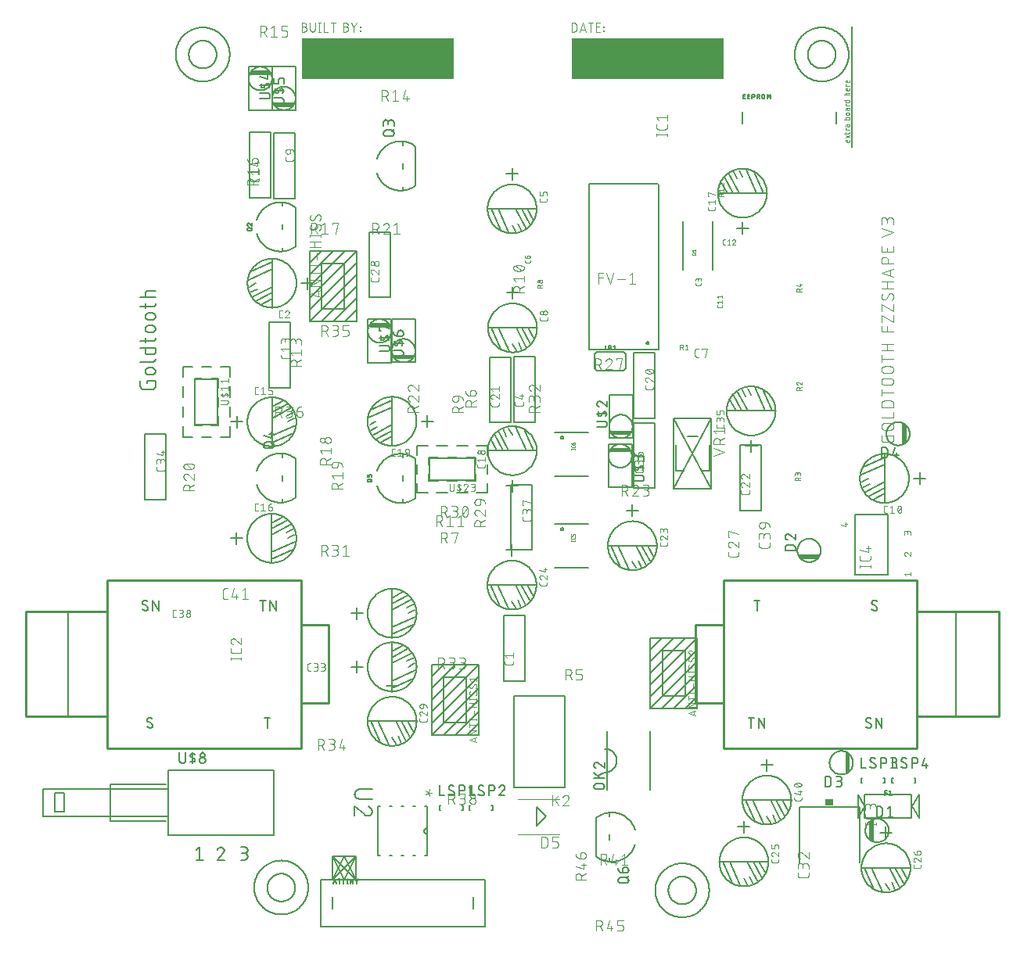
<source format=gbr>
G04 EAGLE Gerber X2 export*
%TF.Part,Single*%
%TF.FileFunction,Legend,Top,1*%
%TF.FilePolarity,Positive*%
%TF.GenerationSoftware,Autodesk,EAGLE,9.2.0*%
%TF.CreationDate,2018-10-30T13:39:26Z*%
G75*
%MOMM*%
%FSLAX34Y34*%
%LPD*%
%INSilkscreen Top*%
%IPPOS*%
%AMOC8*
5,1,8,0,0,1.08239X$1,22.5*%
G01*
%ADD10C,0.152400*%
%ADD11C,0.050800*%
%ADD12C,0.101600*%
%ADD13R,16.510000X4.445000*%
%ADD14C,0.076200*%
%ADD15C,0.127000*%
%ADD16C,0.254000*%
%ADD17C,0.203200*%
%ADD18C,0.025400*%
%ADD19R,0.863600X0.762000*%


D10*
X29807Y603784D02*
X29807Y606493D01*
X38838Y606493D01*
X38838Y601074D01*
X38836Y600956D01*
X38830Y600838D01*
X38821Y600720D01*
X38807Y600603D01*
X38790Y600486D01*
X38769Y600369D01*
X38744Y600254D01*
X38715Y600139D01*
X38682Y600025D01*
X38646Y599913D01*
X38606Y599802D01*
X38563Y599692D01*
X38516Y599583D01*
X38466Y599476D01*
X38411Y599371D01*
X38354Y599268D01*
X38293Y599167D01*
X38229Y599067D01*
X38162Y598970D01*
X38092Y598875D01*
X38018Y598783D01*
X37942Y598692D01*
X37862Y598605D01*
X37780Y598520D01*
X37695Y598438D01*
X37608Y598358D01*
X37517Y598282D01*
X37425Y598208D01*
X37330Y598138D01*
X37233Y598071D01*
X37133Y598007D01*
X37032Y597946D01*
X36929Y597889D01*
X36824Y597834D01*
X36717Y597784D01*
X36608Y597737D01*
X36498Y597694D01*
X36387Y597654D01*
X36275Y597618D01*
X36161Y597585D01*
X36046Y597556D01*
X35931Y597531D01*
X35814Y597510D01*
X35697Y597493D01*
X35580Y597479D01*
X35462Y597470D01*
X35344Y597464D01*
X35226Y597462D01*
X26194Y597462D01*
X26076Y597464D01*
X25958Y597470D01*
X25840Y597479D01*
X25722Y597493D01*
X25605Y597510D01*
X25489Y597531D01*
X25374Y597556D01*
X25259Y597585D01*
X25145Y597618D01*
X25033Y597654D01*
X24921Y597694D01*
X24811Y597737D01*
X24703Y597784D01*
X24596Y597835D01*
X24491Y597889D01*
X24388Y597946D01*
X24286Y598007D01*
X24187Y598071D01*
X24090Y598138D01*
X23995Y598209D01*
X23902Y598282D01*
X23812Y598359D01*
X23724Y598438D01*
X23639Y598520D01*
X23557Y598605D01*
X23478Y598693D01*
X23401Y598783D01*
X23328Y598876D01*
X23257Y598970D01*
X23190Y599068D01*
X23126Y599167D01*
X23065Y599268D01*
X23008Y599372D01*
X22954Y599477D01*
X22903Y599584D01*
X22856Y599692D01*
X22813Y599802D01*
X22773Y599914D01*
X22737Y600026D01*
X22704Y600140D01*
X22675Y600255D01*
X22650Y600370D01*
X22629Y600486D01*
X22612Y600603D01*
X22598Y600721D01*
X22589Y600839D01*
X22583Y600957D01*
X22581Y601075D01*
X22582Y601074D02*
X22582Y606493D01*
X31613Y613475D02*
X35226Y613475D01*
X31613Y613476D02*
X31494Y613478D01*
X31374Y613484D01*
X31255Y613494D01*
X31137Y613508D01*
X31018Y613525D01*
X30901Y613547D01*
X30784Y613572D01*
X30669Y613602D01*
X30554Y613635D01*
X30440Y613672D01*
X30328Y613712D01*
X30217Y613757D01*
X30108Y613805D01*
X30000Y613856D01*
X29894Y613911D01*
X29790Y613970D01*
X29688Y614032D01*
X29588Y614097D01*
X29490Y614166D01*
X29394Y614238D01*
X29301Y614313D01*
X29211Y614390D01*
X29123Y614471D01*
X29038Y614555D01*
X28956Y614642D01*
X28876Y614731D01*
X28800Y614823D01*
X28726Y614917D01*
X28656Y615014D01*
X28589Y615112D01*
X28525Y615213D01*
X28465Y615317D01*
X28408Y615422D01*
X28355Y615529D01*
X28305Y615637D01*
X28259Y615747D01*
X28217Y615859D01*
X28178Y615972D01*
X28143Y616086D01*
X28112Y616201D01*
X28084Y616318D01*
X28061Y616435D01*
X28041Y616552D01*
X28025Y616671D01*
X28013Y616790D01*
X28005Y616909D01*
X28001Y617028D01*
X28001Y617148D01*
X28005Y617267D01*
X28013Y617386D01*
X28025Y617505D01*
X28041Y617624D01*
X28061Y617741D01*
X28084Y617858D01*
X28112Y617975D01*
X28143Y618090D01*
X28178Y618204D01*
X28217Y618317D01*
X28259Y618429D01*
X28305Y618539D01*
X28355Y618647D01*
X28408Y618754D01*
X28465Y618859D01*
X28525Y618963D01*
X28589Y619064D01*
X28656Y619162D01*
X28726Y619259D01*
X28800Y619353D01*
X28876Y619445D01*
X28956Y619534D01*
X29038Y619621D01*
X29123Y619705D01*
X29211Y619786D01*
X29301Y619863D01*
X29394Y619938D01*
X29490Y620010D01*
X29588Y620079D01*
X29688Y620144D01*
X29790Y620206D01*
X29894Y620265D01*
X30000Y620320D01*
X30108Y620371D01*
X30217Y620419D01*
X30328Y620464D01*
X30440Y620504D01*
X30554Y620541D01*
X30669Y620574D01*
X30784Y620604D01*
X30901Y620629D01*
X31018Y620651D01*
X31137Y620668D01*
X31255Y620682D01*
X31374Y620692D01*
X31494Y620698D01*
X31613Y620700D01*
X35226Y620700D01*
X35345Y620698D01*
X35465Y620692D01*
X35584Y620682D01*
X35702Y620668D01*
X35821Y620651D01*
X35938Y620629D01*
X36055Y620604D01*
X36170Y620574D01*
X36285Y620541D01*
X36399Y620504D01*
X36511Y620464D01*
X36622Y620419D01*
X36731Y620371D01*
X36839Y620320D01*
X36945Y620265D01*
X37049Y620206D01*
X37151Y620144D01*
X37251Y620079D01*
X37349Y620010D01*
X37445Y619938D01*
X37538Y619863D01*
X37628Y619786D01*
X37716Y619705D01*
X37801Y619621D01*
X37883Y619534D01*
X37963Y619445D01*
X38039Y619353D01*
X38113Y619259D01*
X38183Y619162D01*
X38250Y619064D01*
X38314Y618963D01*
X38374Y618859D01*
X38431Y618754D01*
X38484Y618647D01*
X38534Y618539D01*
X38580Y618429D01*
X38622Y618317D01*
X38661Y618204D01*
X38696Y618090D01*
X38727Y617975D01*
X38755Y617858D01*
X38778Y617741D01*
X38798Y617624D01*
X38814Y617505D01*
X38826Y617386D01*
X38834Y617267D01*
X38838Y617148D01*
X38838Y617028D01*
X38834Y616909D01*
X38826Y616790D01*
X38814Y616671D01*
X38798Y616552D01*
X38778Y616435D01*
X38755Y616318D01*
X38727Y616201D01*
X38696Y616086D01*
X38661Y615972D01*
X38622Y615859D01*
X38580Y615747D01*
X38534Y615637D01*
X38484Y615529D01*
X38431Y615422D01*
X38374Y615317D01*
X38314Y615213D01*
X38250Y615112D01*
X38183Y615014D01*
X38113Y614917D01*
X38039Y614823D01*
X37963Y614731D01*
X37883Y614642D01*
X37801Y614555D01*
X37716Y614471D01*
X37628Y614390D01*
X37538Y614313D01*
X37445Y614238D01*
X37349Y614166D01*
X37251Y614097D01*
X37151Y614032D01*
X37049Y613970D01*
X36945Y613911D01*
X36839Y613856D01*
X36731Y613805D01*
X36622Y613757D01*
X36511Y613712D01*
X36399Y613672D01*
X36285Y613635D01*
X36170Y613602D01*
X36055Y613572D01*
X35938Y613547D01*
X35821Y613525D01*
X35702Y613508D01*
X35584Y613494D01*
X35465Y613484D01*
X35345Y613478D01*
X35226Y613476D01*
X36129Y627259D02*
X22582Y627259D01*
X36129Y627260D02*
X36230Y627262D01*
X36331Y627268D01*
X36432Y627277D01*
X36533Y627290D01*
X36633Y627307D01*
X36732Y627328D01*
X36830Y627352D01*
X36927Y627380D01*
X37024Y627412D01*
X37119Y627447D01*
X37212Y627486D01*
X37304Y627528D01*
X37395Y627574D01*
X37483Y627623D01*
X37570Y627675D01*
X37655Y627731D01*
X37738Y627789D01*
X37818Y627851D01*
X37896Y627916D01*
X37972Y627983D01*
X38045Y628053D01*
X38115Y628126D01*
X38182Y628202D01*
X38247Y628280D01*
X38309Y628360D01*
X38367Y628443D01*
X38423Y628528D01*
X38475Y628615D01*
X38524Y628703D01*
X38570Y628794D01*
X38612Y628886D01*
X38651Y628979D01*
X38686Y629074D01*
X38718Y629171D01*
X38746Y629268D01*
X38770Y629366D01*
X38791Y629465D01*
X38808Y629565D01*
X38821Y629666D01*
X38830Y629767D01*
X38836Y629868D01*
X38838Y629969D01*
X38838Y642511D02*
X22582Y642511D01*
X38838Y642511D02*
X38838Y637995D01*
X38836Y637894D01*
X38830Y637793D01*
X38821Y637692D01*
X38808Y637591D01*
X38791Y637491D01*
X38770Y637392D01*
X38746Y637294D01*
X38718Y637197D01*
X38686Y637100D01*
X38651Y637005D01*
X38612Y636912D01*
X38570Y636820D01*
X38524Y636729D01*
X38475Y636641D01*
X38423Y636554D01*
X38367Y636469D01*
X38309Y636386D01*
X38247Y636306D01*
X38182Y636228D01*
X38115Y636152D01*
X38045Y636079D01*
X37972Y636009D01*
X37896Y635942D01*
X37818Y635877D01*
X37738Y635815D01*
X37655Y635757D01*
X37570Y635701D01*
X37483Y635649D01*
X37395Y635600D01*
X37304Y635554D01*
X37212Y635512D01*
X37119Y635473D01*
X37024Y635438D01*
X36927Y635406D01*
X36830Y635378D01*
X36732Y635354D01*
X36633Y635333D01*
X36533Y635316D01*
X36432Y635303D01*
X36331Y635294D01*
X36230Y635288D01*
X36129Y635286D01*
X30710Y635286D01*
X30609Y635288D01*
X30508Y635294D01*
X30407Y635303D01*
X30306Y635316D01*
X30206Y635333D01*
X30107Y635354D01*
X30009Y635378D01*
X29912Y635406D01*
X29815Y635438D01*
X29720Y635473D01*
X29627Y635512D01*
X29535Y635554D01*
X29444Y635600D01*
X29356Y635649D01*
X29269Y635701D01*
X29184Y635757D01*
X29101Y635815D01*
X29021Y635877D01*
X28943Y635942D01*
X28867Y636009D01*
X28794Y636079D01*
X28724Y636152D01*
X28657Y636228D01*
X28592Y636306D01*
X28530Y636386D01*
X28472Y636469D01*
X28416Y636554D01*
X28364Y636641D01*
X28315Y636729D01*
X28269Y636820D01*
X28227Y636912D01*
X28188Y637005D01*
X28153Y637100D01*
X28121Y637197D01*
X28093Y637294D01*
X28069Y637392D01*
X28048Y637491D01*
X28031Y637591D01*
X28018Y637692D01*
X28009Y637793D01*
X28003Y637894D01*
X28001Y637995D01*
X28001Y642511D01*
X28001Y648130D02*
X28001Y653549D01*
X22582Y649936D02*
X36129Y649936D01*
X36230Y649938D01*
X36331Y649944D01*
X36432Y649953D01*
X36533Y649966D01*
X36633Y649983D01*
X36732Y650004D01*
X36830Y650028D01*
X36927Y650056D01*
X37024Y650088D01*
X37119Y650123D01*
X37212Y650162D01*
X37304Y650204D01*
X37395Y650250D01*
X37483Y650299D01*
X37570Y650351D01*
X37655Y650407D01*
X37738Y650465D01*
X37818Y650527D01*
X37896Y650592D01*
X37972Y650659D01*
X38045Y650729D01*
X38115Y650802D01*
X38182Y650878D01*
X38247Y650956D01*
X38309Y651036D01*
X38367Y651119D01*
X38423Y651204D01*
X38475Y651291D01*
X38524Y651379D01*
X38570Y651470D01*
X38612Y651562D01*
X38651Y651655D01*
X38686Y651750D01*
X38718Y651847D01*
X38746Y651944D01*
X38770Y652042D01*
X38791Y652141D01*
X38808Y652241D01*
X38821Y652342D01*
X38830Y652443D01*
X38836Y652544D01*
X38838Y652645D01*
X38838Y653549D01*
X35226Y659327D02*
X31613Y659327D01*
X31494Y659329D01*
X31374Y659335D01*
X31255Y659345D01*
X31137Y659359D01*
X31018Y659376D01*
X30901Y659398D01*
X30784Y659423D01*
X30669Y659453D01*
X30554Y659486D01*
X30440Y659523D01*
X30328Y659563D01*
X30217Y659608D01*
X30108Y659656D01*
X30000Y659707D01*
X29894Y659762D01*
X29790Y659821D01*
X29688Y659883D01*
X29588Y659948D01*
X29490Y660017D01*
X29394Y660089D01*
X29301Y660164D01*
X29211Y660241D01*
X29123Y660322D01*
X29038Y660406D01*
X28956Y660493D01*
X28876Y660582D01*
X28800Y660674D01*
X28726Y660768D01*
X28656Y660865D01*
X28589Y660963D01*
X28525Y661064D01*
X28465Y661168D01*
X28408Y661273D01*
X28355Y661380D01*
X28305Y661488D01*
X28259Y661598D01*
X28217Y661710D01*
X28178Y661823D01*
X28143Y661937D01*
X28112Y662052D01*
X28084Y662169D01*
X28061Y662286D01*
X28041Y662403D01*
X28025Y662522D01*
X28013Y662641D01*
X28005Y662760D01*
X28001Y662879D01*
X28001Y662999D01*
X28005Y663118D01*
X28013Y663237D01*
X28025Y663356D01*
X28041Y663475D01*
X28061Y663592D01*
X28084Y663709D01*
X28112Y663826D01*
X28143Y663941D01*
X28178Y664055D01*
X28217Y664168D01*
X28259Y664280D01*
X28305Y664390D01*
X28355Y664498D01*
X28408Y664605D01*
X28465Y664710D01*
X28525Y664814D01*
X28589Y664915D01*
X28656Y665013D01*
X28726Y665110D01*
X28800Y665204D01*
X28876Y665296D01*
X28956Y665385D01*
X29038Y665472D01*
X29123Y665556D01*
X29211Y665637D01*
X29301Y665714D01*
X29394Y665789D01*
X29490Y665861D01*
X29588Y665930D01*
X29688Y665995D01*
X29790Y666057D01*
X29894Y666116D01*
X30000Y666171D01*
X30108Y666222D01*
X30217Y666270D01*
X30328Y666315D01*
X30440Y666355D01*
X30554Y666392D01*
X30669Y666425D01*
X30784Y666455D01*
X30901Y666480D01*
X31018Y666502D01*
X31137Y666519D01*
X31255Y666533D01*
X31374Y666543D01*
X31494Y666549D01*
X31613Y666551D01*
X31613Y666552D02*
X35226Y666552D01*
X35226Y666551D02*
X35345Y666549D01*
X35465Y666543D01*
X35584Y666533D01*
X35702Y666519D01*
X35821Y666502D01*
X35938Y666480D01*
X36055Y666455D01*
X36170Y666425D01*
X36285Y666392D01*
X36399Y666355D01*
X36511Y666315D01*
X36622Y666270D01*
X36731Y666222D01*
X36839Y666171D01*
X36945Y666116D01*
X37049Y666057D01*
X37151Y665995D01*
X37251Y665930D01*
X37349Y665861D01*
X37445Y665789D01*
X37538Y665714D01*
X37628Y665637D01*
X37716Y665556D01*
X37801Y665472D01*
X37883Y665385D01*
X37963Y665296D01*
X38039Y665204D01*
X38113Y665110D01*
X38183Y665013D01*
X38250Y664915D01*
X38314Y664814D01*
X38374Y664710D01*
X38431Y664605D01*
X38484Y664498D01*
X38534Y664390D01*
X38580Y664280D01*
X38622Y664168D01*
X38661Y664055D01*
X38696Y663941D01*
X38727Y663826D01*
X38755Y663709D01*
X38778Y663592D01*
X38798Y663475D01*
X38814Y663356D01*
X38826Y663237D01*
X38834Y663118D01*
X38838Y662999D01*
X38838Y662879D01*
X38834Y662760D01*
X38826Y662641D01*
X38814Y662522D01*
X38798Y662403D01*
X38778Y662286D01*
X38755Y662169D01*
X38727Y662052D01*
X38696Y661937D01*
X38661Y661823D01*
X38622Y661710D01*
X38580Y661598D01*
X38534Y661488D01*
X38484Y661380D01*
X38431Y661273D01*
X38374Y661168D01*
X38314Y661064D01*
X38250Y660963D01*
X38183Y660865D01*
X38113Y660768D01*
X38039Y660674D01*
X37963Y660582D01*
X37883Y660493D01*
X37801Y660406D01*
X37716Y660322D01*
X37628Y660241D01*
X37538Y660164D01*
X37445Y660089D01*
X37349Y660017D01*
X37251Y659948D01*
X37151Y659883D01*
X37049Y659821D01*
X36945Y659762D01*
X36839Y659707D01*
X36731Y659656D01*
X36622Y659608D01*
X36511Y659563D01*
X36399Y659523D01*
X36285Y659486D01*
X36170Y659453D01*
X36055Y659423D01*
X35938Y659398D01*
X35821Y659376D01*
X35702Y659359D01*
X35584Y659345D01*
X35465Y659335D01*
X35345Y659329D01*
X35226Y659327D01*
X35226Y672874D02*
X31613Y672874D01*
X31494Y672876D01*
X31374Y672882D01*
X31255Y672892D01*
X31137Y672906D01*
X31018Y672923D01*
X30901Y672945D01*
X30784Y672970D01*
X30669Y673000D01*
X30554Y673033D01*
X30440Y673070D01*
X30328Y673110D01*
X30217Y673155D01*
X30108Y673203D01*
X30000Y673254D01*
X29894Y673309D01*
X29790Y673368D01*
X29688Y673430D01*
X29588Y673495D01*
X29490Y673564D01*
X29394Y673636D01*
X29301Y673711D01*
X29211Y673788D01*
X29123Y673869D01*
X29038Y673953D01*
X28956Y674040D01*
X28876Y674129D01*
X28800Y674221D01*
X28726Y674315D01*
X28656Y674412D01*
X28589Y674510D01*
X28525Y674611D01*
X28465Y674715D01*
X28408Y674820D01*
X28355Y674927D01*
X28305Y675035D01*
X28259Y675145D01*
X28217Y675257D01*
X28178Y675370D01*
X28143Y675484D01*
X28112Y675599D01*
X28084Y675716D01*
X28061Y675833D01*
X28041Y675950D01*
X28025Y676069D01*
X28013Y676188D01*
X28005Y676307D01*
X28001Y676426D01*
X28001Y676546D01*
X28005Y676665D01*
X28013Y676784D01*
X28025Y676903D01*
X28041Y677022D01*
X28061Y677139D01*
X28084Y677256D01*
X28112Y677373D01*
X28143Y677488D01*
X28178Y677602D01*
X28217Y677715D01*
X28259Y677827D01*
X28305Y677937D01*
X28355Y678045D01*
X28408Y678152D01*
X28465Y678257D01*
X28525Y678361D01*
X28589Y678462D01*
X28656Y678560D01*
X28726Y678657D01*
X28800Y678751D01*
X28876Y678843D01*
X28956Y678932D01*
X29038Y679019D01*
X29123Y679103D01*
X29211Y679184D01*
X29301Y679261D01*
X29394Y679336D01*
X29490Y679408D01*
X29588Y679477D01*
X29688Y679542D01*
X29790Y679604D01*
X29894Y679663D01*
X30000Y679718D01*
X30108Y679769D01*
X30217Y679817D01*
X30328Y679862D01*
X30440Y679902D01*
X30554Y679939D01*
X30669Y679972D01*
X30784Y680002D01*
X30901Y680027D01*
X31018Y680049D01*
X31137Y680066D01*
X31255Y680080D01*
X31374Y680090D01*
X31494Y680096D01*
X31613Y680098D01*
X31613Y680099D02*
X35226Y680099D01*
X35226Y680098D02*
X35345Y680096D01*
X35465Y680090D01*
X35584Y680080D01*
X35702Y680066D01*
X35821Y680049D01*
X35938Y680027D01*
X36055Y680002D01*
X36170Y679972D01*
X36285Y679939D01*
X36399Y679902D01*
X36511Y679862D01*
X36622Y679817D01*
X36731Y679769D01*
X36839Y679718D01*
X36945Y679663D01*
X37049Y679604D01*
X37151Y679542D01*
X37251Y679477D01*
X37349Y679408D01*
X37445Y679336D01*
X37538Y679261D01*
X37628Y679184D01*
X37716Y679103D01*
X37801Y679019D01*
X37883Y678932D01*
X37963Y678843D01*
X38039Y678751D01*
X38113Y678657D01*
X38183Y678560D01*
X38250Y678462D01*
X38314Y678361D01*
X38374Y678257D01*
X38431Y678152D01*
X38484Y678045D01*
X38534Y677937D01*
X38580Y677827D01*
X38622Y677715D01*
X38661Y677602D01*
X38696Y677488D01*
X38727Y677373D01*
X38755Y677256D01*
X38778Y677139D01*
X38798Y677022D01*
X38814Y676903D01*
X38826Y676784D01*
X38834Y676665D01*
X38838Y676546D01*
X38838Y676426D01*
X38834Y676307D01*
X38826Y676188D01*
X38814Y676069D01*
X38798Y675950D01*
X38778Y675833D01*
X38755Y675716D01*
X38727Y675599D01*
X38696Y675484D01*
X38661Y675370D01*
X38622Y675257D01*
X38580Y675145D01*
X38534Y675035D01*
X38484Y674927D01*
X38431Y674820D01*
X38374Y674715D01*
X38314Y674611D01*
X38250Y674510D01*
X38183Y674412D01*
X38113Y674315D01*
X38039Y674221D01*
X37963Y674129D01*
X37883Y674040D01*
X37801Y673953D01*
X37716Y673869D01*
X37628Y673788D01*
X37538Y673711D01*
X37445Y673636D01*
X37349Y673564D01*
X37251Y673495D01*
X37151Y673430D01*
X37049Y673368D01*
X36945Y673309D01*
X36839Y673254D01*
X36731Y673203D01*
X36622Y673155D01*
X36511Y673110D01*
X36399Y673070D01*
X36285Y673033D01*
X36170Y673000D01*
X36055Y672970D01*
X35938Y672945D01*
X35821Y672923D01*
X35702Y672906D01*
X35584Y672892D01*
X35465Y672882D01*
X35345Y672876D01*
X35226Y672874D01*
X28001Y685124D02*
X28001Y690542D01*
X22582Y686930D02*
X36129Y686930D01*
X36230Y686932D01*
X36331Y686938D01*
X36432Y686947D01*
X36533Y686960D01*
X36633Y686977D01*
X36732Y686998D01*
X36830Y687022D01*
X36927Y687050D01*
X37024Y687082D01*
X37119Y687117D01*
X37212Y687156D01*
X37304Y687198D01*
X37395Y687244D01*
X37483Y687293D01*
X37570Y687345D01*
X37655Y687401D01*
X37738Y687459D01*
X37818Y687521D01*
X37896Y687586D01*
X37972Y687653D01*
X38045Y687723D01*
X38115Y687796D01*
X38182Y687872D01*
X38247Y687950D01*
X38309Y688030D01*
X38367Y688113D01*
X38423Y688198D01*
X38475Y688285D01*
X38524Y688373D01*
X38570Y688464D01*
X38612Y688556D01*
X38651Y688649D01*
X38686Y688744D01*
X38718Y688841D01*
X38746Y688938D01*
X38770Y689036D01*
X38791Y689135D01*
X38808Y689235D01*
X38821Y689336D01*
X38830Y689437D01*
X38836Y689538D01*
X38838Y689639D01*
X38838Y690542D01*
X38838Y696842D02*
X22582Y696842D01*
X28001Y696842D02*
X28001Y701357D01*
X28003Y701461D01*
X28009Y701564D01*
X28019Y701668D01*
X28033Y701771D01*
X28051Y701873D01*
X28072Y701974D01*
X28098Y702075D01*
X28127Y702174D01*
X28160Y702273D01*
X28197Y702370D01*
X28238Y702465D01*
X28282Y702559D01*
X28330Y702651D01*
X28381Y702741D01*
X28436Y702830D01*
X28494Y702916D01*
X28556Y702999D01*
X28620Y703081D01*
X28688Y703159D01*
X28758Y703235D01*
X28831Y703309D01*
X28908Y703379D01*
X28986Y703447D01*
X29068Y703511D01*
X29151Y703573D01*
X29237Y703631D01*
X29326Y703686D01*
X29416Y703737D01*
X29508Y703785D01*
X29602Y703829D01*
X29697Y703870D01*
X29794Y703907D01*
X29893Y703940D01*
X29992Y703969D01*
X30093Y703995D01*
X30194Y704016D01*
X30296Y704034D01*
X30399Y704048D01*
X30503Y704058D01*
X30606Y704064D01*
X30710Y704066D01*
X30710Y704067D02*
X38838Y704067D01*
D11*
X789746Y866185D02*
X789746Y867738D01*
X789746Y866185D02*
X789744Y866127D01*
X789739Y866068D01*
X789730Y866011D01*
X789717Y865953D01*
X789700Y865897D01*
X789681Y865842D01*
X789657Y865789D01*
X789631Y865736D01*
X789601Y865686D01*
X789568Y865638D01*
X789532Y865592D01*
X789494Y865548D01*
X789452Y865506D01*
X789408Y865468D01*
X789362Y865432D01*
X789314Y865399D01*
X789264Y865369D01*
X789211Y865343D01*
X789158Y865319D01*
X789103Y865300D01*
X789047Y865283D01*
X788989Y865270D01*
X788932Y865261D01*
X788873Y865256D01*
X788815Y865254D01*
X787262Y865254D01*
X787192Y865256D01*
X787123Y865262D01*
X787054Y865272D01*
X786986Y865285D01*
X786918Y865303D01*
X786852Y865324D01*
X786787Y865349D01*
X786723Y865377D01*
X786661Y865409D01*
X786601Y865444D01*
X786543Y865483D01*
X786488Y865525D01*
X786434Y865570D01*
X786384Y865618D01*
X786336Y865668D01*
X786291Y865722D01*
X786249Y865777D01*
X786210Y865835D01*
X786175Y865895D01*
X786143Y865957D01*
X786115Y866021D01*
X786090Y866086D01*
X786069Y866152D01*
X786051Y866220D01*
X786038Y866288D01*
X786028Y866357D01*
X786022Y866426D01*
X786020Y866496D01*
X786022Y866566D01*
X786028Y866635D01*
X786038Y866704D01*
X786051Y866772D01*
X786069Y866840D01*
X786090Y866906D01*
X786115Y866971D01*
X786143Y867035D01*
X786175Y867097D01*
X786210Y867157D01*
X786249Y867215D01*
X786291Y867270D01*
X786336Y867324D01*
X786384Y867374D01*
X786434Y867422D01*
X786488Y867467D01*
X786543Y867509D01*
X786601Y867548D01*
X786661Y867583D01*
X786723Y867615D01*
X786787Y867643D01*
X786852Y867668D01*
X786918Y867689D01*
X786986Y867707D01*
X787054Y867720D01*
X787123Y867730D01*
X787192Y867736D01*
X787262Y867738D01*
X787883Y867738D01*
X787883Y865254D01*
X789746Y869826D02*
X786021Y872310D01*
X786021Y869826D02*
X789746Y872310D01*
X786021Y873932D02*
X786021Y875794D01*
X784158Y874552D02*
X788815Y874552D01*
X788815Y874553D02*
X788873Y874555D01*
X788932Y874560D01*
X788989Y874569D01*
X789047Y874582D01*
X789103Y874599D01*
X789158Y874618D01*
X789211Y874642D01*
X789264Y874668D01*
X789314Y874698D01*
X789362Y874731D01*
X789408Y874767D01*
X789452Y874805D01*
X789494Y874847D01*
X789532Y874891D01*
X789568Y874937D01*
X789601Y874985D01*
X789631Y875036D01*
X789657Y875088D01*
X789681Y875141D01*
X789700Y875196D01*
X789717Y875252D01*
X789730Y875310D01*
X789739Y875367D01*
X789744Y875426D01*
X789746Y875484D01*
X789746Y875794D01*
X789746Y878088D02*
X786021Y878088D01*
X786021Y879951D01*
X786642Y879951D01*
X787573Y882771D02*
X787573Y884168D01*
X787572Y882771D02*
X787574Y882707D01*
X787580Y882642D01*
X787589Y882579D01*
X787602Y882516D01*
X787619Y882454D01*
X787640Y882393D01*
X787664Y882333D01*
X787692Y882275D01*
X787723Y882218D01*
X787757Y882164D01*
X787795Y882111D01*
X787836Y882061D01*
X787879Y882014D01*
X787925Y881969D01*
X787974Y881927D01*
X788025Y881888D01*
X788079Y881852D01*
X788134Y881819D01*
X788192Y881790D01*
X788250Y881764D01*
X788311Y881741D01*
X788372Y881722D01*
X788435Y881707D01*
X788499Y881696D01*
X788562Y881688D01*
X788627Y881684D01*
X788691Y881684D01*
X788756Y881688D01*
X788819Y881696D01*
X788883Y881707D01*
X788946Y881722D01*
X789007Y881741D01*
X789068Y881764D01*
X789126Y881790D01*
X789184Y881819D01*
X789239Y881852D01*
X789293Y881888D01*
X789344Y881927D01*
X789393Y881969D01*
X789439Y882014D01*
X789482Y882061D01*
X789523Y882111D01*
X789561Y882164D01*
X789595Y882218D01*
X789626Y882275D01*
X789654Y882333D01*
X789678Y882393D01*
X789699Y882454D01*
X789716Y882516D01*
X789729Y882579D01*
X789738Y882642D01*
X789744Y882707D01*
X789746Y882771D01*
X789746Y884168D01*
X786952Y884168D01*
X786952Y884167D02*
X786894Y884165D01*
X786835Y884160D01*
X786778Y884151D01*
X786720Y884138D01*
X786664Y884121D01*
X786609Y884102D01*
X786556Y884078D01*
X786503Y884052D01*
X786453Y884022D01*
X786405Y883989D01*
X786359Y883953D01*
X786315Y883915D01*
X786273Y883873D01*
X786235Y883829D01*
X786199Y883783D01*
X786166Y883735D01*
X786136Y883685D01*
X786110Y883632D01*
X786086Y883579D01*
X786067Y883524D01*
X786050Y883468D01*
X786037Y883410D01*
X786028Y883353D01*
X786023Y883294D01*
X786021Y883236D01*
X786021Y881995D01*
X784158Y889789D02*
X789746Y889789D01*
X789746Y891341D01*
X789744Y891399D01*
X789739Y891458D01*
X789730Y891515D01*
X789717Y891573D01*
X789700Y891629D01*
X789681Y891684D01*
X789657Y891737D01*
X789631Y891790D01*
X789601Y891840D01*
X789568Y891888D01*
X789532Y891934D01*
X789494Y891978D01*
X789452Y892020D01*
X789408Y892058D01*
X789362Y892094D01*
X789314Y892127D01*
X789264Y892157D01*
X789211Y892183D01*
X789158Y892207D01*
X789103Y892226D01*
X789047Y892243D01*
X788989Y892256D01*
X788932Y892265D01*
X788873Y892270D01*
X788815Y892272D01*
X786952Y892272D01*
X786894Y892270D01*
X786835Y892265D01*
X786778Y892256D01*
X786720Y892243D01*
X786664Y892226D01*
X786609Y892207D01*
X786556Y892183D01*
X786503Y892157D01*
X786453Y892127D01*
X786405Y892094D01*
X786359Y892058D01*
X786315Y892020D01*
X786273Y891978D01*
X786235Y891934D01*
X786199Y891888D01*
X786166Y891840D01*
X786136Y891790D01*
X786110Y891737D01*
X786086Y891684D01*
X786067Y891629D01*
X786050Y891573D01*
X786037Y891515D01*
X786028Y891458D01*
X786023Y891399D01*
X786021Y891341D01*
X786021Y889789D01*
X787262Y894515D02*
X788504Y894515D01*
X787262Y894514D02*
X787192Y894516D01*
X787123Y894522D01*
X787054Y894532D01*
X786986Y894545D01*
X786918Y894563D01*
X786852Y894584D01*
X786787Y894609D01*
X786723Y894637D01*
X786661Y894669D01*
X786601Y894704D01*
X786543Y894743D01*
X786488Y894785D01*
X786434Y894830D01*
X786384Y894878D01*
X786336Y894928D01*
X786291Y894982D01*
X786249Y895037D01*
X786210Y895095D01*
X786175Y895155D01*
X786143Y895217D01*
X786115Y895281D01*
X786090Y895346D01*
X786069Y895412D01*
X786051Y895480D01*
X786038Y895548D01*
X786028Y895617D01*
X786022Y895686D01*
X786020Y895756D01*
X786022Y895826D01*
X786028Y895895D01*
X786038Y895964D01*
X786051Y896032D01*
X786069Y896100D01*
X786090Y896166D01*
X786115Y896231D01*
X786143Y896295D01*
X786175Y896357D01*
X786210Y896417D01*
X786249Y896475D01*
X786291Y896530D01*
X786336Y896584D01*
X786384Y896634D01*
X786434Y896682D01*
X786488Y896727D01*
X786543Y896769D01*
X786601Y896808D01*
X786661Y896843D01*
X786723Y896875D01*
X786787Y896903D01*
X786852Y896928D01*
X786918Y896949D01*
X786986Y896967D01*
X787054Y896980D01*
X787123Y896990D01*
X787192Y896996D01*
X787262Y896998D01*
X788504Y896998D01*
X788574Y896996D01*
X788643Y896990D01*
X788712Y896980D01*
X788780Y896967D01*
X788848Y896949D01*
X788914Y896928D01*
X788979Y896903D01*
X789043Y896875D01*
X789105Y896843D01*
X789165Y896808D01*
X789223Y896769D01*
X789278Y896727D01*
X789332Y896682D01*
X789382Y896634D01*
X789430Y896584D01*
X789475Y896530D01*
X789517Y896475D01*
X789556Y896417D01*
X789591Y896357D01*
X789623Y896295D01*
X789651Y896231D01*
X789676Y896166D01*
X789697Y896100D01*
X789715Y896032D01*
X789728Y895964D01*
X789738Y895895D01*
X789744Y895826D01*
X789746Y895756D01*
X789744Y895686D01*
X789738Y895617D01*
X789728Y895548D01*
X789715Y895480D01*
X789697Y895412D01*
X789676Y895346D01*
X789651Y895281D01*
X789623Y895217D01*
X789591Y895155D01*
X789556Y895095D01*
X789517Y895037D01*
X789475Y894982D01*
X789430Y894928D01*
X789382Y894878D01*
X789332Y894830D01*
X789278Y894785D01*
X789223Y894743D01*
X789165Y894704D01*
X789105Y894669D01*
X789043Y894637D01*
X788979Y894609D01*
X788914Y894584D01*
X788848Y894563D01*
X788780Y894545D01*
X788712Y894532D01*
X788643Y894522D01*
X788574Y894516D01*
X788504Y894514D01*
X787573Y900327D02*
X787573Y901724D01*
X787572Y900327D02*
X787574Y900263D01*
X787580Y900198D01*
X787589Y900135D01*
X787602Y900072D01*
X787619Y900010D01*
X787640Y899949D01*
X787664Y899889D01*
X787692Y899831D01*
X787723Y899774D01*
X787757Y899720D01*
X787795Y899667D01*
X787836Y899617D01*
X787879Y899570D01*
X787925Y899525D01*
X787974Y899483D01*
X788025Y899444D01*
X788079Y899408D01*
X788134Y899375D01*
X788192Y899346D01*
X788250Y899320D01*
X788311Y899297D01*
X788372Y899278D01*
X788435Y899263D01*
X788499Y899252D01*
X788562Y899244D01*
X788627Y899240D01*
X788691Y899240D01*
X788756Y899244D01*
X788819Y899252D01*
X788883Y899263D01*
X788946Y899278D01*
X789007Y899297D01*
X789068Y899320D01*
X789126Y899346D01*
X789184Y899375D01*
X789239Y899408D01*
X789293Y899444D01*
X789344Y899483D01*
X789393Y899525D01*
X789439Y899570D01*
X789482Y899617D01*
X789523Y899667D01*
X789561Y899720D01*
X789595Y899774D01*
X789626Y899831D01*
X789654Y899889D01*
X789678Y899949D01*
X789699Y900010D01*
X789716Y900072D01*
X789729Y900135D01*
X789738Y900198D01*
X789744Y900263D01*
X789746Y900327D01*
X789746Y901724D01*
X786952Y901724D01*
X786894Y901722D01*
X786835Y901717D01*
X786778Y901708D01*
X786720Y901695D01*
X786664Y901678D01*
X786609Y901659D01*
X786556Y901635D01*
X786503Y901609D01*
X786453Y901579D01*
X786405Y901546D01*
X786359Y901510D01*
X786315Y901472D01*
X786273Y901430D01*
X786235Y901386D01*
X786199Y901340D01*
X786166Y901292D01*
X786136Y901242D01*
X786110Y901189D01*
X786086Y901136D01*
X786067Y901081D01*
X786050Y901025D01*
X786037Y900967D01*
X786028Y900910D01*
X786023Y900851D01*
X786021Y900793D01*
X786021Y899551D01*
X786021Y904423D02*
X789746Y904423D01*
X786021Y904423D02*
X786021Y906285D01*
X786642Y906285D01*
X784158Y910502D02*
X789746Y910502D01*
X789746Y908950D01*
X789744Y908892D01*
X789739Y908833D01*
X789730Y908776D01*
X789717Y908718D01*
X789700Y908662D01*
X789681Y908607D01*
X789657Y908554D01*
X789631Y908501D01*
X789601Y908451D01*
X789568Y908403D01*
X789532Y908357D01*
X789494Y908313D01*
X789452Y908271D01*
X789408Y908233D01*
X789362Y908197D01*
X789314Y908164D01*
X789264Y908134D01*
X789211Y908108D01*
X789158Y908084D01*
X789103Y908065D01*
X789047Y908048D01*
X788989Y908035D01*
X788932Y908026D01*
X788873Y908021D01*
X788815Y908019D01*
X786952Y908019D01*
X786894Y908021D01*
X786835Y908026D01*
X786778Y908035D01*
X786720Y908048D01*
X786664Y908065D01*
X786609Y908084D01*
X786556Y908108D01*
X786503Y908134D01*
X786453Y908164D01*
X786405Y908197D01*
X786359Y908233D01*
X786315Y908271D01*
X786273Y908313D01*
X786235Y908357D01*
X786199Y908403D01*
X786166Y908451D01*
X786136Y908501D01*
X786110Y908554D01*
X786086Y908607D01*
X786067Y908662D01*
X786050Y908718D01*
X786037Y908776D01*
X786028Y908833D01*
X786023Y908892D01*
X786021Y908950D01*
X786021Y910502D01*
X784158Y916094D02*
X789746Y916094D01*
X786021Y916094D02*
X786021Y917646D01*
X786023Y917704D01*
X786028Y917763D01*
X786037Y917820D01*
X786050Y917878D01*
X786067Y917934D01*
X786086Y917989D01*
X786110Y918042D01*
X786136Y918095D01*
X786166Y918145D01*
X786199Y918193D01*
X786235Y918239D01*
X786273Y918283D01*
X786315Y918325D01*
X786359Y918363D01*
X786405Y918399D01*
X786453Y918432D01*
X786503Y918462D01*
X786556Y918488D01*
X786609Y918512D01*
X786664Y918531D01*
X786720Y918548D01*
X786778Y918561D01*
X786835Y918570D01*
X786894Y918575D01*
X786952Y918577D01*
X786952Y918578D02*
X789746Y918578D01*
X789746Y921963D02*
X789746Y923515D01*
X789746Y921963D02*
X789744Y921905D01*
X789739Y921846D01*
X789730Y921789D01*
X789717Y921731D01*
X789700Y921675D01*
X789681Y921620D01*
X789657Y921567D01*
X789631Y921514D01*
X789601Y921464D01*
X789568Y921416D01*
X789532Y921370D01*
X789494Y921326D01*
X789452Y921284D01*
X789408Y921246D01*
X789362Y921210D01*
X789314Y921177D01*
X789264Y921147D01*
X789211Y921121D01*
X789158Y921097D01*
X789103Y921078D01*
X789047Y921061D01*
X788989Y921048D01*
X788932Y921039D01*
X788873Y921034D01*
X788815Y921032D01*
X787262Y921032D01*
X787192Y921034D01*
X787123Y921040D01*
X787054Y921050D01*
X786986Y921063D01*
X786918Y921081D01*
X786852Y921102D01*
X786787Y921127D01*
X786723Y921155D01*
X786661Y921187D01*
X786601Y921222D01*
X786543Y921261D01*
X786488Y921303D01*
X786434Y921348D01*
X786384Y921396D01*
X786336Y921446D01*
X786291Y921500D01*
X786249Y921555D01*
X786210Y921613D01*
X786175Y921673D01*
X786143Y921735D01*
X786115Y921799D01*
X786090Y921864D01*
X786069Y921930D01*
X786051Y921998D01*
X786038Y922066D01*
X786028Y922135D01*
X786022Y922204D01*
X786020Y922274D01*
X786022Y922344D01*
X786028Y922413D01*
X786038Y922482D01*
X786051Y922550D01*
X786069Y922618D01*
X786090Y922684D01*
X786115Y922749D01*
X786143Y922813D01*
X786175Y922875D01*
X786210Y922935D01*
X786249Y922993D01*
X786291Y923048D01*
X786336Y923102D01*
X786384Y923152D01*
X786434Y923200D01*
X786488Y923245D01*
X786543Y923287D01*
X786601Y923326D01*
X786661Y923361D01*
X786723Y923393D01*
X786787Y923421D01*
X786852Y923446D01*
X786918Y923467D01*
X786986Y923485D01*
X787054Y923498D01*
X787123Y923508D01*
X787192Y923514D01*
X787262Y923516D01*
X787262Y923515D02*
X787883Y923515D01*
X787883Y921032D01*
X789746Y926002D02*
X786021Y926002D01*
X786021Y927865D01*
X786642Y927865D01*
X789746Y930558D02*
X789746Y932111D01*
X789746Y930558D02*
X789744Y930500D01*
X789739Y930441D01*
X789730Y930384D01*
X789717Y930326D01*
X789700Y930270D01*
X789681Y930215D01*
X789657Y930162D01*
X789631Y930109D01*
X789601Y930059D01*
X789568Y930011D01*
X789532Y929965D01*
X789494Y929921D01*
X789452Y929879D01*
X789408Y929841D01*
X789362Y929805D01*
X789314Y929772D01*
X789264Y929742D01*
X789211Y929716D01*
X789158Y929692D01*
X789103Y929673D01*
X789047Y929656D01*
X788989Y929643D01*
X788932Y929634D01*
X788873Y929629D01*
X788815Y929627D01*
X787262Y929627D01*
X787192Y929629D01*
X787123Y929635D01*
X787054Y929645D01*
X786986Y929658D01*
X786918Y929676D01*
X786852Y929697D01*
X786787Y929722D01*
X786723Y929750D01*
X786661Y929782D01*
X786601Y929817D01*
X786543Y929856D01*
X786488Y929898D01*
X786434Y929943D01*
X786384Y929991D01*
X786336Y930041D01*
X786291Y930095D01*
X786249Y930150D01*
X786210Y930208D01*
X786175Y930268D01*
X786143Y930330D01*
X786115Y930394D01*
X786090Y930459D01*
X786069Y930525D01*
X786051Y930593D01*
X786038Y930661D01*
X786028Y930730D01*
X786022Y930799D01*
X786020Y930869D01*
X786022Y930939D01*
X786028Y931008D01*
X786038Y931077D01*
X786051Y931145D01*
X786069Y931213D01*
X786090Y931279D01*
X786115Y931344D01*
X786143Y931408D01*
X786175Y931470D01*
X786210Y931530D01*
X786249Y931588D01*
X786291Y931643D01*
X786336Y931697D01*
X786384Y931747D01*
X786434Y931795D01*
X786488Y931840D01*
X786543Y931882D01*
X786601Y931921D01*
X786661Y931956D01*
X786723Y931988D01*
X786787Y932016D01*
X786852Y932041D01*
X786918Y932062D01*
X786986Y932080D01*
X787054Y932093D01*
X787123Y932103D01*
X787192Y932109D01*
X787262Y932111D01*
X787883Y932111D01*
X787883Y929627D01*
D10*
X793000Y990000D02*
X793000Y860000D01*
D12*
X830354Y547596D02*
X830354Y545394D01*
X830354Y547596D02*
X837692Y547596D01*
X837692Y543193D01*
X837690Y543086D01*
X837684Y542979D01*
X837674Y542872D01*
X837661Y542766D01*
X837643Y542660D01*
X837622Y542555D01*
X837597Y542451D01*
X837568Y542347D01*
X837535Y542245D01*
X837498Y542145D01*
X837458Y542045D01*
X837414Y541947D01*
X837367Y541851D01*
X837316Y541757D01*
X837262Y541664D01*
X837205Y541574D01*
X837144Y541485D01*
X837080Y541399D01*
X837013Y541316D01*
X836943Y541234D01*
X836870Y541156D01*
X836794Y541080D01*
X836716Y541007D01*
X836634Y540937D01*
X836551Y540870D01*
X836465Y540806D01*
X836376Y540745D01*
X836286Y540688D01*
X836193Y540634D01*
X836099Y540583D01*
X836003Y540536D01*
X835905Y540492D01*
X835805Y540452D01*
X835705Y540415D01*
X835603Y540382D01*
X835499Y540353D01*
X835395Y540328D01*
X835290Y540307D01*
X835184Y540289D01*
X835078Y540276D01*
X834971Y540266D01*
X834864Y540260D01*
X834757Y540258D01*
X827419Y540258D01*
X827312Y540260D01*
X827205Y540266D01*
X827098Y540276D01*
X826992Y540289D01*
X826886Y540307D01*
X826781Y540328D01*
X826677Y540353D01*
X826573Y540382D01*
X826471Y540415D01*
X826371Y540452D01*
X826271Y540492D01*
X826173Y540536D01*
X826077Y540583D01*
X825983Y540634D01*
X825890Y540688D01*
X825800Y540745D01*
X825711Y540806D01*
X825625Y540870D01*
X825542Y540937D01*
X825460Y541007D01*
X825382Y541080D01*
X825306Y541156D01*
X825233Y541234D01*
X825163Y541316D01*
X825096Y541399D01*
X825032Y541485D01*
X824971Y541574D01*
X824914Y541664D01*
X824860Y541757D01*
X824809Y541851D01*
X824762Y541947D01*
X824718Y542045D01*
X824678Y542145D01*
X824641Y542245D01*
X824608Y542347D01*
X824579Y542451D01*
X824554Y542555D01*
X824533Y542660D01*
X824515Y542766D01*
X824502Y542872D01*
X824492Y542979D01*
X824486Y543086D01*
X824484Y543193D01*
X824484Y547596D01*
X828153Y553486D02*
X834023Y553486D01*
X828153Y553486D02*
X828033Y553488D01*
X827913Y553494D01*
X827793Y553504D01*
X827674Y553517D01*
X827555Y553535D01*
X827437Y553556D01*
X827320Y553582D01*
X827203Y553611D01*
X827088Y553644D01*
X826974Y553681D01*
X826861Y553721D01*
X826749Y553765D01*
X826639Y553813D01*
X826530Y553864D01*
X826423Y553919D01*
X826319Y553978D01*
X826216Y554039D01*
X826115Y554104D01*
X826016Y554173D01*
X825919Y554244D01*
X825825Y554319D01*
X825734Y554396D01*
X825645Y554477D01*
X825559Y554561D01*
X825475Y554647D01*
X825394Y554736D01*
X825317Y554827D01*
X825242Y554921D01*
X825171Y555018D01*
X825102Y555117D01*
X825037Y555218D01*
X824976Y555321D01*
X824917Y555425D01*
X824862Y555532D01*
X824811Y555641D01*
X824763Y555751D01*
X824719Y555863D01*
X824679Y555976D01*
X824642Y556090D01*
X824609Y556205D01*
X824580Y556322D01*
X824554Y556439D01*
X824533Y556557D01*
X824515Y556676D01*
X824502Y556795D01*
X824492Y556915D01*
X824486Y557035D01*
X824484Y557155D01*
X824486Y557275D01*
X824492Y557395D01*
X824502Y557515D01*
X824515Y557634D01*
X824533Y557753D01*
X824554Y557871D01*
X824580Y557988D01*
X824609Y558105D01*
X824642Y558220D01*
X824679Y558334D01*
X824719Y558447D01*
X824763Y558559D01*
X824811Y558669D01*
X824862Y558778D01*
X824917Y558885D01*
X824976Y558990D01*
X825037Y559092D01*
X825102Y559193D01*
X825171Y559292D01*
X825242Y559389D01*
X825317Y559483D01*
X825394Y559574D01*
X825475Y559663D01*
X825559Y559749D01*
X825645Y559833D01*
X825734Y559914D01*
X825825Y559991D01*
X825919Y560066D01*
X826016Y560137D01*
X826115Y560206D01*
X826216Y560271D01*
X826319Y560332D01*
X826423Y560391D01*
X826530Y560446D01*
X826639Y560497D01*
X826749Y560545D01*
X826861Y560589D01*
X826974Y560629D01*
X827088Y560666D01*
X827203Y560699D01*
X827320Y560728D01*
X827437Y560754D01*
X827555Y560775D01*
X827674Y560793D01*
X827793Y560806D01*
X827913Y560816D01*
X828033Y560822D01*
X828153Y560824D01*
X834023Y560824D01*
X834143Y560822D01*
X834263Y560816D01*
X834383Y560806D01*
X834502Y560793D01*
X834621Y560775D01*
X834739Y560754D01*
X834856Y560728D01*
X834973Y560699D01*
X835088Y560666D01*
X835202Y560629D01*
X835315Y560589D01*
X835427Y560545D01*
X835537Y560497D01*
X835646Y560446D01*
X835753Y560391D01*
X835858Y560332D01*
X835960Y560271D01*
X836061Y560206D01*
X836160Y560137D01*
X836257Y560066D01*
X836351Y559991D01*
X836442Y559914D01*
X836531Y559833D01*
X836617Y559749D01*
X836701Y559663D01*
X836782Y559574D01*
X836859Y559483D01*
X836934Y559389D01*
X837005Y559292D01*
X837074Y559193D01*
X837139Y559092D01*
X837200Y558990D01*
X837259Y558885D01*
X837314Y558778D01*
X837365Y558669D01*
X837413Y558559D01*
X837457Y558447D01*
X837497Y558334D01*
X837534Y558220D01*
X837567Y558105D01*
X837596Y557988D01*
X837622Y557871D01*
X837643Y557753D01*
X837661Y557634D01*
X837674Y557515D01*
X837684Y557395D01*
X837690Y557275D01*
X837692Y557155D01*
X837690Y557035D01*
X837684Y556915D01*
X837674Y556795D01*
X837661Y556676D01*
X837643Y556557D01*
X837622Y556439D01*
X837596Y556322D01*
X837567Y556205D01*
X837534Y556090D01*
X837497Y555976D01*
X837457Y555863D01*
X837413Y555751D01*
X837365Y555641D01*
X837314Y555532D01*
X837259Y555425D01*
X837200Y555321D01*
X837139Y555218D01*
X837074Y555117D01*
X837005Y555018D01*
X836934Y554921D01*
X836859Y554827D01*
X836782Y554736D01*
X836701Y554647D01*
X836617Y554561D01*
X836531Y554477D01*
X836442Y554396D01*
X836351Y554319D01*
X836257Y554244D01*
X836160Y554173D01*
X836061Y554104D01*
X835960Y554039D01*
X835858Y553978D01*
X835753Y553919D01*
X835646Y553864D01*
X835537Y553813D01*
X835427Y553765D01*
X835315Y553721D01*
X835202Y553681D01*
X835088Y553644D01*
X834973Y553611D01*
X834856Y553582D01*
X834739Y553556D01*
X834621Y553535D01*
X834502Y553517D01*
X834383Y553504D01*
X834263Y553494D01*
X834143Y553488D01*
X834023Y553486D01*
X837692Y566739D02*
X824484Y566739D01*
X837692Y566739D02*
X837692Y572609D01*
X837692Y577809D02*
X824484Y577809D01*
X824484Y581478D01*
X824486Y581598D01*
X824492Y581718D01*
X824502Y581838D01*
X824515Y581957D01*
X824533Y582076D01*
X824554Y582194D01*
X824580Y582311D01*
X824609Y582428D01*
X824642Y582543D01*
X824679Y582657D01*
X824719Y582770D01*
X824763Y582882D01*
X824811Y582992D01*
X824862Y583101D01*
X824917Y583208D01*
X824976Y583313D01*
X825037Y583415D01*
X825102Y583516D01*
X825171Y583615D01*
X825242Y583712D01*
X825317Y583806D01*
X825395Y583897D01*
X825475Y583986D01*
X825559Y584072D01*
X825645Y584156D01*
X825734Y584237D01*
X825825Y584314D01*
X825919Y584389D01*
X826016Y584460D01*
X826115Y584529D01*
X826216Y584594D01*
X826319Y584655D01*
X826423Y584714D01*
X826530Y584769D01*
X826639Y584820D01*
X826749Y584868D01*
X826861Y584912D01*
X826974Y584952D01*
X827088Y584989D01*
X827203Y585022D01*
X827320Y585051D01*
X827437Y585077D01*
X827555Y585098D01*
X827674Y585116D01*
X827793Y585129D01*
X827913Y585139D01*
X828033Y585145D01*
X828153Y585147D01*
X834023Y585147D01*
X834143Y585145D01*
X834263Y585139D01*
X834383Y585129D01*
X834502Y585116D01*
X834621Y585098D01*
X834739Y585077D01*
X834856Y585051D01*
X834973Y585022D01*
X835088Y584989D01*
X835202Y584952D01*
X835315Y584912D01*
X835427Y584868D01*
X835537Y584820D01*
X835646Y584769D01*
X835753Y584714D01*
X835858Y584655D01*
X835960Y584594D01*
X836061Y584529D01*
X836160Y584460D01*
X836257Y584389D01*
X836351Y584314D01*
X836442Y584237D01*
X836531Y584156D01*
X836617Y584072D01*
X836701Y583986D01*
X836782Y583897D01*
X836859Y583806D01*
X836934Y583712D01*
X837005Y583615D01*
X837074Y583516D01*
X837139Y583415D01*
X837200Y583313D01*
X837259Y583208D01*
X837314Y583101D01*
X837365Y582992D01*
X837413Y582882D01*
X837457Y582770D01*
X837497Y582657D01*
X837534Y582543D01*
X837567Y582428D01*
X837596Y582311D01*
X837622Y582194D01*
X837643Y582076D01*
X837661Y581957D01*
X837674Y581838D01*
X837684Y581718D01*
X837690Y581598D01*
X837692Y581478D01*
X837692Y577809D01*
X837692Y593853D02*
X824484Y593853D01*
X824484Y590184D02*
X824484Y597522D01*
X828153Y602132D02*
X834023Y602132D01*
X828153Y602132D02*
X828033Y602134D01*
X827913Y602140D01*
X827793Y602150D01*
X827674Y602163D01*
X827555Y602181D01*
X827437Y602202D01*
X827320Y602228D01*
X827203Y602257D01*
X827088Y602290D01*
X826974Y602327D01*
X826861Y602367D01*
X826749Y602411D01*
X826639Y602459D01*
X826530Y602510D01*
X826423Y602565D01*
X826319Y602624D01*
X826216Y602685D01*
X826115Y602750D01*
X826016Y602819D01*
X825919Y602890D01*
X825825Y602965D01*
X825734Y603042D01*
X825645Y603123D01*
X825559Y603207D01*
X825475Y603293D01*
X825394Y603382D01*
X825317Y603473D01*
X825242Y603567D01*
X825171Y603664D01*
X825102Y603763D01*
X825037Y603864D01*
X824976Y603967D01*
X824917Y604071D01*
X824862Y604178D01*
X824811Y604287D01*
X824763Y604397D01*
X824719Y604509D01*
X824679Y604622D01*
X824642Y604736D01*
X824609Y604851D01*
X824580Y604968D01*
X824554Y605085D01*
X824533Y605203D01*
X824515Y605322D01*
X824502Y605441D01*
X824492Y605561D01*
X824486Y605681D01*
X824484Y605801D01*
X824486Y605921D01*
X824492Y606041D01*
X824502Y606161D01*
X824515Y606280D01*
X824533Y606399D01*
X824554Y606517D01*
X824580Y606634D01*
X824609Y606751D01*
X824642Y606866D01*
X824679Y606980D01*
X824719Y607093D01*
X824763Y607205D01*
X824811Y607315D01*
X824862Y607424D01*
X824917Y607531D01*
X824976Y607636D01*
X825037Y607738D01*
X825102Y607839D01*
X825171Y607938D01*
X825242Y608035D01*
X825317Y608129D01*
X825394Y608220D01*
X825475Y608309D01*
X825559Y608395D01*
X825645Y608479D01*
X825734Y608560D01*
X825825Y608637D01*
X825919Y608712D01*
X826016Y608783D01*
X826115Y608852D01*
X826216Y608917D01*
X826319Y608978D01*
X826423Y609037D01*
X826530Y609092D01*
X826639Y609143D01*
X826749Y609191D01*
X826861Y609235D01*
X826974Y609275D01*
X827088Y609312D01*
X827203Y609345D01*
X827320Y609374D01*
X827437Y609400D01*
X827555Y609421D01*
X827674Y609439D01*
X827793Y609452D01*
X827913Y609462D01*
X828033Y609468D01*
X828153Y609470D01*
X834023Y609470D01*
X834143Y609468D01*
X834263Y609462D01*
X834383Y609452D01*
X834502Y609439D01*
X834621Y609421D01*
X834739Y609400D01*
X834856Y609374D01*
X834973Y609345D01*
X835088Y609312D01*
X835202Y609275D01*
X835315Y609235D01*
X835427Y609191D01*
X835537Y609143D01*
X835646Y609092D01*
X835753Y609037D01*
X835858Y608978D01*
X835960Y608917D01*
X836061Y608852D01*
X836160Y608783D01*
X836257Y608712D01*
X836351Y608637D01*
X836442Y608560D01*
X836531Y608479D01*
X836617Y608395D01*
X836701Y608309D01*
X836782Y608220D01*
X836859Y608129D01*
X836934Y608035D01*
X837005Y607938D01*
X837074Y607839D01*
X837139Y607738D01*
X837200Y607636D01*
X837259Y607531D01*
X837314Y607424D01*
X837365Y607315D01*
X837413Y607205D01*
X837457Y607093D01*
X837497Y606980D01*
X837534Y606866D01*
X837567Y606751D01*
X837596Y606634D01*
X837622Y606517D01*
X837643Y606399D01*
X837661Y606280D01*
X837674Y606161D01*
X837684Y606041D01*
X837690Y605921D01*
X837692Y605801D01*
X837690Y605681D01*
X837684Y605561D01*
X837674Y605441D01*
X837661Y605322D01*
X837643Y605203D01*
X837622Y605085D01*
X837596Y604968D01*
X837567Y604851D01*
X837534Y604736D01*
X837497Y604622D01*
X837457Y604509D01*
X837413Y604397D01*
X837365Y604287D01*
X837314Y604178D01*
X837259Y604071D01*
X837200Y603967D01*
X837139Y603864D01*
X837074Y603763D01*
X837005Y603664D01*
X836934Y603567D01*
X836859Y603473D01*
X836782Y603382D01*
X836701Y603293D01*
X836617Y603207D01*
X836531Y603123D01*
X836442Y603042D01*
X836351Y602965D01*
X836257Y602890D01*
X836160Y602819D01*
X836061Y602750D01*
X835960Y602685D01*
X835858Y602624D01*
X835753Y602565D01*
X835646Y602510D01*
X835537Y602459D01*
X835427Y602411D01*
X835315Y602367D01*
X835202Y602327D01*
X835088Y602290D01*
X834973Y602257D01*
X834856Y602228D01*
X834739Y602202D01*
X834621Y602181D01*
X834502Y602163D01*
X834383Y602150D01*
X834263Y602140D01*
X834143Y602134D01*
X834023Y602132D01*
X834023Y614934D02*
X828153Y614934D01*
X828033Y614936D01*
X827913Y614942D01*
X827793Y614952D01*
X827674Y614965D01*
X827555Y614983D01*
X827437Y615004D01*
X827320Y615030D01*
X827203Y615059D01*
X827088Y615092D01*
X826974Y615129D01*
X826861Y615169D01*
X826749Y615213D01*
X826639Y615261D01*
X826530Y615312D01*
X826423Y615367D01*
X826319Y615426D01*
X826216Y615487D01*
X826115Y615552D01*
X826016Y615621D01*
X825919Y615692D01*
X825825Y615767D01*
X825734Y615844D01*
X825645Y615925D01*
X825559Y616009D01*
X825475Y616095D01*
X825394Y616184D01*
X825317Y616275D01*
X825242Y616369D01*
X825171Y616466D01*
X825102Y616565D01*
X825037Y616666D01*
X824976Y616769D01*
X824917Y616873D01*
X824862Y616980D01*
X824811Y617089D01*
X824763Y617199D01*
X824719Y617311D01*
X824679Y617424D01*
X824642Y617538D01*
X824609Y617653D01*
X824580Y617770D01*
X824554Y617887D01*
X824533Y618005D01*
X824515Y618124D01*
X824502Y618243D01*
X824492Y618363D01*
X824486Y618483D01*
X824484Y618603D01*
X824486Y618723D01*
X824492Y618843D01*
X824502Y618963D01*
X824515Y619082D01*
X824533Y619201D01*
X824554Y619319D01*
X824580Y619436D01*
X824609Y619553D01*
X824642Y619668D01*
X824679Y619782D01*
X824719Y619895D01*
X824763Y620007D01*
X824811Y620117D01*
X824862Y620226D01*
X824917Y620333D01*
X824976Y620438D01*
X825037Y620540D01*
X825102Y620641D01*
X825171Y620740D01*
X825242Y620837D01*
X825317Y620931D01*
X825394Y621022D01*
X825475Y621111D01*
X825559Y621197D01*
X825645Y621281D01*
X825734Y621362D01*
X825825Y621439D01*
X825919Y621514D01*
X826016Y621585D01*
X826115Y621654D01*
X826216Y621719D01*
X826319Y621780D01*
X826423Y621839D01*
X826530Y621894D01*
X826639Y621945D01*
X826749Y621993D01*
X826861Y622037D01*
X826974Y622077D01*
X827088Y622114D01*
X827203Y622147D01*
X827320Y622176D01*
X827437Y622202D01*
X827555Y622223D01*
X827674Y622241D01*
X827793Y622254D01*
X827913Y622264D01*
X828033Y622270D01*
X828153Y622272D01*
X834023Y622272D01*
X834143Y622270D01*
X834263Y622264D01*
X834383Y622254D01*
X834502Y622241D01*
X834621Y622223D01*
X834739Y622202D01*
X834856Y622176D01*
X834973Y622147D01*
X835088Y622114D01*
X835202Y622077D01*
X835315Y622037D01*
X835427Y621993D01*
X835537Y621945D01*
X835646Y621894D01*
X835753Y621839D01*
X835858Y621780D01*
X835960Y621719D01*
X836061Y621654D01*
X836160Y621585D01*
X836257Y621514D01*
X836351Y621439D01*
X836442Y621362D01*
X836531Y621281D01*
X836617Y621197D01*
X836701Y621111D01*
X836782Y621022D01*
X836859Y620931D01*
X836934Y620837D01*
X837005Y620740D01*
X837074Y620641D01*
X837139Y620540D01*
X837200Y620438D01*
X837259Y620333D01*
X837314Y620226D01*
X837365Y620117D01*
X837413Y620007D01*
X837457Y619895D01*
X837497Y619782D01*
X837534Y619668D01*
X837567Y619553D01*
X837596Y619436D01*
X837622Y619319D01*
X837643Y619201D01*
X837661Y619082D01*
X837674Y618963D01*
X837684Y618843D01*
X837690Y618723D01*
X837692Y618603D01*
X837690Y618483D01*
X837684Y618363D01*
X837674Y618243D01*
X837661Y618124D01*
X837643Y618005D01*
X837622Y617887D01*
X837596Y617770D01*
X837567Y617653D01*
X837534Y617538D01*
X837497Y617424D01*
X837457Y617311D01*
X837413Y617199D01*
X837365Y617089D01*
X837314Y616980D01*
X837259Y616873D01*
X837200Y616769D01*
X837139Y616666D01*
X837074Y616565D01*
X837005Y616466D01*
X836934Y616369D01*
X836859Y616275D01*
X836782Y616184D01*
X836701Y616095D01*
X836617Y616009D01*
X836531Y615925D01*
X836442Y615844D01*
X836351Y615767D01*
X836257Y615692D01*
X836160Y615621D01*
X836061Y615552D01*
X835960Y615487D01*
X835858Y615426D01*
X835753Y615367D01*
X835646Y615312D01*
X835537Y615261D01*
X835427Y615213D01*
X835315Y615169D01*
X835202Y615129D01*
X835088Y615092D01*
X834973Y615059D01*
X834856Y615030D01*
X834739Y615004D01*
X834621Y614983D01*
X834502Y614965D01*
X834383Y614952D01*
X834263Y614942D01*
X834143Y614936D01*
X834023Y614934D01*
X837692Y630551D02*
X824484Y630551D01*
X824484Y626882D02*
X824484Y634220D01*
X824484Y639257D02*
X837692Y639257D01*
X830354Y639257D02*
X830354Y646595D01*
X824484Y646595D02*
X837692Y646595D01*
X837692Y659763D02*
X824484Y659763D01*
X824484Y665633D01*
X830354Y665633D02*
X830354Y659763D01*
X824484Y669981D02*
X824484Y677318D01*
X837692Y669981D01*
X837692Y677318D01*
X824484Y681929D02*
X824484Y689266D01*
X837692Y681929D01*
X837692Y689266D01*
X837692Y698280D02*
X837690Y698387D01*
X837684Y698494D01*
X837674Y698601D01*
X837661Y698707D01*
X837643Y698813D01*
X837622Y698918D01*
X837597Y699022D01*
X837568Y699126D01*
X837535Y699228D01*
X837498Y699328D01*
X837458Y699428D01*
X837414Y699526D01*
X837367Y699622D01*
X837316Y699716D01*
X837262Y699809D01*
X837205Y699899D01*
X837144Y699988D01*
X837080Y700074D01*
X837013Y700157D01*
X836943Y700239D01*
X836870Y700317D01*
X836794Y700393D01*
X836716Y700466D01*
X836634Y700536D01*
X836551Y700603D01*
X836465Y700667D01*
X836376Y700728D01*
X836286Y700785D01*
X836193Y700839D01*
X836099Y700890D01*
X836003Y700937D01*
X835905Y700981D01*
X835805Y701021D01*
X835705Y701058D01*
X835603Y701091D01*
X835499Y701120D01*
X835395Y701145D01*
X835290Y701166D01*
X835184Y701184D01*
X835078Y701197D01*
X834971Y701207D01*
X834864Y701213D01*
X834757Y701215D01*
X837692Y698280D02*
X837690Y698127D01*
X837684Y697974D01*
X837675Y697821D01*
X837662Y697669D01*
X837645Y697517D01*
X837624Y697365D01*
X837600Y697214D01*
X837572Y697064D01*
X837540Y696914D01*
X837504Y696766D01*
X837465Y696618D01*
X837422Y696471D01*
X837376Y696325D01*
X837326Y696181D01*
X837272Y696037D01*
X837215Y695895D01*
X837155Y695755D01*
X837090Y695616D01*
X837023Y695479D01*
X836952Y695343D01*
X836878Y695209D01*
X836801Y695077D01*
X836720Y694947D01*
X836636Y694819D01*
X836549Y694693D01*
X836459Y694570D01*
X836366Y694448D01*
X836270Y694329D01*
X836171Y694213D01*
X836070Y694098D01*
X835965Y693987D01*
X835858Y693878D01*
X827419Y694244D02*
X827312Y694246D01*
X827205Y694252D01*
X827098Y694262D01*
X826992Y694275D01*
X826886Y694293D01*
X826781Y694314D01*
X826677Y694339D01*
X826573Y694368D01*
X826471Y694401D01*
X826371Y694438D01*
X826271Y694478D01*
X826173Y694522D01*
X826077Y694569D01*
X825983Y694620D01*
X825890Y694674D01*
X825800Y694731D01*
X825711Y694792D01*
X825625Y694856D01*
X825542Y694923D01*
X825460Y694993D01*
X825382Y695066D01*
X825306Y695142D01*
X825233Y695220D01*
X825163Y695302D01*
X825096Y695385D01*
X825032Y695471D01*
X824971Y695560D01*
X824914Y695650D01*
X824860Y695743D01*
X824809Y695837D01*
X824762Y695933D01*
X824718Y696031D01*
X824678Y696131D01*
X824641Y696231D01*
X824608Y696333D01*
X824579Y696437D01*
X824554Y696541D01*
X824533Y696646D01*
X824515Y696752D01*
X824502Y696858D01*
X824492Y696965D01*
X824486Y697072D01*
X824484Y697179D01*
X824486Y697327D01*
X824492Y697474D01*
X824502Y697621D01*
X824516Y697768D01*
X824533Y697915D01*
X824555Y698060D01*
X824581Y698206D01*
X824610Y698350D01*
X824643Y698494D01*
X824681Y698637D01*
X824722Y698779D01*
X824766Y698919D01*
X824815Y699059D01*
X824867Y699197D01*
X824923Y699333D01*
X824983Y699468D01*
X825046Y699601D01*
X825113Y699733D01*
X825183Y699863D01*
X825256Y699991D01*
X825334Y700116D01*
X825414Y700240D01*
X825498Y700362D01*
X825585Y700481D01*
X829987Y695712D02*
X829931Y695621D01*
X829872Y695532D01*
X829810Y695445D01*
X829745Y695361D01*
X829677Y695278D01*
X829606Y695199D01*
X829532Y695122D01*
X829455Y695048D01*
X829376Y694976D01*
X829294Y694908D01*
X829210Y694842D01*
X829123Y694779D01*
X829035Y694720D01*
X828944Y694664D01*
X828851Y694611D01*
X828757Y694561D01*
X828661Y694515D01*
X828563Y694472D01*
X828464Y694433D01*
X828363Y694397D01*
X828261Y694365D01*
X828158Y694337D01*
X828054Y694313D01*
X827950Y694292D01*
X827844Y694275D01*
X827739Y694261D01*
X827632Y694252D01*
X827526Y694246D01*
X827419Y694244D01*
X832189Y699747D02*
X832245Y699838D01*
X832304Y699927D01*
X832366Y700014D01*
X832431Y700099D01*
X832499Y700181D01*
X832570Y700260D01*
X832644Y700337D01*
X832721Y700411D01*
X832800Y700483D01*
X832882Y700551D01*
X832966Y700617D01*
X833053Y700680D01*
X833141Y700739D01*
X833232Y700795D01*
X833325Y700848D01*
X833419Y700898D01*
X833515Y700944D01*
X833613Y700987D01*
X833712Y701026D01*
X833813Y701062D01*
X833915Y701094D01*
X834018Y701122D01*
X834122Y701146D01*
X834226Y701167D01*
X834332Y701184D01*
X834437Y701198D01*
X834544Y701207D01*
X834650Y701213D01*
X834757Y701215D01*
X832189Y699747D02*
X829987Y695711D01*
X824484Y706678D02*
X837692Y706678D01*
X830354Y706678D02*
X830354Y714016D01*
X824484Y714016D02*
X837692Y714016D01*
X837692Y719173D02*
X824484Y723576D01*
X837692Y727978D01*
X834390Y726878D02*
X834390Y720274D01*
X837692Y733314D02*
X824484Y733314D01*
X824484Y736983D01*
X824486Y737103D01*
X824492Y737223D01*
X824502Y737343D01*
X824515Y737462D01*
X824533Y737581D01*
X824554Y737699D01*
X824580Y737816D01*
X824609Y737933D01*
X824642Y738048D01*
X824679Y738162D01*
X824719Y738275D01*
X824763Y738387D01*
X824811Y738497D01*
X824862Y738606D01*
X824917Y738713D01*
X824976Y738818D01*
X825037Y738920D01*
X825102Y739021D01*
X825171Y739120D01*
X825242Y739217D01*
X825317Y739311D01*
X825394Y739402D01*
X825475Y739491D01*
X825559Y739577D01*
X825645Y739661D01*
X825734Y739742D01*
X825825Y739819D01*
X825919Y739894D01*
X826016Y739965D01*
X826115Y740034D01*
X826216Y740099D01*
X826319Y740160D01*
X826423Y740219D01*
X826530Y740274D01*
X826639Y740325D01*
X826749Y740373D01*
X826861Y740417D01*
X826974Y740457D01*
X827088Y740494D01*
X827203Y740527D01*
X827320Y740556D01*
X827437Y740582D01*
X827555Y740603D01*
X827674Y740621D01*
X827793Y740634D01*
X827913Y740644D01*
X828033Y740650D01*
X828153Y740652D01*
X828273Y740650D01*
X828393Y740644D01*
X828513Y740634D01*
X828632Y740621D01*
X828751Y740603D01*
X828869Y740582D01*
X828986Y740556D01*
X829103Y740527D01*
X829218Y740494D01*
X829332Y740457D01*
X829445Y740417D01*
X829557Y740373D01*
X829667Y740325D01*
X829776Y740274D01*
X829883Y740219D01*
X829988Y740160D01*
X830090Y740099D01*
X830191Y740034D01*
X830290Y739965D01*
X830387Y739894D01*
X830481Y739819D01*
X830572Y739742D01*
X830661Y739661D01*
X830747Y739577D01*
X830831Y739491D01*
X830912Y739402D01*
X830989Y739311D01*
X831064Y739217D01*
X831135Y739120D01*
X831204Y739021D01*
X831269Y738920D01*
X831330Y738818D01*
X831389Y738713D01*
X831444Y738606D01*
X831495Y738497D01*
X831543Y738387D01*
X831587Y738275D01*
X831627Y738162D01*
X831664Y738048D01*
X831697Y737933D01*
X831726Y737816D01*
X831752Y737699D01*
X831773Y737581D01*
X831791Y737462D01*
X831804Y737343D01*
X831814Y737223D01*
X831820Y737103D01*
X831822Y736983D01*
X831822Y733314D01*
X837692Y745960D02*
X837692Y751831D01*
X837692Y745960D02*
X824484Y745960D01*
X824484Y751831D01*
X830354Y750363D02*
X830354Y745960D01*
X824484Y762698D02*
X837692Y767101D01*
X824484Y771504D01*
X837692Y776234D02*
X837692Y779903D01*
X837690Y780023D01*
X837684Y780143D01*
X837674Y780263D01*
X837661Y780382D01*
X837643Y780501D01*
X837622Y780619D01*
X837596Y780736D01*
X837567Y780853D01*
X837534Y780968D01*
X837497Y781082D01*
X837457Y781195D01*
X837413Y781307D01*
X837365Y781417D01*
X837314Y781526D01*
X837259Y781633D01*
X837200Y781738D01*
X837139Y781840D01*
X837074Y781941D01*
X837005Y782040D01*
X836934Y782137D01*
X836859Y782231D01*
X836782Y782322D01*
X836701Y782411D01*
X836617Y782497D01*
X836531Y782581D01*
X836442Y782662D01*
X836351Y782739D01*
X836257Y782814D01*
X836160Y782885D01*
X836061Y782954D01*
X835960Y783019D01*
X835858Y783080D01*
X835753Y783139D01*
X835646Y783194D01*
X835537Y783245D01*
X835427Y783293D01*
X835315Y783337D01*
X835202Y783377D01*
X835088Y783414D01*
X834973Y783447D01*
X834856Y783476D01*
X834739Y783502D01*
X834621Y783523D01*
X834502Y783541D01*
X834383Y783554D01*
X834263Y783564D01*
X834143Y783570D01*
X834023Y783572D01*
X833903Y783570D01*
X833783Y783564D01*
X833663Y783554D01*
X833544Y783541D01*
X833425Y783523D01*
X833307Y783502D01*
X833190Y783476D01*
X833073Y783447D01*
X832958Y783414D01*
X832844Y783377D01*
X832731Y783337D01*
X832619Y783293D01*
X832509Y783245D01*
X832400Y783194D01*
X832293Y783139D01*
X832189Y783080D01*
X832086Y783019D01*
X831985Y782954D01*
X831886Y782885D01*
X831789Y782814D01*
X831695Y782739D01*
X831604Y782662D01*
X831515Y782581D01*
X831429Y782497D01*
X831345Y782411D01*
X831264Y782322D01*
X831187Y782231D01*
X831112Y782137D01*
X831041Y782040D01*
X830972Y781941D01*
X830907Y781840D01*
X830846Y781738D01*
X830787Y781633D01*
X830732Y781526D01*
X830681Y781417D01*
X830633Y781307D01*
X830589Y781195D01*
X830549Y781082D01*
X830512Y780968D01*
X830479Y780853D01*
X830450Y780736D01*
X830424Y780619D01*
X830403Y780501D01*
X830385Y780382D01*
X830372Y780263D01*
X830362Y780143D01*
X830356Y780023D01*
X830354Y779903D01*
X824484Y780636D02*
X824484Y776234D01*
X824484Y780636D02*
X824486Y780743D01*
X824492Y780850D01*
X824502Y780957D01*
X824515Y781063D01*
X824533Y781169D01*
X824554Y781274D01*
X824579Y781378D01*
X824608Y781482D01*
X824641Y781584D01*
X824678Y781684D01*
X824718Y781784D01*
X824762Y781882D01*
X824809Y781978D01*
X824860Y782072D01*
X824914Y782165D01*
X824971Y782255D01*
X825032Y782344D01*
X825096Y782430D01*
X825163Y782513D01*
X825233Y782595D01*
X825306Y782673D01*
X825382Y782749D01*
X825460Y782822D01*
X825542Y782892D01*
X825625Y782959D01*
X825711Y783023D01*
X825800Y783084D01*
X825890Y783141D01*
X825983Y783195D01*
X826077Y783246D01*
X826173Y783293D01*
X826271Y783337D01*
X826371Y783377D01*
X826471Y783414D01*
X826573Y783447D01*
X826677Y783476D01*
X826781Y783501D01*
X826886Y783522D01*
X826992Y783540D01*
X827098Y783553D01*
X827205Y783563D01*
X827312Y783569D01*
X827419Y783571D01*
X827526Y783569D01*
X827633Y783563D01*
X827740Y783553D01*
X827846Y783540D01*
X827952Y783522D01*
X828057Y783501D01*
X828161Y783476D01*
X828265Y783447D01*
X828367Y783414D01*
X828467Y783377D01*
X828567Y783337D01*
X828665Y783293D01*
X828761Y783246D01*
X828855Y783195D01*
X828948Y783141D01*
X829038Y783084D01*
X829127Y783023D01*
X829213Y782959D01*
X829296Y782892D01*
X829378Y782822D01*
X829456Y782749D01*
X829532Y782673D01*
X829605Y782595D01*
X829675Y782513D01*
X829742Y782430D01*
X829806Y782344D01*
X829867Y782255D01*
X829924Y782165D01*
X829978Y782072D01*
X830029Y781978D01*
X830076Y781882D01*
X830120Y781784D01*
X830160Y781684D01*
X830197Y781584D01*
X830230Y781482D01*
X830259Y781378D01*
X830284Y781274D01*
X830305Y781169D01*
X830323Y781063D01*
X830336Y780957D01*
X830346Y780850D01*
X830352Y780743D01*
X830354Y780636D01*
X830354Y777701D01*
D13*
X571500Y955675D03*
X279400Y955675D03*
D14*
X199842Y989852D02*
X197231Y989852D01*
X199842Y989853D02*
X199943Y989851D01*
X200044Y989845D01*
X200145Y989835D01*
X200245Y989822D01*
X200345Y989804D01*
X200444Y989783D01*
X200542Y989757D01*
X200639Y989728D01*
X200735Y989696D01*
X200829Y989659D01*
X200922Y989619D01*
X201014Y989575D01*
X201103Y989528D01*
X201191Y989477D01*
X201277Y989423D01*
X201360Y989366D01*
X201442Y989306D01*
X201520Y989242D01*
X201597Y989176D01*
X201670Y989106D01*
X201741Y989034D01*
X201809Y988959D01*
X201874Y988881D01*
X201936Y988801D01*
X201995Y988719D01*
X202051Y988634D01*
X202103Y988548D01*
X202152Y988459D01*
X202198Y988368D01*
X202239Y988276D01*
X202278Y988182D01*
X202312Y988087D01*
X202343Y987991D01*
X202370Y987893D01*
X202394Y987795D01*
X202413Y987695D01*
X202429Y987595D01*
X202441Y987495D01*
X202449Y987394D01*
X202453Y987293D01*
X202453Y987191D01*
X202449Y987090D01*
X202441Y986989D01*
X202429Y986889D01*
X202413Y986789D01*
X202394Y986689D01*
X202370Y986591D01*
X202343Y986493D01*
X202312Y986397D01*
X202278Y986302D01*
X202239Y986208D01*
X202198Y986116D01*
X202152Y986025D01*
X202103Y985937D01*
X202051Y985850D01*
X201995Y985765D01*
X201936Y985683D01*
X201874Y985603D01*
X201809Y985525D01*
X201741Y985450D01*
X201670Y985378D01*
X201597Y985308D01*
X201520Y985242D01*
X201442Y985178D01*
X201360Y985118D01*
X201277Y985061D01*
X201191Y985007D01*
X201103Y984956D01*
X201014Y984909D01*
X200922Y984865D01*
X200829Y984825D01*
X200735Y984788D01*
X200639Y984756D01*
X200542Y984727D01*
X200444Y984701D01*
X200345Y984680D01*
X200245Y984662D01*
X200145Y984649D01*
X200044Y984639D01*
X199943Y984633D01*
X199842Y984631D01*
X197231Y984631D01*
X197231Y994029D01*
X199842Y994029D01*
X199932Y994027D01*
X200021Y994021D01*
X200111Y994012D01*
X200200Y993998D01*
X200288Y993981D01*
X200375Y993960D01*
X200462Y993935D01*
X200547Y993906D01*
X200631Y993874D01*
X200713Y993839D01*
X200794Y993799D01*
X200873Y993757D01*
X200950Y993711D01*
X201025Y993661D01*
X201098Y993609D01*
X201169Y993553D01*
X201237Y993495D01*
X201302Y993433D01*
X201365Y993369D01*
X201425Y993302D01*
X201482Y993233D01*
X201536Y993161D01*
X201587Y993087D01*
X201635Y993011D01*
X201679Y992933D01*
X201720Y992853D01*
X201758Y992771D01*
X201792Y992688D01*
X201822Y992603D01*
X201849Y992517D01*
X201872Y992431D01*
X201891Y992343D01*
X201906Y992254D01*
X201918Y992165D01*
X201926Y992076D01*
X201930Y991986D01*
X201930Y991896D01*
X201926Y991806D01*
X201918Y991717D01*
X201906Y991628D01*
X201891Y991539D01*
X201872Y991451D01*
X201849Y991365D01*
X201822Y991279D01*
X201792Y991194D01*
X201758Y991111D01*
X201720Y991029D01*
X201679Y990949D01*
X201635Y990871D01*
X201587Y990795D01*
X201536Y990721D01*
X201482Y990649D01*
X201425Y990580D01*
X201365Y990513D01*
X201302Y990449D01*
X201237Y990387D01*
X201169Y990329D01*
X201098Y990273D01*
X201025Y990221D01*
X200950Y990171D01*
X200873Y990125D01*
X200794Y990083D01*
X200713Y990043D01*
X200631Y990008D01*
X200547Y989976D01*
X200462Y989947D01*
X200375Y989922D01*
X200288Y989901D01*
X200200Y989884D01*
X200111Y989870D01*
X200021Y989861D01*
X199932Y989855D01*
X199842Y989853D01*
X206244Y987242D02*
X206244Y994029D01*
X206243Y987242D02*
X206245Y987141D01*
X206251Y987040D01*
X206261Y986939D01*
X206274Y986839D01*
X206292Y986739D01*
X206313Y986640D01*
X206339Y986542D01*
X206368Y986445D01*
X206400Y986349D01*
X206437Y986255D01*
X206477Y986162D01*
X206521Y986070D01*
X206568Y985981D01*
X206619Y985893D01*
X206673Y985807D01*
X206730Y985724D01*
X206790Y985642D01*
X206854Y985564D01*
X206920Y985487D01*
X206990Y985414D01*
X207062Y985343D01*
X207137Y985275D01*
X207215Y985210D01*
X207295Y985148D01*
X207377Y985089D01*
X207462Y985033D01*
X207549Y984981D01*
X207637Y984932D01*
X207728Y984886D01*
X207820Y984845D01*
X207914Y984806D01*
X208009Y984772D01*
X208105Y984741D01*
X208203Y984714D01*
X208301Y984690D01*
X208401Y984671D01*
X208501Y984655D01*
X208601Y984643D01*
X208702Y984635D01*
X208803Y984631D01*
X208905Y984631D01*
X209006Y984635D01*
X209107Y984643D01*
X209207Y984655D01*
X209307Y984671D01*
X209407Y984690D01*
X209505Y984714D01*
X209603Y984741D01*
X209699Y984772D01*
X209794Y984806D01*
X209888Y984845D01*
X209980Y984886D01*
X210071Y984932D01*
X210159Y984981D01*
X210246Y985033D01*
X210331Y985089D01*
X210413Y985148D01*
X210493Y985210D01*
X210571Y985275D01*
X210646Y985343D01*
X210718Y985414D01*
X210788Y985487D01*
X210854Y985564D01*
X210918Y985642D01*
X210978Y985724D01*
X211035Y985807D01*
X211089Y985893D01*
X211140Y985981D01*
X211187Y986070D01*
X211231Y986162D01*
X211271Y986255D01*
X211308Y986349D01*
X211340Y986445D01*
X211369Y986542D01*
X211395Y986640D01*
X211416Y986739D01*
X211434Y986839D01*
X211447Y986939D01*
X211457Y987040D01*
X211463Y987141D01*
X211465Y987242D01*
X211465Y994029D01*
X216474Y994029D02*
X216474Y984631D01*
X215430Y984631D02*
X217519Y984631D01*
X217519Y994029D02*
X215430Y994029D01*
X221501Y994029D02*
X221501Y984631D01*
X225678Y984631D01*
X231105Y984631D02*
X231105Y994029D01*
X233715Y994029D02*
X228494Y994029D01*
X242341Y989852D02*
X244952Y989852D01*
X244952Y989853D02*
X245053Y989851D01*
X245154Y989845D01*
X245255Y989835D01*
X245355Y989822D01*
X245455Y989804D01*
X245554Y989783D01*
X245652Y989757D01*
X245749Y989728D01*
X245845Y989696D01*
X245939Y989659D01*
X246032Y989619D01*
X246124Y989575D01*
X246213Y989528D01*
X246301Y989477D01*
X246387Y989423D01*
X246470Y989366D01*
X246552Y989306D01*
X246630Y989242D01*
X246707Y989176D01*
X246780Y989106D01*
X246851Y989034D01*
X246919Y988959D01*
X246984Y988881D01*
X247046Y988801D01*
X247105Y988719D01*
X247161Y988634D01*
X247213Y988548D01*
X247262Y988459D01*
X247308Y988368D01*
X247349Y988276D01*
X247388Y988182D01*
X247422Y988087D01*
X247453Y987991D01*
X247480Y987893D01*
X247504Y987795D01*
X247523Y987695D01*
X247539Y987595D01*
X247551Y987495D01*
X247559Y987394D01*
X247563Y987293D01*
X247563Y987191D01*
X247559Y987090D01*
X247551Y986989D01*
X247539Y986889D01*
X247523Y986789D01*
X247504Y986689D01*
X247480Y986591D01*
X247453Y986493D01*
X247422Y986397D01*
X247388Y986302D01*
X247349Y986208D01*
X247308Y986116D01*
X247262Y986025D01*
X247213Y985937D01*
X247161Y985850D01*
X247105Y985765D01*
X247046Y985683D01*
X246984Y985603D01*
X246919Y985525D01*
X246851Y985450D01*
X246780Y985378D01*
X246707Y985308D01*
X246630Y985242D01*
X246552Y985178D01*
X246470Y985118D01*
X246387Y985061D01*
X246301Y985007D01*
X246213Y984956D01*
X246124Y984909D01*
X246032Y984865D01*
X245939Y984825D01*
X245845Y984788D01*
X245749Y984756D01*
X245652Y984727D01*
X245554Y984701D01*
X245455Y984680D01*
X245355Y984662D01*
X245255Y984649D01*
X245154Y984639D01*
X245053Y984633D01*
X244952Y984631D01*
X242341Y984631D01*
X242341Y994029D01*
X244952Y994029D01*
X245042Y994027D01*
X245131Y994021D01*
X245221Y994012D01*
X245310Y993998D01*
X245398Y993981D01*
X245485Y993960D01*
X245572Y993935D01*
X245657Y993906D01*
X245741Y993874D01*
X245823Y993839D01*
X245904Y993799D01*
X245983Y993757D01*
X246060Y993711D01*
X246135Y993661D01*
X246208Y993609D01*
X246279Y993553D01*
X246347Y993495D01*
X246412Y993433D01*
X246475Y993369D01*
X246535Y993302D01*
X246592Y993233D01*
X246646Y993161D01*
X246697Y993087D01*
X246745Y993011D01*
X246789Y992933D01*
X246830Y992853D01*
X246868Y992771D01*
X246902Y992688D01*
X246932Y992603D01*
X246959Y992517D01*
X246982Y992431D01*
X247001Y992343D01*
X247016Y992254D01*
X247028Y992165D01*
X247036Y992076D01*
X247040Y991986D01*
X247040Y991896D01*
X247036Y991806D01*
X247028Y991717D01*
X247016Y991628D01*
X247001Y991539D01*
X246982Y991451D01*
X246959Y991365D01*
X246932Y991279D01*
X246902Y991194D01*
X246868Y991111D01*
X246830Y991029D01*
X246789Y990949D01*
X246745Y990871D01*
X246697Y990795D01*
X246646Y990721D01*
X246592Y990649D01*
X246535Y990580D01*
X246475Y990513D01*
X246412Y990449D01*
X246347Y990387D01*
X246279Y990329D01*
X246208Y990273D01*
X246135Y990221D01*
X246060Y990171D01*
X245983Y990125D01*
X245904Y990083D01*
X245823Y990043D01*
X245741Y990008D01*
X245657Y989976D01*
X245572Y989947D01*
X245485Y989922D01*
X245398Y989901D01*
X245310Y989884D01*
X245221Y989870D01*
X245131Y989861D01*
X245042Y989855D01*
X244952Y989853D01*
X250527Y994029D02*
X253660Y989591D01*
X256792Y994029D01*
X253660Y989591D02*
X253660Y984631D01*
X260104Y985414D02*
X260104Y985936D01*
X260626Y985936D01*
X260626Y985414D01*
X260104Y985414D01*
X260104Y989591D02*
X260104Y990113D01*
X260626Y990113D01*
X260626Y989591D01*
X260104Y989591D01*
X489331Y994029D02*
X489331Y984631D01*
X489331Y994029D02*
X491942Y994029D01*
X492042Y994027D01*
X492142Y994021D01*
X492241Y994012D01*
X492341Y993998D01*
X492439Y993981D01*
X492537Y993960D01*
X492634Y993936D01*
X492730Y993907D01*
X492825Y993875D01*
X492918Y993840D01*
X493010Y993801D01*
X493101Y993758D01*
X493189Y993712D01*
X493276Y993662D01*
X493361Y993610D01*
X493444Y993554D01*
X493525Y993495D01*
X493603Y993432D01*
X493679Y993367D01*
X493753Y993299D01*
X493823Y993229D01*
X493891Y993155D01*
X493956Y993079D01*
X494019Y993001D01*
X494078Y992920D01*
X494134Y992837D01*
X494186Y992752D01*
X494236Y992665D01*
X494282Y992577D01*
X494325Y992486D01*
X494364Y992394D01*
X494399Y992301D01*
X494431Y992206D01*
X494460Y992110D01*
X494484Y992013D01*
X494505Y991915D01*
X494522Y991817D01*
X494536Y991717D01*
X494545Y991618D01*
X494551Y991518D01*
X494553Y991418D01*
X494552Y991418D02*
X494552Y987242D01*
X494553Y987242D02*
X494551Y987142D01*
X494545Y987042D01*
X494536Y986943D01*
X494522Y986843D01*
X494505Y986745D01*
X494484Y986647D01*
X494460Y986550D01*
X494431Y986454D01*
X494399Y986359D01*
X494364Y986266D01*
X494325Y986174D01*
X494282Y986083D01*
X494236Y985995D01*
X494186Y985908D01*
X494134Y985823D01*
X494078Y985740D01*
X494019Y985659D01*
X493956Y985581D01*
X493891Y985505D01*
X493823Y985431D01*
X493753Y985361D01*
X493679Y985293D01*
X493603Y985228D01*
X493525Y985165D01*
X493444Y985106D01*
X493361Y985050D01*
X493276Y984998D01*
X493189Y984948D01*
X493101Y984902D01*
X493010Y984859D01*
X492918Y984820D01*
X492825Y984785D01*
X492730Y984753D01*
X492634Y984724D01*
X492537Y984700D01*
X492439Y984679D01*
X492341Y984662D01*
X492241Y984648D01*
X492142Y984639D01*
X492042Y984633D01*
X491942Y984631D01*
X489331Y984631D01*
X498258Y984631D02*
X501390Y994029D01*
X504523Y984631D01*
X503740Y986981D02*
X499041Y986981D01*
X509925Y984631D02*
X509925Y994029D01*
X512535Y994029D02*
X507314Y994029D01*
X516171Y984631D02*
X520348Y984631D01*
X516171Y984631D02*
X516171Y994029D01*
X520348Y994029D01*
X519303Y989852D02*
X516171Y989852D01*
X523684Y985936D02*
X523684Y985414D01*
X523684Y985936D02*
X524206Y985936D01*
X524206Y985414D01*
X523684Y985414D01*
X523684Y989591D02*
X523684Y990113D01*
X524206Y990113D01*
X524206Y989591D01*
X523684Y989591D01*
D15*
X415870Y352275D02*
X415870Y281475D01*
X415870Y352275D02*
X438730Y352275D01*
X438730Y281475D01*
X415870Y281475D01*
D12*
X426022Y301033D02*
X426022Y303065D01*
X426022Y301033D02*
X426020Y300944D01*
X426014Y300856D01*
X426005Y300768D01*
X425991Y300680D01*
X425974Y300593D01*
X425953Y300507D01*
X425928Y300422D01*
X425899Y300338D01*
X425867Y300255D01*
X425832Y300174D01*
X425792Y300095D01*
X425750Y300017D01*
X425704Y299941D01*
X425655Y299867D01*
X425602Y299796D01*
X425547Y299727D01*
X425488Y299660D01*
X425427Y299596D01*
X425363Y299535D01*
X425296Y299476D01*
X425227Y299421D01*
X425156Y299368D01*
X425082Y299319D01*
X425006Y299273D01*
X424928Y299231D01*
X424849Y299191D01*
X424768Y299156D01*
X424685Y299124D01*
X424601Y299095D01*
X424516Y299070D01*
X424430Y299049D01*
X424343Y299032D01*
X424255Y299018D01*
X424167Y299009D01*
X424079Y299003D01*
X423990Y299001D01*
X418910Y299001D01*
X418821Y299003D01*
X418733Y299009D01*
X418645Y299018D01*
X418557Y299032D01*
X418470Y299049D01*
X418384Y299070D01*
X418299Y299095D01*
X418215Y299124D01*
X418132Y299156D01*
X418051Y299191D01*
X417972Y299231D01*
X417894Y299273D01*
X417818Y299319D01*
X417744Y299368D01*
X417673Y299421D01*
X417604Y299476D01*
X417537Y299535D01*
X417473Y299596D01*
X417412Y299660D01*
X417353Y299727D01*
X417298Y299796D01*
X417245Y299867D01*
X417196Y299941D01*
X417150Y300017D01*
X417108Y300095D01*
X417068Y300174D01*
X417033Y300255D01*
X417001Y300338D01*
X416972Y300422D01*
X416947Y300507D01*
X416926Y300593D01*
X416909Y300680D01*
X416895Y300768D01*
X416886Y300856D01*
X416880Y300944D01*
X416878Y301033D01*
X416878Y303065D01*
X418910Y306650D02*
X416878Y309190D01*
X426022Y309190D01*
X426022Y306650D02*
X426022Y311730D01*
D15*
X801350Y501050D02*
X801358Y501700D01*
X801382Y502350D01*
X801422Y502999D01*
X801478Y503647D01*
X801549Y504294D01*
X801637Y504938D01*
X801740Y505580D01*
X801859Y506220D01*
X801994Y506856D01*
X802144Y507489D01*
X802310Y508118D01*
X802491Y508743D01*
X802688Y509363D01*
X802899Y509978D01*
X803126Y510587D01*
X803367Y511191D01*
X803623Y511789D01*
X803894Y512380D01*
X804180Y512965D01*
X804479Y513542D01*
X804793Y514112D01*
X805120Y514674D01*
X805461Y515227D01*
X805816Y515773D01*
X806184Y516309D01*
X806565Y516836D01*
X806959Y517354D01*
X807365Y517861D01*
X807784Y518359D01*
X808215Y518846D01*
X808657Y519323D01*
X809112Y519788D01*
X809577Y520243D01*
X810054Y520685D01*
X810541Y521116D01*
X811039Y521535D01*
X811546Y521941D01*
X812064Y522335D01*
X812591Y522716D01*
X813127Y523084D01*
X813673Y523439D01*
X814226Y523780D01*
X814788Y524107D01*
X815358Y524421D01*
X815935Y524720D01*
X816520Y525006D01*
X817111Y525277D01*
X817709Y525533D01*
X818313Y525774D01*
X818922Y526001D01*
X819537Y526212D01*
X820157Y526409D01*
X820782Y526590D01*
X821411Y526756D01*
X822044Y526906D01*
X822680Y527041D01*
X823320Y527160D01*
X823962Y527263D01*
X824606Y527351D01*
X825253Y527422D01*
X825901Y527478D01*
X826550Y527518D01*
X827200Y527542D01*
X827850Y527550D01*
X828500Y527542D01*
X829150Y527518D01*
X829799Y527478D01*
X830447Y527422D01*
X831094Y527351D01*
X831738Y527263D01*
X832380Y527160D01*
X833020Y527041D01*
X833656Y526906D01*
X834289Y526756D01*
X834918Y526590D01*
X835543Y526409D01*
X836163Y526212D01*
X836778Y526001D01*
X837387Y525774D01*
X837991Y525533D01*
X838589Y525277D01*
X839180Y525006D01*
X839765Y524720D01*
X840342Y524421D01*
X840912Y524107D01*
X841474Y523780D01*
X842027Y523439D01*
X842573Y523084D01*
X843109Y522716D01*
X843636Y522335D01*
X844154Y521941D01*
X844661Y521535D01*
X845159Y521116D01*
X845646Y520685D01*
X846123Y520243D01*
X846588Y519788D01*
X847043Y519323D01*
X847485Y518846D01*
X847916Y518359D01*
X848335Y517861D01*
X848741Y517354D01*
X849135Y516836D01*
X849516Y516309D01*
X849884Y515773D01*
X850239Y515227D01*
X850580Y514674D01*
X850907Y514112D01*
X851221Y513542D01*
X851520Y512965D01*
X851806Y512380D01*
X852077Y511789D01*
X852333Y511191D01*
X852574Y510587D01*
X852801Y509978D01*
X853012Y509363D01*
X853209Y508743D01*
X853390Y508118D01*
X853556Y507489D01*
X853706Y506856D01*
X853841Y506220D01*
X853960Y505580D01*
X854063Y504938D01*
X854151Y504294D01*
X854222Y503647D01*
X854278Y502999D01*
X854318Y502350D01*
X854342Y501700D01*
X854350Y501050D01*
X854342Y500400D01*
X854318Y499750D01*
X854278Y499101D01*
X854222Y498453D01*
X854151Y497806D01*
X854063Y497162D01*
X853960Y496520D01*
X853841Y495880D01*
X853706Y495244D01*
X853556Y494611D01*
X853390Y493982D01*
X853209Y493357D01*
X853012Y492737D01*
X852801Y492122D01*
X852574Y491513D01*
X852333Y490909D01*
X852077Y490311D01*
X851806Y489720D01*
X851520Y489135D01*
X851221Y488558D01*
X850907Y487988D01*
X850580Y487426D01*
X850239Y486873D01*
X849884Y486327D01*
X849516Y485791D01*
X849135Y485264D01*
X848741Y484746D01*
X848335Y484239D01*
X847916Y483741D01*
X847485Y483254D01*
X847043Y482777D01*
X846588Y482312D01*
X846123Y481857D01*
X845646Y481415D01*
X845159Y480984D01*
X844661Y480565D01*
X844154Y480159D01*
X843636Y479765D01*
X843109Y479384D01*
X842573Y479016D01*
X842027Y478661D01*
X841474Y478320D01*
X840912Y477993D01*
X840342Y477679D01*
X839765Y477380D01*
X839180Y477094D01*
X838589Y476823D01*
X837991Y476567D01*
X837387Y476326D01*
X836778Y476099D01*
X836163Y475888D01*
X835543Y475691D01*
X834918Y475510D01*
X834289Y475344D01*
X833656Y475194D01*
X833020Y475059D01*
X832380Y474940D01*
X831738Y474837D01*
X831094Y474749D01*
X830447Y474678D01*
X829799Y474622D01*
X829150Y474582D01*
X828500Y474558D01*
X827850Y474550D01*
X827200Y474558D01*
X826550Y474582D01*
X825901Y474622D01*
X825253Y474678D01*
X824606Y474749D01*
X823962Y474837D01*
X823320Y474940D01*
X822680Y475059D01*
X822044Y475194D01*
X821411Y475344D01*
X820782Y475510D01*
X820157Y475691D01*
X819537Y475888D01*
X818922Y476099D01*
X818313Y476326D01*
X817709Y476567D01*
X817111Y476823D01*
X816520Y477094D01*
X815935Y477380D01*
X815358Y477679D01*
X814788Y477993D01*
X814226Y478320D01*
X813673Y478661D01*
X813127Y479016D01*
X812591Y479384D01*
X812064Y479765D01*
X811546Y480159D01*
X811039Y480565D01*
X810541Y480984D01*
X810054Y481415D01*
X809577Y481857D01*
X809112Y482312D01*
X808657Y482777D01*
X808215Y483254D01*
X807784Y483741D01*
X807365Y484239D01*
X806959Y484746D01*
X806565Y485264D01*
X806184Y485791D01*
X805816Y486327D01*
X805461Y486873D01*
X805120Y487426D01*
X804793Y487988D01*
X804479Y488558D01*
X804180Y489135D01*
X803894Y489720D01*
X803623Y490311D01*
X803367Y490909D01*
X803126Y491513D01*
X802899Y492122D01*
X802688Y492737D01*
X802491Y493357D01*
X802310Y493982D01*
X802144Y494611D01*
X801994Y495244D01*
X801859Y495880D01*
X801740Y496520D01*
X801637Y497162D01*
X801549Y497806D01*
X801478Y498453D01*
X801422Y499101D01*
X801382Y499750D01*
X801358Y500400D01*
X801350Y501050D01*
X865950Y501050D02*
X872300Y501050D01*
X865950Y501050D02*
X859600Y501050D01*
X865950Y501050D02*
X865950Y494700D01*
X865950Y501050D02*
X865950Y507400D01*
X827850Y484540D02*
X827850Y474380D01*
X827850Y484540D02*
X827850Y490890D01*
X827850Y497240D01*
X827850Y516290D01*
X827850Y523910D01*
X827850Y527720D01*
X827850Y523910D02*
X804990Y513750D01*
X802450Y504860D02*
X827850Y516290D01*
X811975Y494700D02*
X803720Y490890D01*
X806260Y485810D02*
X827850Y497240D01*
X827850Y490890D02*
X810070Y481365D01*
X815150Y477555D02*
X827850Y484540D01*
X810350Y501050D02*
X803720Y497240D01*
D12*
X829071Y463458D02*
X830820Y463458D01*
X829071Y463458D02*
X828990Y463460D01*
X828910Y463465D01*
X828829Y463475D01*
X828749Y463488D01*
X828670Y463504D01*
X828592Y463525D01*
X828515Y463549D01*
X828439Y463576D01*
X828364Y463607D01*
X828291Y463641D01*
X828219Y463679D01*
X828150Y463720D01*
X828082Y463764D01*
X828016Y463811D01*
X827953Y463862D01*
X827892Y463915D01*
X827834Y463971D01*
X827778Y464029D01*
X827725Y464090D01*
X827674Y464153D01*
X827627Y464219D01*
X827583Y464287D01*
X827542Y464356D01*
X827504Y464428D01*
X827470Y464501D01*
X827439Y464576D01*
X827412Y464652D01*
X827388Y464729D01*
X827367Y464807D01*
X827351Y464886D01*
X827338Y464966D01*
X827328Y465047D01*
X827323Y465127D01*
X827321Y465208D01*
X827321Y469582D01*
X827323Y469665D01*
X827329Y469748D01*
X827339Y469831D01*
X827353Y469913D01*
X827370Y469995D01*
X827392Y470075D01*
X827417Y470154D01*
X827446Y470232D01*
X827479Y470309D01*
X827516Y470384D01*
X827555Y470457D01*
X827599Y470528D01*
X827645Y470597D01*
X827695Y470664D01*
X827748Y470728D01*
X827804Y470790D01*
X827863Y470849D01*
X827925Y470905D01*
X827989Y470958D01*
X828056Y471007D01*
X828125Y471054D01*
X828196Y471098D01*
X828269Y471137D01*
X828344Y471174D01*
X828421Y471207D01*
X828499Y471236D01*
X828578Y471261D01*
X828658Y471283D01*
X828740Y471300D01*
X828822Y471314D01*
X828905Y471324D01*
X828988Y471330D01*
X829071Y471332D01*
X830820Y471332D01*
X834017Y469582D02*
X836204Y471332D01*
X836204Y463458D01*
X834017Y463458D02*
X838391Y463458D01*
X842017Y467395D02*
X842019Y467550D01*
X842024Y467705D01*
X842034Y467859D01*
X842047Y468014D01*
X842063Y468168D01*
X842083Y468321D01*
X842107Y468474D01*
X842135Y468627D01*
X842166Y468779D01*
X842201Y468929D01*
X842239Y469080D01*
X842281Y469229D01*
X842327Y469377D01*
X842376Y469524D01*
X842429Y469669D01*
X842485Y469814D01*
X842544Y469957D01*
X842607Y470098D01*
X842673Y470238D01*
X842674Y470238D02*
X842700Y470311D01*
X842731Y470382D01*
X842764Y470451D01*
X842801Y470519D01*
X842841Y470585D01*
X842884Y470649D01*
X842930Y470711D01*
X842979Y470771D01*
X843031Y470828D01*
X843086Y470883D01*
X843143Y470935D01*
X843202Y470984D01*
X843264Y471030D01*
X843328Y471074D01*
X843394Y471114D01*
X843462Y471151D01*
X843531Y471185D01*
X843602Y471215D01*
X843674Y471243D01*
X843748Y471266D01*
X843822Y471286D01*
X843898Y471303D01*
X843974Y471315D01*
X844051Y471325D01*
X844128Y471330D01*
X844205Y471332D01*
X844282Y471330D01*
X844359Y471325D01*
X844436Y471315D01*
X844512Y471303D01*
X844587Y471286D01*
X844662Y471266D01*
X844735Y471243D01*
X844808Y471216D01*
X844879Y471185D01*
X844948Y471151D01*
X845016Y471114D01*
X845082Y471074D01*
X845145Y471031D01*
X845207Y470984D01*
X845267Y470935D01*
X845324Y470883D01*
X845378Y470828D01*
X845430Y470771D01*
X845479Y470711D01*
X845525Y470650D01*
X845568Y470586D01*
X845608Y470520D01*
X845645Y470452D01*
X845679Y470382D01*
X845709Y470311D01*
X845736Y470239D01*
X845737Y470239D02*
X845803Y470099D01*
X845866Y469957D01*
X845925Y469814D01*
X845981Y469669D01*
X846034Y469524D01*
X846083Y469377D01*
X846129Y469229D01*
X846171Y469080D01*
X846209Y468930D01*
X846244Y468779D01*
X846275Y468627D01*
X846303Y468474D01*
X846327Y468321D01*
X846347Y468168D01*
X846363Y468014D01*
X846376Y467859D01*
X846386Y467705D01*
X846391Y467550D01*
X846393Y467395D01*
X842018Y467395D02*
X842020Y467240D01*
X842025Y467085D01*
X842035Y466931D01*
X842048Y466776D01*
X842064Y466622D01*
X842084Y466469D01*
X842108Y466316D01*
X842136Y466163D01*
X842167Y466012D01*
X842202Y465861D01*
X842240Y465710D01*
X842282Y465561D01*
X842328Y465413D01*
X842377Y465266D01*
X842430Y465121D01*
X842486Y464976D01*
X842545Y464833D01*
X842608Y464692D01*
X842674Y464552D01*
X842700Y464479D01*
X842731Y464408D01*
X842764Y464339D01*
X842801Y464271D01*
X842841Y464205D01*
X842884Y464141D01*
X842930Y464079D01*
X842979Y464019D01*
X843031Y463962D01*
X843086Y463907D01*
X843143Y463855D01*
X843202Y463806D01*
X843264Y463760D01*
X843328Y463716D01*
X843394Y463676D01*
X843462Y463639D01*
X843531Y463605D01*
X843602Y463575D01*
X843674Y463547D01*
X843748Y463524D01*
X843822Y463504D01*
X843898Y463487D01*
X843974Y463475D01*
X844051Y463465D01*
X844128Y463460D01*
X844205Y463458D01*
X845736Y464551D02*
X845802Y464692D01*
X845865Y464833D01*
X845924Y464976D01*
X845980Y465121D01*
X846033Y465266D01*
X846082Y465413D01*
X846128Y465561D01*
X846170Y465710D01*
X846208Y465860D01*
X846243Y466011D01*
X846274Y466163D01*
X846302Y466316D01*
X846326Y466469D01*
X846346Y466622D01*
X846362Y466776D01*
X846375Y466931D01*
X846385Y467085D01*
X846390Y467240D01*
X846392Y467395D01*
X845736Y464551D02*
X845709Y464479D01*
X845679Y464408D01*
X845645Y464338D01*
X845608Y464270D01*
X845568Y464204D01*
X845525Y464140D01*
X845479Y464079D01*
X845430Y464019D01*
X845378Y463962D01*
X845324Y463907D01*
X845267Y463855D01*
X845207Y463806D01*
X845145Y463759D01*
X845082Y463716D01*
X845016Y463676D01*
X844948Y463639D01*
X844879Y463605D01*
X844808Y463574D01*
X844735Y463547D01*
X844662Y463524D01*
X844587Y463504D01*
X844512Y463487D01*
X844436Y463475D01*
X844359Y463465D01*
X844282Y463460D01*
X844205Y463458D01*
X842455Y465208D02*
X845955Y469582D01*
D11*
X652446Y687296D02*
X652446Y688538D01*
X652446Y687296D02*
X652444Y687226D01*
X652438Y687157D01*
X652428Y687088D01*
X652415Y687020D01*
X652397Y686952D01*
X652376Y686886D01*
X652351Y686821D01*
X652323Y686757D01*
X652291Y686695D01*
X652256Y686635D01*
X652217Y686577D01*
X652175Y686522D01*
X652130Y686468D01*
X652082Y686418D01*
X652032Y686370D01*
X651978Y686325D01*
X651923Y686283D01*
X651865Y686244D01*
X651805Y686209D01*
X651743Y686177D01*
X651679Y686149D01*
X651614Y686124D01*
X651548Y686103D01*
X651480Y686085D01*
X651412Y686072D01*
X651343Y686062D01*
X651274Y686056D01*
X651204Y686054D01*
X648100Y686054D01*
X648030Y686056D01*
X647961Y686062D01*
X647892Y686072D01*
X647824Y686085D01*
X647756Y686103D01*
X647690Y686124D01*
X647625Y686149D01*
X647561Y686177D01*
X647499Y686209D01*
X647439Y686244D01*
X647381Y686283D01*
X647326Y686325D01*
X647272Y686370D01*
X647222Y686418D01*
X647174Y686468D01*
X647129Y686522D01*
X647087Y686577D01*
X647048Y686635D01*
X647013Y686695D01*
X646981Y686757D01*
X646953Y686821D01*
X646928Y686886D01*
X646907Y686952D01*
X646889Y687020D01*
X646876Y687088D01*
X646866Y687157D01*
X646860Y687226D01*
X646858Y687296D01*
X646858Y688538D01*
X648100Y690642D02*
X646858Y692194D01*
X652446Y692194D01*
X652446Y690642D02*
X652446Y693747D01*
X648100Y696129D02*
X646858Y697681D01*
X652446Y697681D01*
X652446Y696129D02*
X652446Y699233D01*
X654496Y754038D02*
X655738Y754038D01*
X654496Y754038D02*
X654426Y754040D01*
X654357Y754046D01*
X654288Y754056D01*
X654220Y754069D01*
X654152Y754087D01*
X654086Y754108D01*
X654021Y754133D01*
X653957Y754161D01*
X653895Y754193D01*
X653835Y754228D01*
X653777Y754267D01*
X653722Y754309D01*
X653668Y754354D01*
X653618Y754402D01*
X653570Y754452D01*
X653525Y754506D01*
X653483Y754561D01*
X653444Y754619D01*
X653409Y754679D01*
X653377Y754741D01*
X653349Y754805D01*
X653324Y754870D01*
X653303Y754936D01*
X653285Y755004D01*
X653272Y755072D01*
X653262Y755141D01*
X653256Y755210D01*
X653254Y755280D01*
X653254Y758384D01*
X653256Y758454D01*
X653262Y758523D01*
X653272Y758592D01*
X653285Y758660D01*
X653303Y758728D01*
X653324Y758794D01*
X653349Y758859D01*
X653377Y758923D01*
X653409Y758985D01*
X653444Y759045D01*
X653483Y759103D01*
X653525Y759158D01*
X653570Y759212D01*
X653618Y759262D01*
X653668Y759310D01*
X653722Y759355D01*
X653777Y759397D01*
X653835Y759436D01*
X653895Y759471D01*
X653957Y759503D01*
X654021Y759531D01*
X654086Y759556D01*
X654152Y759577D01*
X654220Y759595D01*
X654288Y759608D01*
X654357Y759618D01*
X654426Y759624D01*
X654496Y759626D01*
X655738Y759626D01*
X657842Y758384D02*
X659394Y759626D01*
X659394Y754038D01*
X657842Y754038D02*
X660947Y754038D01*
X666433Y758229D02*
X666431Y758302D01*
X666425Y758375D01*
X666416Y758448D01*
X666402Y758519D01*
X666385Y758591D01*
X666365Y758661D01*
X666340Y758730D01*
X666312Y758797D01*
X666281Y758863D01*
X666246Y758928D01*
X666208Y758990D01*
X666166Y759050D01*
X666122Y759108D01*
X666074Y759164D01*
X666024Y759217D01*
X665971Y759267D01*
X665915Y759315D01*
X665857Y759359D01*
X665797Y759401D01*
X665735Y759439D01*
X665670Y759474D01*
X665604Y759505D01*
X665537Y759533D01*
X665468Y759558D01*
X665398Y759578D01*
X665326Y759595D01*
X665255Y759609D01*
X665182Y759618D01*
X665109Y759624D01*
X665036Y759626D01*
X664952Y759624D01*
X664869Y759618D01*
X664786Y759609D01*
X664704Y759595D01*
X664622Y759578D01*
X664541Y759556D01*
X664461Y759531D01*
X664383Y759503D01*
X664305Y759471D01*
X664230Y759435D01*
X664156Y759396D01*
X664084Y759353D01*
X664014Y759307D01*
X663947Y759258D01*
X663881Y759205D01*
X663819Y759150D01*
X663759Y759092D01*
X663701Y759031D01*
X663647Y758968D01*
X663595Y758902D01*
X663547Y758834D01*
X663502Y758763D01*
X663460Y758691D01*
X663422Y758616D01*
X663387Y758540D01*
X663356Y758463D01*
X663328Y758384D01*
X665967Y757143D02*
X666021Y757196D01*
X666072Y757253D01*
X666120Y757312D01*
X666165Y757373D01*
X666206Y757436D01*
X666245Y757502D01*
X666280Y757569D01*
X666312Y757638D01*
X666340Y757709D01*
X666364Y757780D01*
X666385Y757853D01*
X666402Y757927D01*
X666416Y758002D01*
X666425Y758077D01*
X666431Y758153D01*
X666433Y758229D01*
X665967Y757142D02*
X663329Y754038D01*
X666433Y754038D01*
D15*
X185130Y670150D02*
X185130Y599350D01*
X162270Y599350D01*
X162270Y670150D01*
X185130Y670150D01*
D12*
X184122Y634815D02*
X184122Y632783D01*
X184120Y632694D01*
X184114Y632606D01*
X184105Y632518D01*
X184091Y632430D01*
X184074Y632343D01*
X184053Y632257D01*
X184028Y632172D01*
X183999Y632088D01*
X183967Y632005D01*
X183932Y631924D01*
X183892Y631845D01*
X183850Y631767D01*
X183804Y631691D01*
X183755Y631617D01*
X183702Y631546D01*
X183647Y631477D01*
X183588Y631410D01*
X183527Y631346D01*
X183463Y631285D01*
X183396Y631226D01*
X183327Y631171D01*
X183256Y631118D01*
X183182Y631069D01*
X183106Y631023D01*
X183028Y630981D01*
X182949Y630941D01*
X182868Y630906D01*
X182785Y630874D01*
X182701Y630845D01*
X182616Y630820D01*
X182530Y630799D01*
X182443Y630782D01*
X182355Y630768D01*
X182267Y630759D01*
X182179Y630753D01*
X182090Y630751D01*
X177010Y630751D01*
X176921Y630753D01*
X176833Y630759D01*
X176745Y630768D01*
X176657Y630782D01*
X176570Y630799D01*
X176484Y630820D01*
X176399Y630845D01*
X176315Y630874D01*
X176232Y630906D01*
X176151Y630941D01*
X176072Y630981D01*
X175994Y631023D01*
X175918Y631069D01*
X175844Y631118D01*
X175773Y631171D01*
X175704Y631226D01*
X175637Y631285D01*
X175573Y631346D01*
X175512Y631410D01*
X175453Y631477D01*
X175398Y631546D01*
X175345Y631617D01*
X175296Y631691D01*
X175250Y631767D01*
X175208Y631845D01*
X175168Y631924D01*
X175133Y632005D01*
X175101Y632088D01*
X175072Y632172D01*
X175047Y632257D01*
X175026Y632343D01*
X175009Y632430D01*
X174995Y632518D01*
X174986Y632606D01*
X174980Y632694D01*
X174978Y632783D01*
X174978Y634815D01*
X177010Y638400D02*
X174978Y640940D01*
X184122Y640940D01*
X184122Y638400D02*
X184122Y643480D01*
X184122Y647544D02*
X184122Y650084D01*
X184120Y650184D01*
X184114Y650283D01*
X184104Y650383D01*
X184091Y650481D01*
X184073Y650580D01*
X184052Y650677D01*
X184027Y650773D01*
X183998Y650869D01*
X183965Y650963D01*
X183929Y651056D01*
X183889Y651147D01*
X183845Y651237D01*
X183798Y651325D01*
X183748Y651411D01*
X183694Y651495D01*
X183637Y651577D01*
X183577Y651656D01*
X183513Y651734D01*
X183447Y651808D01*
X183378Y651880D01*
X183306Y651949D01*
X183232Y652015D01*
X183154Y652079D01*
X183075Y652139D01*
X182993Y652196D01*
X182909Y652250D01*
X182823Y652300D01*
X182735Y652347D01*
X182645Y652391D01*
X182554Y652431D01*
X182461Y652467D01*
X182367Y652500D01*
X182271Y652529D01*
X182175Y652554D01*
X182078Y652575D01*
X181979Y652593D01*
X181881Y652606D01*
X181781Y652616D01*
X181682Y652622D01*
X181582Y652624D01*
X181482Y652622D01*
X181383Y652616D01*
X181283Y652606D01*
X181185Y652593D01*
X181086Y652575D01*
X180989Y652554D01*
X180893Y652529D01*
X180797Y652500D01*
X180703Y652467D01*
X180610Y652431D01*
X180519Y652391D01*
X180429Y652347D01*
X180341Y652300D01*
X180255Y652250D01*
X180171Y652196D01*
X180089Y652139D01*
X180010Y652079D01*
X179932Y652015D01*
X179858Y651949D01*
X179786Y651880D01*
X179717Y651808D01*
X179651Y651734D01*
X179587Y651656D01*
X179527Y651577D01*
X179470Y651495D01*
X179416Y651411D01*
X179366Y651325D01*
X179319Y651237D01*
X179275Y651147D01*
X179235Y651056D01*
X179199Y650963D01*
X179166Y650869D01*
X179137Y650773D01*
X179112Y650677D01*
X179091Y650580D01*
X179073Y650481D01*
X179060Y650383D01*
X179050Y650283D01*
X179044Y650184D01*
X179042Y650084D01*
X174978Y650592D02*
X174978Y647544D01*
X174978Y650592D02*
X174980Y650681D01*
X174986Y650769D01*
X174995Y650857D01*
X175009Y650945D01*
X175026Y651032D01*
X175047Y651118D01*
X175072Y651203D01*
X175101Y651287D01*
X175133Y651370D01*
X175168Y651451D01*
X175208Y651530D01*
X175250Y651608D01*
X175296Y651684D01*
X175345Y651758D01*
X175398Y651829D01*
X175453Y651898D01*
X175512Y651965D01*
X175573Y652029D01*
X175637Y652090D01*
X175704Y652149D01*
X175773Y652204D01*
X175844Y652257D01*
X175918Y652306D01*
X175994Y652352D01*
X176072Y652394D01*
X176151Y652434D01*
X176232Y652469D01*
X176315Y652501D01*
X176399Y652530D01*
X176484Y652555D01*
X176570Y652576D01*
X176657Y652593D01*
X176745Y652607D01*
X176833Y652616D01*
X176921Y652622D01*
X177010Y652624D01*
X177099Y652622D01*
X177187Y652616D01*
X177275Y652607D01*
X177363Y652593D01*
X177450Y652576D01*
X177536Y652555D01*
X177621Y652530D01*
X177705Y652501D01*
X177788Y652469D01*
X177869Y652434D01*
X177948Y652394D01*
X178026Y652352D01*
X178102Y652306D01*
X178176Y652257D01*
X178247Y652204D01*
X178316Y652149D01*
X178383Y652090D01*
X178447Y652029D01*
X178508Y651965D01*
X178567Y651898D01*
X178622Y651829D01*
X178675Y651758D01*
X178724Y651684D01*
X178770Y651608D01*
X178812Y651530D01*
X178852Y651451D01*
X178887Y651370D01*
X178919Y651287D01*
X178948Y651203D01*
X178973Y651118D01*
X178994Y651032D01*
X179011Y650945D01*
X179025Y650857D01*
X179034Y650769D01*
X179040Y650681D01*
X179042Y650592D01*
X179042Y648560D01*
D15*
X140770Y804700D02*
X140770Y875500D01*
X163630Y875500D01*
X163630Y804700D01*
X140770Y804700D01*
D12*
X150922Y824258D02*
X150922Y826290D01*
X150922Y824258D02*
X150920Y824169D01*
X150914Y824081D01*
X150905Y823993D01*
X150891Y823905D01*
X150874Y823818D01*
X150853Y823732D01*
X150828Y823647D01*
X150799Y823563D01*
X150767Y823480D01*
X150732Y823399D01*
X150692Y823320D01*
X150650Y823242D01*
X150604Y823166D01*
X150555Y823092D01*
X150502Y823021D01*
X150447Y822952D01*
X150388Y822885D01*
X150327Y822821D01*
X150263Y822760D01*
X150196Y822701D01*
X150127Y822646D01*
X150056Y822593D01*
X149982Y822544D01*
X149906Y822498D01*
X149828Y822456D01*
X149749Y822416D01*
X149668Y822381D01*
X149585Y822349D01*
X149501Y822320D01*
X149416Y822295D01*
X149330Y822274D01*
X149243Y822257D01*
X149155Y822243D01*
X149067Y822234D01*
X148979Y822228D01*
X148890Y822226D01*
X143810Y822226D01*
X143721Y822228D01*
X143633Y822234D01*
X143545Y822243D01*
X143457Y822257D01*
X143370Y822274D01*
X143284Y822295D01*
X143199Y822320D01*
X143115Y822349D01*
X143032Y822381D01*
X142951Y822416D01*
X142872Y822456D01*
X142794Y822498D01*
X142718Y822544D01*
X142644Y822593D01*
X142573Y822646D01*
X142504Y822701D01*
X142437Y822760D01*
X142373Y822821D01*
X142312Y822885D01*
X142253Y822952D01*
X142198Y823021D01*
X142145Y823092D01*
X142096Y823166D01*
X142050Y823242D01*
X142008Y823320D01*
X141968Y823399D01*
X141933Y823480D01*
X141901Y823563D01*
X141872Y823647D01*
X141847Y823732D01*
X141826Y823818D01*
X141809Y823905D01*
X141795Y823993D01*
X141786Y824081D01*
X141780Y824169D01*
X141778Y824258D01*
X141778Y826290D01*
X143810Y829875D02*
X141778Y832415D01*
X150922Y832415D01*
X150922Y829875D02*
X150922Y834955D01*
X148890Y839019D02*
X141778Y841051D01*
X148890Y839019D02*
X148890Y844099D01*
X146858Y842575D02*
X150922Y842575D01*
D15*
X138350Y562250D02*
X138358Y562900D01*
X138382Y563550D01*
X138422Y564199D01*
X138478Y564847D01*
X138549Y565494D01*
X138637Y566138D01*
X138740Y566780D01*
X138859Y567420D01*
X138994Y568056D01*
X139144Y568689D01*
X139310Y569318D01*
X139491Y569943D01*
X139688Y570563D01*
X139899Y571178D01*
X140126Y571787D01*
X140367Y572391D01*
X140623Y572989D01*
X140894Y573580D01*
X141180Y574165D01*
X141479Y574742D01*
X141793Y575312D01*
X142120Y575874D01*
X142461Y576427D01*
X142816Y576973D01*
X143184Y577509D01*
X143565Y578036D01*
X143959Y578554D01*
X144365Y579061D01*
X144784Y579559D01*
X145215Y580046D01*
X145657Y580523D01*
X146112Y580988D01*
X146577Y581443D01*
X147054Y581885D01*
X147541Y582316D01*
X148039Y582735D01*
X148546Y583141D01*
X149064Y583535D01*
X149591Y583916D01*
X150127Y584284D01*
X150673Y584639D01*
X151226Y584980D01*
X151788Y585307D01*
X152358Y585621D01*
X152935Y585920D01*
X153520Y586206D01*
X154111Y586477D01*
X154709Y586733D01*
X155313Y586974D01*
X155922Y587201D01*
X156537Y587412D01*
X157157Y587609D01*
X157782Y587790D01*
X158411Y587956D01*
X159044Y588106D01*
X159680Y588241D01*
X160320Y588360D01*
X160962Y588463D01*
X161606Y588551D01*
X162253Y588622D01*
X162901Y588678D01*
X163550Y588718D01*
X164200Y588742D01*
X164850Y588750D01*
X165500Y588742D01*
X166150Y588718D01*
X166799Y588678D01*
X167447Y588622D01*
X168094Y588551D01*
X168738Y588463D01*
X169380Y588360D01*
X170020Y588241D01*
X170656Y588106D01*
X171289Y587956D01*
X171918Y587790D01*
X172543Y587609D01*
X173163Y587412D01*
X173778Y587201D01*
X174387Y586974D01*
X174991Y586733D01*
X175589Y586477D01*
X176180Y586206D01*
X176765Y585920D01*
X177342Y585621D01*
X177912Y585307D01*
X178474Y584980D01*
X179027Y584639D01*
X179573Y584284D01*
X180109Y583916D01*
X180636Y583535D01*
X181154Y583141D01*
X181661Y582735D01*
X182159Y582316D01*
X182646Y581885D01*
X183123Y581443D01*
X183588Y580988D01*
X184043Y580523D01*
X184485Y580046D01*
X184916Y579559D01*
X185335Y579061D01*
X185741Y578554D01*
X186135Y578036D01*
X186516Y577509D01*
X186884Y576973D01*
X187239Y576427D01*
X187580Y575874D01*
X187907Y575312D01*
X188221Y574742D01*
X188520Y574165D01*
X188806Y573580D01*
X189077Y572989D01*
X189333Y572391D01*
X189574Y571787D01*
X189801Y571178D01*
X190012Y570563D01*
X190209Y569943D01*
X190390Y569318D01*
X190556Y568689D01*
X190706Y568056D01*
X190841Y567420D01*
X190960Y566780D01*
X191063Y566138D01*
X191151Y565494D01*
X191222Y564847D01*
X191278Y564199D01*
X191318Y563550D01*
X191342Y562900D01*
X191350Y562250D01*
X191342Y561600D01*
X191318Y560950D01*
X191278Y560301D01*
X191222Y559653D01*
X191151Y559006D01*
X191063Y558362D01*
X190960Y557720D01*
X190841Y557080D01*
X190706Y556444D01*
X190556Y555811D01*
X190390Y555182D01*
X190209Y554557D01*
X190012Y553937D01*
X189801Y553322D01*
X189574Y552713D01*
X189333Y552109D01*
X189077Y551511D01*
X188806Y550920D01*
X188520Y550335D01*
X188221Y549758D01*
X187907Y549188D01*
X187580Y548626D01*
X187239Y548073D01*
X186884Y547527D01*
X186516Y546991D01*
X186135Y546464D01*
X185741Y545946D01*
X185335Y545439D01*
X184916Y544941D01*
X184485Y544454D01*
X184043Y543977D01*
X183588Y543512D01*
X183123Y543057D01*
X182646Y542615D01*
X182159Y542184D01*
X181661Y541765D01*
X181154Y541359D01*
X180636Y540965D01*
X180109Y540584D01*
X179573Y540216D01*
X179027Y539861D01*
X178474Y539520D01*
X177912Y539193D01*
X177342Y538879D01*
X176765Y538580D01*
X176180Y538294D01*
X175589Y538023D01*
X174991Y537767D01*
X174387Y537526D01*
X173778Y537299D01*
X173163Y537088D01*
X172543Y536891D01*
X171918Y536710D01*
X171289Y536544D01*
X170656Y536394D01*
X170020Y536259D01*
X169380Y536140D01*
X168738Y536037D01*
X168094Y535949D01*
X167447Y535878D01*
X166799Y535822D01*
X166150Y535782D01*
X165500Y535758D01*
X164850Y535750D01*
X164200Y535758D01*
X163550Y535782D01*
X162901Y535822D01*
X162253Y535878D01*
X161606Y535949D01*
X160962Y536037D01*
X160320Y536140D01*
X159680Y536259D01*
X159044Y536394D01*
X158411Y536544D01*
X157782Y536710D01*
X157157Y536891D01*
X156537Y537088D01*
X155922Y537299D01*
X155313Y537526D01*
X154709Y537767D01*
X154111Y538023D01*
X153520Y538294D01*
X152935Y538580D01*
X152358Y538879D01*
X151788Y539193D01*
X151226Y539520D01*
X150673Y539861D01*
X150127Y540216D01*
X149591Y540584D01*
X149064Y540965D01*
X148546Y541359D01*
X148039Y541765D01*
X147541Y542184D01*
X147054Y542615D01*
X146577Y543057D01*
X146112Y543512D01*
X145657Y543977D01*
X145215Y544454D01*
X144784Y544941D01*
X144365Y545439D01*
X143959Y545946D01*
X143565Y546464D01*
X143184Y546991D01*
X142816Y547527D01*
X142461Y548073D01*
X142120Y548626D01*
X141793Y549188D01*
X141479Y549758D01*
X141180Y550335D01*
X140894Y550920D01*
X140623Y551511D01*
X140367Y552109D01*
X140126Y552713D01*
X139899Y553322D01*
X139688Y553937D01*
X139491Y554557D01*
X139310Y555182D01*
X139144Y555811D01*
X138994Y556444D01*
X138859Y557080D01*
X138740Y557720D01*
X138637Y558362D01*
X138549Y559006D01*
X138478Y559653D01*
X138422Y560301D01*
X138382Y560950D01*
X138358Y561600D01*
X138350Y562250D01*
X126750Y562250D02*
X120400Y562250D01*
X126750Y562250D02*
X133100Y562250D01*
X126750Y562250D02*
X126750Y568600D01*
X126750Y562250D02*
X126750Y555900D01*
X164850Y578760D02*
X164850Y588920D01*
X164850Y578760D02*
X164850Y572410D01*
X164850Y566060D01*
X164850Y547010D01*
X164850Y539390D01*
X164850Y535580D01*
X164850Y539390D02*
X187710Y549550D01*
X190250Y558440D02*
X164850Y547010D01*
X180725Y568600D02*
X188980Y572410D01*
X186440Y577490D02*
X164850Y566060D01*
X164850Y572410D02*
X182630Y581935D01*
X177550Y585745D02*
X164850Y578760D01*
X182350Y562250D02*
X188980Y566060D01*
D12*
X149808Y591968D02*
X148058Y591968D01*
X147977Y591970D01*
X147897Y591975D01*
X147816Y591985D01*
X147736Y591998D01*
X147657Y592014D01*
X147579Y592035D01*
X147502Y592059D01*
X147426Y592086D01*
X147351Y592117D01*
X147278Y592151D01*
X147206Y592189D01*
X147137Y592230D01*
X147069Y592274D01*
X147003Y592321D01*
X146940Y592372D01*
X146879Y592425D01*
X146821Y592481D01*
X146765Y592539D01*
X146712Y592600D01*
X146661Y592663D01*
X146614Y592729D01*
X146570Y592797D01*
X146529Y592866D01*
X146491Y592938D01*
X146457Y593011D01*
X146426Y593086D01*
X146399Y593162D01*
X146375Y593239D01*
X146354Y593317D01*
X146338Y593396D01*
X146325Y593476D01*
X146315Y593557D01*
X146310Y593637D01*
X146308Y593718D01*
X146308Y598092D01*
X146310Y598175D01*
X146316Y598258D01*
X146326Y598341D01*
X146340Y598423D01*
X146357Y598505D01*
X146379Y598585D01*
X146404Y598664D01*
X146433Y598742D01*
X146466Y598819D01*
X146503Y598894D01*
X146542Y598967D01*
X146586Y599038D01*
X146632Y599107D01*
X146682Y599174D01*
X146735Y599238D01*
X146791Y599300D01*
X146850Y599359D01*
X146912Y599415D01*
X146976Y599468D01*
X147043Y599517D01*
X147112Y599564D01*
X147183Y599608D01*
X147256Y599647D01*
X147331Y599684D01*
X147408Y599717D01*
X147486Y599746D01*
X147565Y599771D01*
X147645Y599793D01*
X147727Y599810D01*
X147809Y599824D01*
X147892Y599834D01*
X147975Y599840D01*
X148058Y599842D01*
X149808Y599842D01*
X153004Y598092D02*
X155191Y599842D01*
X155191Y591968D01*
X153004Y591968D02*
X157378Y591968D01*
X161005Y591968D02*
X163629Y591968D01*
X163710Y591970D01*
X163790Y591975D01*
X163871Y591985D01*
X163951Y591998D01*
X164030Y592014D01*
X164108Y592035D01*
X164185Y592059D01*
X164261Y592086D01*
X164336Y592117D01*
X164409Y592151D01*
X164481Y592189D01*
X164550Y592230D01*
X164618Y592274D01*
X164684Y592321D01*
X164747Y592372D01*
X164808Y592425D01*
X164866Y592481D01*
X164922Y592539D01*
X164975Y592600D01*
X165026Y592663D01*
X165073Y592729D01*
X165117Y592797D01*
X165158Y592866D01*
X165196Y592938D01*
X165230Y593011D01*
X165261Y593086D01*
X165288Y593162D01*
X165312Y593239D01*
X165333Y593317D01*
X165349Y593396D01*
X165362Y593476D01*
X165372Y593557D01*
X165377Y593637D01*
X165379Y593718D01*
X165379Y594593D01*
X165377Y594674D01*
X165372Y594754D01*
X165362Y594835D01*
X165349Y594915D01*
X165333Y594994D01*
X165312Y595072D01*
X165288Y595149D01*
X165261Y595225D01*
X165230Y595300D01*
X165196Y595373D01*
X165158Y595445D01*
X165117Y595514D01*
X165073Y595582D01*
X165026Y595648D01*
X164975Y595711D01*
X164922Y595772D01*
X164866Y595830D01*
X164808Y595886D01*
X164747Y595939D01*
X164684Y595990D01*
X164618Y596037D01*
X164550Y596081D01*
X164481Y596122D01*
X164409Y596160D01*
X164336Y596194D01*
X164261Y596225D01*
X164185Y596252D01*
X164108Y596276D01*
X164030Y596297D01*
X163951Y596313D01*
X163871Y596326D01*
X163790Y596336D01*
X163710Y596341D01*
X163629Y596343D01*
X163629Y596342D02*
X161005Y596342D01*
X161005Y599842D01*
X165379Y599842D01*
D15*
X138304Y436179D02*
X138312Y436829D01*
X138336Y437479D01*
X138376Y438128D01*
X138432Y438776D01*
X138503Y439423D01*
X138591Y440067D01*
X138694Y440709D01*
X138813Y441349D01*
X138948Y441985D01*
X139098Y442618D01*
X139264Y443247D01*
X139445Y443872D01*
X139642Y444492D01*
X139853Y445107D01*
X140080Y445716D01*
X140321Y446320D01*
X140577Y446918D01*
X140848Y447509D01*
X141134Y448094D01*
X141433Y448671D01*
X141747Y449241D01*
X142074Y449803D01*
X142415Y450356D01*
X142770Y450902D01*
X143138Y451438D01*
X143519Y451965D01*
X143913Y452483D01*
X144319Y452990D01*
X144738Y453488D01*
X145169Y453975D01*
X145611Y454452D01*
X146066Y454917D01*
X146531Y455372D01*
X147008Y455814D01*
X147495Y456245D01*
X147993Y456664D01*
X148500Y457070D01*
X149018Y457464D01*
X149545Y457845D01*
X150081Y458213D01*
X150627Y458568D01*
X151180Y458909D01*
X151742Y459236D01*
X152312Y459550D01*
X152889Y459849D01*
X153474Y460135D01*
X154065Y460406D01*
X154663Y460662D01*
X155267Y460903D01*
X155876Y461130D01*
X156491Y461341D01*
X157111Y461538D01*
X157736Y461719D01*
X158365Y461885D01*
X158998Y462035D01*
X159634Y462170D01*
X160274Y462289D01*
X160916Y462392D01*
X161560Y462480D01*
X162207Y462551D01*
X162855Y462607D01*
X163504Y462647D01*
X164154Y462671D01*
X164804Y462679D01*
X165454Y462671D01*
X166104Y462647D01*
X166753Y462607D01*
X167401Y462551D01*
X168048Y462480D01*
X168692Y462392D01*
X169334Y462289D01*
X169974Y462170D01*
X170610Y462035D01*
X171243Y461885D01*
X171872Y461719D01*
X172497Y461538D01*
X173117Y461341D01*
X173732Y461130D01*
X174341Y460903D01*
X174945Y460662D01*
X175543Y460406D01*
X176134Y460135D01*
X176719Y459849D01*
X177296Y459550D01*
X177866Y459236D01*
X178428Y458909D01*
X178981Y458568D01*
X179527Y458213D01*
X180063Y457845D01*
X180590Y457464D01*
X181108Y457070D01*
X181615Y456664D01*
X182113Y456245D01*
X182600Y455814D01*
X183077Y455372D01*
X183542Y454917D01*
X183997Y454452D01*
X184439Y453975D01*
X184870Y453488D01*
X185289Y452990D01*
X185695Y452483D01*
X186089Y451965D01*
X186470Y451438D01*
X186838Y450902D01*
X187193Y450356D01*
X187534Y449803D01*
X187861Y449241D01*
X188175Y448671D01*
X188474Y448094D01*
X188760Y447509D01*
X189031Y446918D01*
X189287Y446320D01*
X189528Y445716D01*
X189755Y445107D01*
X189966Y444492D01*
X190163Y443872D01*
X190344Y443247D01*
X190510Y442618D01*
X190660Y441985D01*
X190795Y441349D01*
X190914Y440709D01*
X191017Y440067D01*
X191105Y439423D01*
X191176Y438776D01*
X191232Y438128D01*
X191272Y437479D01*
X191296Y436829D01*
X191304Y436179D01*
X191296Y435529D01*
X191272Y434879D01*
X191232Y434230D01*
X191176Y433582D01*
X191105Y432935D01*
X191017Y432291D01*
X190914Y431649D01*
X190795Y431009D01*
X190660Y430373D01*
X190510Y429740D01*
X190344Y429111D01*
X190163Y428486D01*
X189966Y427866D01*
X189755Y427251D01*
X189528Y426642D01*
X189287Y426038D01*
X189031Y425440D01*
X188760Y424849D01*
X188474Y424264D01*
X188175Y423687D01*
X187861Y423117D01*
X187534Y422555D01*
X187193Y422002D01*
X186838Y421456D01*
X186470Y420920D01*
X186089Y420393D01*
X185695Y419875D01*
X185289Y419368D01*
X184870Y418870D01*
X184439Y418383D01*
X183997Y417906D01*
X183542Y417441D01*
X183077Y416986D01*
X182600Y416544D01*
X182113Y416113D01*
X181615Y415694D01*
X181108Y415288D01*
X180590Y414894D01*
X180063Y414513D01*
X179527Y414145D01*
X178981Y413790D01*
X178428Y413449D01*
X177866Y413122D01*
X177296Y412808D01*
X176719Y412509D01*
X176134Y412223D01*
X175543Y411952D01*
X174945Y411696D01*
X174341Y411455D01*
X173732Y411228D01*
X173117Y411017D01*
X172497Y410820D01*
X171872Y410639D01*
X171243Y410473D01*
X170610Y410323D01*
X169974Y410188D01*
X169334Y410069D01*
X168692Y409966D01*
X168048Y409878D01*
X167401Y409807D01*
X166753Y409751D01*
X166104Y409711D01*
X165454Y409687D01*
X164804Y409679D01*
X164154Y409687D01*
X163504Y409711D01*
X162855Y409751D01*
X162207Y409807D01*
X161560Y409878D01*
X160916Y409966D01*
X160274Y410069D01*
X159634Y410188D01*
X158998Y410323D01*
X158365Y410473D01*
X157736Y410639D01*
X157111Y410820D01*
X156491Y411017D01*
X155876Y411228D01*
X155267Y411455D01*
X154663Y411696D01*
X154065Y411952D01*
X153474Y412223D01*
X152889Y412509D01*
X152312Y412808D01*
X151742Y413122D01*
X151180Y413449D01*
X150627Y413790D01*
X150081Y414145D01*
X149545Y414513D01*
X149018Y414894D01*
X148500Y415288D01*
X147993Y415694D01*
X147495Y416113D01*
X147008Y416544D01*
X146531Y416986D01*
X146066Y417441D01*
X145611Y417906D01*
X145169Y418383D01*
X144738Y418870D01*
X144319Y419368D01*
X143913Y419875D01*
X143519Y420393D01*
X143138Y420920D01*
X142770Y421456D01*
X142415Y422002D01*
X142074Y422555D01*
X141747Y423117D01*
X141433Y423687D01*
X141134Y424264D01*
X140848Y424849D01*
X140577Y425440D01*
X140321Y426038D01*
X140080Y426642D01*
X139853Y427251D01*
X139642Y427866D01*
X139445Y428486D01*
X139264Y429111D01*
X139098Y429740D01*
X138948Y430373D01*
X138813Y431009D01*
X138694Y431649D01*
X138591Y432291D01*
X138503Y432935D01*
X138432Y433582D01*
X138376Y434230D01*
X138336Y434879D01*
X138312Y435529D01*
X138304Y436179D01*
X126704Y436179D02*
X120354Y436179D01*
X126704Y436179D02*
X133054Y436179D01*
X126704Y436179D02*
X126704Y442529D01*
X126704Y436179D02*
X126704Y429829D01*
X164804Y452689D02*
X164804Y462849D01*
X164804Y452689D02*
X164804Y446339D01*
X164804Y439989D01*
X164804Y420939D01*
X164804Y413319D01*
X164804Y409509D01*
X164804Y413319D02*
X187664Y423479D01*
X190204Y432369D02*
X164804Y420939D01*
X180679Y442529D02*
X188934Y446339D01*
X186394Y451419D02*
X164804Y439989D01*
X164804Y446339D02*
X182584Y455864D01*
X177504Y459674D02*
X164804Y452689D01*
X182304Y436179D02*
X188934Y439989D01*
D12*
X149761Y465897D02*
X148012Y465897D01*
X147931Y465899D01*
X147851Y465904D01*
X147770Y465914D01*
X147690Y465927D01*
X147611Y465943D01*
X147533Y465964D01*
X147456Y465988D01*
X147380Y466015D01*
X147305Y466046D01*
X147232Y466080D01*
X147160Y466118D01*
X147091Y466159D01*
X147023Y466203D01*
X146957Y466250D01*
X146894Y466301D01*
X146833Y466354D01*
X146775Y466410D01*
X146719Y466468D01*
X146666Y466529D01*
X146615Y466592D01*
X146568Y466658D01*
X146524Y466726D01*
X146483Y466795D01*
X146445Y466867D01*
X146411Y466940D01*
X146380Y467015D01*
X146353Y467091D01*
X146329Y467168D01*
X146308Y467246D01*
X146292Y467325D01*
X146279Y467405D01*
X146269Y467486D01*
X146264Y467566D01*
X146262Y467647D01*
X146262Y472022D01*
X146264Y472105D01*
X146270Y472188D01*
X146280Y472271D01*
X146294Y472353D01*
X146311Y472435D01*
X146333Y472515D01*
X146358Y472594D01*
X146387Y472672D01*
X146420Y472749D01*
X146457Y472824D01*
X146496Y472897D01*
X146540Y472968D01*
X146586Y473037D01*
X146636Y473104D01*
X146689Y473168D01*
X146745Y473230D01*
X146804Y473289D01*
X146866Y473345D01*
X146930Y473398D01*
X146997Y473447D01*
X147066Y473494D01*
X147137Y473538D01*
X147210Y473577D01*
X147285Y473614D01*
X147362Y473647D01*
X147440Y473676D01*
X147519Y473701D01*
X147599Y473723D01*
X147681Y473740D01*
X147763Y473754D01*
X147846Y473764D01*
X147929Y473770D01*
X148012Y473772D01*
X148012Y473771D02*
X149761Y473771D01*
X152957Y472022D02*
X155145Y473771D01*
X155145Y465897D01*
X157332Y465897D02*
X152957Y465897D01*
X160958Y470272D02*
X163583Y470272D01*
X163664Y470270D01*
X163744Y470265D01*
X163825Y470255D01*
X163905Y470242D01*
X163984Y470226D01*
X164062Y470205D01*
X164139Y470181D01*
X164215Y470154D01*
X164290Y470123D01*
X164363Y470089D01*
X164435Y470051D01*
X164504Y470010D01*
X164572Y469966D01*
X164638Y469919D01*
X164701Y469868D01*
X164762Y469815D01*
X164820Y469759D01*
X164876Y469701D01*
X164929Y469640D01*
X164980Y469577D01*
X165027Y469511D01*
X165071Y469443D01*
X165112Y469374D01*
X165150Y469302D01*
X165184Y469229D01*
X165215Y469154D01*
X165242Y469078D01*
X165266Y469001D01*
X165287Y468923D01*
X165303Y468844D01*
X165316Y468764D01*
X165326Y468683D01*
X165331Y468603D01*
X165333Y468522D01*
X165333Y468085D01*
X165331Y467992D01*
X165325Y467900D01*
X165315Y467807D01*
X165302Y467715D01*
X165284Y467624D01*
X165262Y467534D01*
X165237Y467445D01*
X165208Y467356D01*
X165175Y467270D01*
X165139Y467184D01*
X165099Y467100D01*
X165055Y467018D01*
X165008Y466938D01*
X164958Y466860D01*
X164904Y466785D01*
X164848Y466711D01*
X164788Y466640D01*
X164725Y466572D01*
X164659Y466506D01*
X164591Y466443D01*
X164520Y466383D01*
X164446Y466327D01*
X164371Y466273D01*
X164293Y466223D01*
X164213Y466176D01*
X164131Y466132D01*
X164047Y466092D01*
X163961Y466056D01*
X163875Y466023D01*
X163786Y465994D01*
X163697Y465969D01*
X163607Y465947D01*
X163516Y465929D01*
X163424Y465916D01*
X163331Y465906D01*
X163239Y465900D01*
X163146Y465898D01*
X163053Y465900D01*
X162961Y465906D01*
X162868Y465916D01*
X162776Y465929D01*
X162685Y465947D01*
X162595Y465969D01*
X162506Y465994D01*
X162417Y466023D01*
X162331Y466056D01*
X162245Y466092D01*
X162161Y466132D01*
X162079Y466176D01*
X161999Y466223D01*
X161921Y466273D01*
X161846Y466327D01*
X161772Y466383D01*
X161701Y466443D01*
X161633Y466506D01*
X161567Y466572D01*
X161504Y466640D01*
X161444Y466711D01*
X161388Y466785D01*
X161334Y466860D01*
X161284Y466938D01*
X161237Y467018D01*
X161193Y467100D01*
X161153Y467184D01*
X161117Y467270D01*
X161084Y467356D01*
X161055Y467445D01*
X161030Y467534D01*
X161008Y467624D01*
X160990Y467715D01*
X160977Y467807D01*
X160967Y467900D01*
X160961Y467992D01*
X160959Y468085D01*
X160958Y468085D02*
X160958Y470272D01*
X160960Y470389D01*
X160966Y470506D01*
X160976Y470622D01*
X160989Y470739D01*
X161007Y470854D01*
X161028Y470969D01*
X161053Y471083D01*
X161082Y471197D01*
X161115Y471309D01*
X161152Y471420D01*
X161192Y471530D01*
X161236Y471638D01*
X161283Y471745D01*
X161334Y471851D01*
X161389Y471954D01*
X161447Y472056D01*
X161508Y472155D01*
X161572Y472253D01*
X161640Y472348D01*
X161711Y472441D01*
X161785Y472532D01*
X161862Y472620D01*
X161942Y472705D01*
X162025Y472788D01*
X162110Y472868D01*
X162198Y472945D01*
X162289Y473019D01*
X162382Y473090D01*
X162477Y473158D01*
X162575Y473222D01*
X162674Y473283D01*
X162776Y473341D01*
X162879Y473396D01*
X162985Y473447D01*
X163092Y473494D01*
X163200Y473538D01*
X163310Y473578D01*
X163421Y473615D01*
X163533Y473648D01*
X163647Y473677D01*
X163761Y473702D01*
X163876Y473723D01*
X163991Y473741D01*
X164108Y473754D01*
X164224Y473764D01*
X164341Y473770D01*
X164458Y473772D01*
D15*
X647700Y809900D02*
X647708Y810550D01*
X647732Y811200D01*
X647772Y811849D01*
X647828Y812497D01*
X647899Y813144D01*
X647987Y813788D01*
X648090Y814430D01*
X648209Y815070D01*
X648344Y815706D01*
X648494Y816339D01*
X648660Y816968D01*
X648841Y817593D01*
X649038Y818213D01*
X649249Y818828D01*
X649476Y819437D01*
X649717Y820041D01*
X649973Y820639D01*
X650244Y821230D01*
X650530Y821815D01*
X650829Y822392D01*
X651143Y822962D01*
X651470Y823524D01*
X651811Y824077D01*
X652166Y824623D01*
X652534Y825159D01*
X652915Y825686D01*
X653309Y826204D01*
X653715Y826711D01*
X654134Y827209D01*
X654565Y827696D01*
X655007Y828173D01*
X655462Y828638D01*
X655927Y829093D01*
X656404Y829535D01*
X656891Y829966D01*
X657389Y830385D01*
X657896Y830791D01*
X658414Y831185D01*
X658941Y831566D01*
X659477Y831934D01*
X660023Y832289D01*
X660576Y832630D01*
X661138Y832957D01*
X661708Y833271D01*
X662285Y833570D01*
X662870Y833856D01*
X663461Y834127D01*
X664059Y834383D01*
X664663Y834624D01*
X665272Y834851D01*
X665887Y835062D01*
X666507Y835259D01*
X667132Y835440D01*
X667761Y835606D01*
X668394Y835756D01*
X669030Y835891D01*
X669670Y836010D01*
X670312Y836113D01*
X670956Y836201D01*
X671603Y836272D01*
X672251Y836328D01*
X672900Y836368D01*
X673550Y836392D01*
X674200Y836400D01*
X674850Y836392D01*
X675500Y836368D01*
X676149Y836328D01*
X676797Y836272D01*
X677444Y836201D01*
X678088Y836113D01*
X678730Y836010D01*
X679370Y835891D01*
X680006Y835756D01*
X680639Y835606D01*
X681268Y835440D01*
X681893Y835259D01*
X682513Y835062D01*
X683128Y834851D01*
X683737Y834624D01*
X684341Y834383D01*
X684939Y834127D01*
X685530Y833856D01*
X686115Y833570D01*
X686692Y833271D01*
X687262Y832957D01*
X687824Y832630D01*
X688377Y832289D01*
X688923Y831934D01*
X689459Y831566D01*
X689986Y831185D01*
X690504Y830791D01*
X691011Y830385D01*
X691509Y829966D01*
X691996Y829535D01*
X692473Y829093D01*
X692938Y828638D01*
X693393Y828173D01*
X693835Y827696D01*
X694266Y827209D01*
X694685Y826711D01*
X695091Y826204D01*
X695485Y825686D01*
X695866Y825159D01*
X696234Y824623D01*
X696589Y824077D01*
X696930Y823524D01*
X697257Y822962D01*
X697571Y822392D01*
X697870Y821815D01*
X698156Y821230D01*
X698427Y820639D01*
X698683Y820041D01*
X698924Y819437D01*
X699151Y818828D01*
X699362Y818213D01*
X699559Y817593D01*
X699740Y816968D01*
X699906Y816339D01*
X700056Y815706D01*
X700191Y815070D01*
X700310Y814430D01*
X700413Y813788D01*
X700501Y813144D01*
X700572Y812497D01*
X700628Y811849D01*
X700668Y811200D01*
X700692Y810550D01*
X700700Y809900D01*
X700692Y809250D01*
X700668Y808600D01*
X700628Y807951D01*
X700572Y807303D01*
X700501Y806656D01*
X700413Y806012D01*
X700310Y805370D01*
X700191Y804730D01*
X700056Y804094D01*
X699906Y803461D01*
X699740Y802832D01*
X699559Y802207D01*
X699362Y801587D01*
X699151Y800972D01*
X698924Y800363D01*
X698683Y799759D01*
X698427Y799161D01*
X698156Y798570D01*
X697870Y797985D01*
X697571Y797408D01*
X697257Y796838D01*
X696930Y796276D01*
X696589Y795723D01*
X696234Y795177D01*
X695866Y794641D01*
X695485Y794114D01*
X695091Y793596D01*
X694685Y793089D01*
X694266Y792591D01*
X693835Y792104D01*
X693393Y791627D01*
X692938Y791162D01*
X692473Y790707D01*
X691996Y790265D01*
X691509Y789834D01*
X691011Y789415D01*
X690504Y789009D01*
X689986Y788615D01*
X689459Y788234D01*
X688923Y787866D01*
X688377Y787511D01*
X687824Y787170D01*
X687262Y786843D01*
X686692Y786529D01*
X686115Y786230D01*
X685530Y785944D01*
X684939Y785673D01*
X684341Y785417D01*
X683737Y785176D01*
X683128Y784949D01*
X682513Y784738D01*
X681893Y784541D01*
X681268Y784360D01*
X680639Y784194D01*
X680006Y784044D01*
X679370Y783909D01*
X678730Y783790D01*
X678088Y783687D01*
X677444Y783599D01*
X676797Y783528D01*
X676149Y783472D01*
X675500Y783432D01*
X674850Y783408D01*
X674200Y783400D01*
X673550Y783408D01*
X672900Y783432D01*
X672251Y783472D01*
X671603Y783528D01*
X670956Y783599D01*
X670312Y783687D01*
X669670Y783790D01*
X669030Y783909D01*
X668394Y784044D01*
X667761Y784194D01*
X667132Y784360D01*
X666507Y784541D01*
X665887Y784738D01*
X665272Y784949D01*
X664663Y785176D01*
X664059Y785417D01*
X663461Y785673D01*
X662870Y785944D01*
X662285Y786230D01*
X661708Y786529D01*
X661138Y786843D01*
X660576Y787170D01*
X660023Y787511D01*
X659477Y787866D01*
X658941Y788234D01*
X658414Y788615D01*
X657896Y789009D01*
X657389Y789415D01*
X656891Y789834D01*
X656404Y790265D01*
X655927Y790707D01*
X655462Y791162D01*
X655007Y791627D01*
X654565Y792104D01*
X654134Y792591D01*
X653715Y793089D01*
X653309Y793596D01*
X652915Y794114D01*
X652534Y794641D01*
X652166Y795177D01*
X651811Y795723D01*
X651470Y796276D01*
X651143Y796838D01*
X650829Y797408D01*
X650530Y797985D01*
X650244Y798570D01*
X649973Y799161D01*
X649717Y799759D01*
X649476Y800363D01*
X649249Y800972D01*
X649038Y801587D01*
X648841Y802207D01*
X648660Y802832D01*
X648494Y803461D01*
X648344Y804094D01*
X648209Y804730D01*
X648090Y805370D01*
X647987Y806012D01*
X647899Y806656D01*
X647828Y807303D01*
X647772Y807951D01*
X647732Y808600D01*
X647708Y809250D01*
X647700Y809900D01*
X674200Y771800D02*
X674200Y765450D01*
X674200Y771800D02*
X674200Y778150D01*
X674200Y771800D02*
X667850Y771800D01*
X674200Y771800D02*
X680550Y771800D01*
X657690Y809900D02*
X647530Y809900D01*
X657690Y809900D02*
X664040Y809900D01*
X670390Y809900D01*
X689440Y809900D01*
X697060Y809900D01*
X700870Y809900D01*
X697060Y809900D02*
X686900Y832760D01*
X678010Y835300D02*
X689440Y809900D01*
X667850Y825775D02*
X664040Y834030D01*
X658960Y831490D02*
X670390Y809900D01*
X664040Y809900D02*
X654515Y827680D01*
X650705Y822600D02*
X657690Y809900D01*
X674200Y827400D02*
X670390Y834030D01*
D12*
X644482Y794858D02*
X644482Y793108D01*
X644480Y793027D01*
X644475Y792947D01*
X644465Y792866D01*
X644452Y792786D01*
X644436Y792707D01*
X644415Y792629D01*
X644391Y792552D01*
X644364Y792476D01*
X644333Y792401D01*
X644299Y792328D01*
X644261Y792256D01*
X644220Y792187D01*
X644176Y792119D01*
X644129Y792053D01*
X644078Y791990D01*
X644025Y791929D01*
X643969Y791871D01*
X643911Y791815D01*
X643850Y791762D01*
X643787Y791711D01*
X643721Y791664D01*
X643653Y791620D01*
X643584Y791579D01*
X643512Y791541D01*
X643439Y791507D01*
X643364Y791476D01*
X643288Y791449D01*
X643211Y791425D01*
X643133Y791404D01*
X643054Y791388D01*
X642974Y791375D01*
X642893Y791365D01*
X642813Y791360D01*
X642732Y791358D01*
X638358Y791358D01*
X638275Y791360D01*
X638192Y791366D01*
X638109Y791376D01*
X638027Y791390D01*
X637945Y791407D01*
X637865Y791429D01*
X637786Y791454D01*
X637708Y791483D01*
X637631Y791516D01*
X637556Y791553D01*
X637483Y791592D01*
X637412Y791636D01*
X637343Y791682D01*
X637276Y791732D01*
X637212Y791785D01*
X637150Y791841D01*
X637091Y791900D01*
X637035Y791962D01*
X636982Y792026D01*
X636933Y792093D01*
X636886Y792162D01*
X636842Y792233D01*
X636803Y792306D01*
X636766Y792381D01*
X636733Y792458D01*
X636704Y792536D01*
X636679Y792615D01*
X636657Y792695D01*
X636640Y792777D01*
X636626Y792859D01*
X636616Y792942D01*
X636610Y793025D01*
X636608Y793108D01*
X636608Y794858D01*
X638358Y798054D02*
X636608Y800241D01*
X644482Y800241D01*
X644482Y798054D02*
X644482Y802428D01*
X637483Y806055D02*
X636608Y806055D01*
X636608Y810429D01*
X644482Y808242D01*
D15*
X398550Y531000D02*
X398558Y531650D01*
X398582Y532300D01*
X398622Y532949D01*
X398678Y533597D01*
X398749Y534244D01*
X398837Y534888D01*
X398940Y535530D01*
X399059Y536170D01*
X399194Y536806D01*
X399344Y537439D01*
X399510Y538068D01*
X399691Y538693D01*
X399888Y539313D01*
X400099Y539928D01*
X400326Y540537D01*
X400567Y541141D01*
X400823Y541739D01*
X401094Y542330D01*
X401380Y542915D01*
X401679Y543492D01*
X401993Y544062D01*
X402320Y544624D01*
X402661Y545177D01*
X403016Y545723D01*
X403384Y546259D01*
X403765Y546786D01*
X404159Y547304D01*
X404565Y547811D01*
X404984Y548309D01*
X405415Y548796D01*
X405857Y549273D01*
X406312Y549738D01*
X406777Y550193D01*
X407254Y550635D01*
X407741Y551066D01*
X408239Y551485D01*
X408746Y551891D01*
X409264Y552285D01*
X409791Y552666D01*
X410327Y553034D01*
X410873Y553389D01*
X411426Y553730D01*
X411988Y554057D01*
X412558Y554371D01*
X413135Y554670D01*
X413720Y554956D01*
X414311Y555227D01*
X414909Y555483D01*
X415513Y555724D01*
X416122Y555951D01*
X416737Y556162D01*
X417357Y556359D01*
X417982Y556540D01*
X418611Y556706D01*
X419244Y556856D01*
X419880Y556991D01*
X420520Y557110D01*
X421162Y557213D01*
X421806Y557301D01*
X422453Y557372D01*
X423101Y557428D01*
X423750Y557468D01*
X424400Y557492D01*
X425050Y557500D01*
X425700Y557492D01*
X426350Y557468D01*
X426999Y557428D01*
X427647Y557372D01*
X428294Y557301D01*
X428938Y557213D01*
X429580Y557110D01*
X430220Y556991D01*
X430856Y556856D01*
X431489Y556706D01*
X432118Y556540D01*
X432743Y556359D01*
X433363Y556162D01*
X433978Y555951D01*
X434587Y555724D01*
X435191Y555483D01*
X435789Y555227D01*
X436380Y554956D01*
X436965Y554670D01*
X437542Y554371D01*
X438112Y554057D01*
X438674Y553730D01*
X439227Y553389D01*
X439773Y553034D01*
X440309Y552666D01*
X440836Y552285D01*
X441354Y551891D01*
X441861Y551485D01*
X442359Y551066D01*
X442846Y550635D01*
X443323Y550193D01*
X443788Y549738D01*
X444243Y549273D01*
X444685Y548796D01*
X445116Y548309D01*
X445535Y547811D01*
X445941Y547304D01*
X446335Y546786D01*
X446716Y546259D01*
X447084Y545723D01*
X447439Y545177D01*
X447780Y544624D01*
X448107Y544062D01*
X448421Y543492D01*
X448720Y542915D01*
X449006Y542330D01*
X449277Y541739D01*
X449533Y541141D01*
X449774Y540537D01*
X450001Y539928D01*
X450212Y539313D01*
X450409Y538693D01*
X450590Y538068D01*
X450756Y537439D01*
X450906Y536806D01*
X451041Y536170D01*
X451160Y535530D01*
X451263Y534888D01*
X451351Y534244D01*
X451422Y533597D01*
X451478Y532949D01*
X451518Y532300D01*
X451542Y531650D01*
X451550Y531000D01*
X451542Y530350D01*
X451518Y529700D01*
X451478Y529051D01*
X451422Y528403D01*
X451351Y527756D01*
X451263Y527112D01*
X451160Y526470D01*
X451041Y525830D01*
X450906Y525194D01*
X450756Y524561D01*
X450590Y523932D01*
X450409Y523307D01*
X450212Y522687D01*
X450001Y522072D01*
X449774Y521463D01*
X449533Y520859D01*
X449277Y520261D01*
X449006Y519670D01*
X448720Y519085D01*
X448421Y518508D01*
X448107Y517938D01*
X447780Y517376D01*
X447439Y516823D01*
X447084Y516277D01*
X446716Y515741D01*
X446335Y515214D01*
X445941Y514696D01*
X445535Y514189D01*
X445116Y513691D01*
X444685Y513204D01*
X444243Y512727D01*
X443788Y512262D01*
X443323Y511807D01*
X442846Y511365D01*
X442359Y510934D01*
X441861Y510515D01*
X441354Y510109D01*
X440836Y509715D01*
X440309Y509334D01*
X439773Y508966D01*
X439227Y508611D01*
X438674Y508270D01*
X438112Y507943D01*
X437542Y507629D01*
X436965Y507330D01*
X436380Y507044D01*
X435789Y506773D01*
X435191Y506517D01*
X434587Y506276D01*
X433978Y506049D01*
X433363Y505838D01*
X432743Y505641D01*
X432118Y505460D01*
X431489Y505294D01*
X430856Y505144D01*
X430220Y505009D01*
X429580Y504890D01*
X428938Y504787D01*
X428294Y504699D01*
X427647Y504628D01*
X426999Y504572D01*
X426350Y504532D01*
X425700Y504508D01*
X425050Y504500D01*
X424400Y504508D01*
X423750Y504532D01*
X423101Y504572D01*
X422453Y504628D01*
X421806Y504699D01*
X421162Y504787D01*
X420520Y504890D01*
X419880Y505009D01*
X419244Y505144D01*
X418611Y505294D01*
X417982Y505460D01*
X417357Y505641D01*
X416737Y505838D01*
X416122Y506049D01*
X415513Y506276D01*
X414909Y506517D01*
X414311Y506773D01*
X413720Y507044D01*
X413135Y507330D01*
X412558Y507629D01*
X411988Y507943D01*
X411426Y508270D01*
X410873Y508611D01*
X410327Y508966D01*
X409791Y509334D01*
X409264Y509715D01*
X408746Y510109D01*
X408239Y510515D01*
X407741Y510934D01*
X407254Y511365D01*
X406777Y511807D01*
X406312Y512262D01*
X405857Y512727D01*
X405415Y513204D01*
X404984Y513691D01*
X404565Y514189D01*
X404159Y514696D01*
X403765Y515214D01*
X403384Y515741D01*
X403016Y516277D01*
X402661Y516823D01*
X402320Y517376D01*
X401993Y517938D01*
X401679Y518508D01*
X401380Y519085D01*
X401094Y519670D01*
X400823Y520261D01*
X400567Y520859D01*
X400326Y521463D01*
X400099Y522072D01*
X399888Y522687D01*
X399691Y523307D01*
X399510Y523932D01*
X399344Y524561D01*
X399194Y525194D01*
X399059Y525830D01*
X398940Y526470D01*
X398837Y527112D01*
X398749Y527756D01*
X398678Y528403D01*
X398622Y529051D01*
X398582Y529700D01*
X398558Y530350D01*
X398550Y531000D01*
X425050Y492900D02*
X425050Y486550D01*
X425050Y492900D02*
X425050Y499250D01*
X425050Y492900D02*
X418700Y492900D01*
X425050Y492900D02*
X431400Y492900D01*
X408540Y531000D02*
X398380Y531000D01*
X408540Y531000D02*
X414890Y531000D01*
X421240Y531000D01*
X440290Y531000D01*
X447910Y531000D01*
X451720Y531000D01*
X447910Y531000D02*
X437750Y553860D01*
X428860Y556400D02*
X440290Y531000D01*
X418700Y546875D02*
X414890Y555130D01*
X409810Y552590D02*
X421240Y531000D01*
X414890Y531000D02*
X405365Y548780D01*
X401555Y543700D02*
X408540Y531000D01*
X425050Y548500D02*
X421240Y555130D01*
D12*
X395332Y515958D02*
X395332Y514208D01*
X395330Y514127D01*
X395325Y514047D01*
X395315Y513966D01*
X395302Y513886D01*
X395286Y513807D01*
X395265Y513729D01*
X395241Y513652D01*
X395214Y513576D01*
X395183Y513501D01*
X395149Y513428D01*
X395111Y513356D01*
X395070Y513287D01*
X395026Y513219D01*
X394979Y513153D01*
X394928Y513090D01*
X394875Y513029D01*
X394819Y512971D01*
X394761Y512915D01*
X394700Y512862D01*
X394637Y512811D01*
X394571Y512764D01*
X394503Y512720D01*
X394434Y512679D01*
X394362Y512641D01*
X394289Y512607D01*
X394214Y512576D01*
X394138Y512549D01*
X394061Y512525D01*
X393983Y512504D01*
X393904Y512488D01*
X393824Y512475D01*
X393743Y512465D01*
X393663Y512460D01*
X393582Y512458D01*
X389208Y512458D01*
X389125Y512460D01*
X389042Y512466D01*
X388959Y512476D01*
X388877Y512490D01*
X388795Y512507D01*
X388715Y512529D01*
X388636Y512554D01*
X388558Y512583D01*
X388481Y512616D01*
X388406Y512653D01*
X388333Y512692D01*
X388262Y512736D01*
X388193Y512782D01*
X388126Y512832D01*
X388062Y512885D01*
X388000Y512941D01*
X387941Y513000D01*
X387885Y513062D01*
X387832Y513126D01*
X387783Y513193D01*
X387736Y513262D01*
X387692Y513333D01*
X387653Y513406D01*
X387616Y513481D01*
X387583Y513558D01*
X387554Y513636D01*
X387529Y513715D01*
X387507Y513795D01*
X387490Y513877D01*
X387476Y513959D01*
X387466Y514042D01*
X387460Y514125D01*
X387458Y514208D01*
X387458Y515958D01*
X389208Y519154D02*
X387458Y521341D01*
X395332Y521341D01*
X395332Y519154D02*
X395332Y523528D01*
X393145Y527155D02*
X393052Y527157D01*
X392960Y527163D01*
X392867Y527173D01*
X392775Y527186D01*
X392684Y527204D01*
X392594Y527226D01*
X392505Y527251D01*
X392416Y527280D01*
X392330Y527313D01*
X392244Y527349D01*
X392160Y527389D01*
X392078Y527433D01*
X391998Y527480D01*
X391920Y527530D01*
X391845Y527584D01*
X391771Y527640D01*
X391700Y527700D01*
X391632Y527763D01*
X391566Y527829D01*
X391503Y527897D01*
X391443Y527968D01*
X391387Y528042D01*
X391333Y528117D01*
X391283Y528195D01*
X391236Y528275D01*
X391192Y528357D01*
X391152Y528441D01*
X391116Y528527D01*
X391083Y528613D01*
X391054Y528702D01*
X391029Y528791D01*
X391007Y528881D01*
X390989Y528972D01*
X390976Y529064D01*
X390966Y529157D01*
X390960Y529249D01*
X390958Y529342D01*
X390960Y529435D01*
X390966Y529527D01*
X390976Y529620D01*
X390989Y529712D01*
X391007Y529803D01*
X391029Y529893D01*
X391054Y529982D01*
X391083Y530071D01*
X391116Y530157D01*
X391152Y530243D01*
X391192Y530327D01*
X391236Y530409D01*
X391283Y530489D01*
X391333Y530567D01*
X391387Y530642D01*
X391443Y530716D01*
X391503Y530787D01*
X391566Y530855D01*
X391632Y530921D01*
X391700Y530984D01*
X391771Y531044D01*
X391845Y531100D01*
X391920Y531154D01*
X391998Y531204D01*
X392078Y531251D01*
X392160Y531295D01*
X392244Y531335D01*
X392330Y531371D01*
X392416Y531404D01*
X392505Y531433D01*
X392594Y531458D01*
X392684Y531480D01*
X392775Y531498D01*
X392867Y531511D01*
X392960Y531521D01*
X393052Y531527D01*
X393145Y531529D01*
X393238Y531527D01*
X393330Y531521D01*
X393423Y531511D01*
X393515Y531498D01*
X393606Y531480D01*
X393696Y531458D01*
X393785Y531433D01*
X393874Y531404D01*
X393960Y531371D01*
X394046Y531335D01*
X394130Y531295D01*
X394212Y531251D01*
X394292Y531204D01*
X394370Y531154D01*
X394445Y531100D01*
X394519Y531044D01*
X394590Y530984D01*
X394658Y530921D01*
X394724Y530855D01*
X394787Y530787D01*
X394847Y530716D01*
X394903Y530642D01*
X394957Y530567D01*
X395007Y530489D01*
X395054Y530409D01*
X395098Y530327D01*
X395138Y530243D01*
X395174Y530157D01*
X395207Y530071D01*
X395236Y529982D01*
X395261Y529893D01*
X395283Y529803D01*
X395301Y529712D01*
X395314Y529620D01*
X395324Y529527D01*
X395330Y529435D01*
X395332Y529342D01*
X395330Y529249D01*
X395324Y529157D01*
X395314Y529064D01*
X395301Y528972D01*
X395283Y528881D01*
X395261Y528791D01*
X395236Y528702D01*
X395207Y528613D01*
X395174Y528527D01*
X395138Y528441D01*
X395098Y528357D01*
X395054Y528275D01*
X395007Y528195D01*
X394957Y528117D01*
X394903Y528042D01*
X394847Y527968D01*
X394787Y527897D01*
X394724Y527829D01*
X394658Y527763D01*
X394590Y527700D01*
X394519Y527640D01*
X394445Y527584D01*
X394370Y527530D01*
X394292Y527480D01*
X394212Y527433D01*
X394130Y527389D01*
X394046Y527349D01*
X393960Y527313D01*
X393874Y527280D01*
X393785Y527251D01*
X393696Y527226D01*
X393606Y527204D01*
X393515Y527186D01*
X393423Y527173D01*
X393330Y527163D01*
X393238Y527157D01*
X393145Y527155D01*
X389208Y527592D02*
X389126Y527594D01*
X389044Y527600D01*
X388963Y527609D01*
X388882Y527623D01*
X388801Y527640D01*
X388722Y527661D01*
X388644Y527685D01*
X388567Y527714D01*
X388491Y527746D01*
X388417Y527781D01*
X388345Y527820D01*
X388274Y527862D01*
X388206Y527907D01*
X388140Y527956D01*
X388076Y528007D01*
X388015Y528062D01*
X387956Y528119D01*
X387900Y528179D01*
X387847Y528242D01*
X387797Y528307D01*
X387750Y528374D01*
X387706Y528443D01*
X387666Y528515D01*
X387629Y528588D01*
X387595Y528663D01*
X387565Y528739D01*
X387539Y528817D01*
X387516Y528896D01*
X387497Y528975D01*
X387482Y529056D01*
X387470Y529137D01*
X387462Y529219D01*
X387458Y529301D01*
X387458Y529383D01*
X387462Y529465D01*
X387470Y529547D01*
X387482Y529628D01*
X387497Y529709D01*
X387516Y529788D01*
X387539Y529867D01*
X387565Y529945D01*
X387595Y530021D01*
X387629Y530096D01*
X387666Y530169D01*
X387706Y530241D01*
X387750Y530310D01*
X387797Y530377D01*
X387847Y530442D01*
X387900Y530505D01*
X387956Y530565D01*
X388015Y530622D01*
X388076Y530677D01*
X388140Y530728D01*
X388206Y530777D01*
X388274Y530822D01*
X388345Y530864D01*
X388417Y530903D01*
X388491Y530938D01*
X388567Y530970D01*
X388644Y530999D01*
X388722Y531023D01*
X388801Y531044D01*
X388882Y531061D01*
X388963Y531075D01*
X389044Y531084D01*
X389126Y531090D01*
X389208Y531092D01*
X389290Y531090D01*
X389372Y531084D01*
X389453Y531075D01*
X389534Y531061D01*
X389615Y531044D01*
X389694Y531023D01*
X389772Y530999D01*
X389849Y530970D01*
X389925Y530938D01*
X389999Y530903D01*
X390071Y530864D01*
X390142Y530822D01*
X390210Y530777D01*
X390276Y530728D01*
X390340Y530677D01*
X390401Y530622D01*
X390460Y530565D01*
X390516Y530505D01*
X390569Y530442D01*
X390619Y530377D01*
X390666Y530310D01*
X390710Y530241D01*
X390750Y530169D01*
X390787Y530096D01*
X390821Y530021D01*
X390851Y529945D01*
X390877Y529867D01*
X390900Y529788D01*
X390919Y529709D01*
X390934Y529628D01*
X390946Y529547D01*
X390954Y529465D01*
X390958Y529383D01*
X390958Y529301D01*
X390954Y529219D01*
X390946Y529137D01*
X390934Y529056D01*
X390919Y528975D01*
X390900Y528896D01*
X390877Y528817D01*
X390851Y528739D01*
X390821Y528663D01*
X390787Y528588D01*
X390750Y528515D01*
X390710Y528443D01*
X390666Y528374D01*
X390619Y528307D01*
X390569Y528242D01*
X390516Y528179D01*
X390460Y528119D01*
X390401Y528062D01*
X390340Y528007D01*
X390276Y527956D01*
X390210Y527907D01*
X390142Y527862D01*
X390071Y527820D01*
X389999Y527781D01*
X389925Y527746D01*
X389849Y527714D01*
X389772Y527685D01*
X389694Y527661D01*
X389615Y527640D01*
X389534Y527623D01*
X389453Y527609D01*
X389372Y527600D01*
X389290Y527594D01*
X389208Y527592D01*
D15*
X268450Y562850D02*
X268458Y563500D01*
X268482Y564150D01*
X268522Y564799D01*
X268578Y565447D01*
X268649Y566094D01*
X268737Y566738D01*
X268840Y567380D01*
X268959Y568020D01*
X269094Y568656D01*
X269244Y569289D01*
X269410Y569918D01*
X269591Y570543D01*
X269788Y571163D01*
X269999Y571778D01*
X270226Y572387D01*
X270467Y572991D01*
X270723Y573589D01*
X270994Y574180D01*
X271280Y574765D01*
X271579Y575342D01*
X271893Y575912D01*
X272220Y576474D01*
X272561Y577027D01*
X272916Y577573D01*
X273284Y578109D01*
X273665Y578636D01*
X274059Y579154D01*
X274465Y579661D01*
X274884Y580159D01*
X275315Y580646D01*
X275757Y581123D01*
X276212Y581588D01*
X276677Y582043D01*
X277154Y582485D01*
X277641Y582916D01*
X278139Y583335D01*
X278646Y583741D01*
X279164Y584135D01*
X279691Y584516D01*
X280227Y584884D01*
X280773Y585239D01*
X281326Y585580D01*
X281888Y585907D01*
X282458Y586221D01*
X283035Y586520D01*
X283620Y586806D01*
X284211Y587077D01*
X284809Y587333D01*
X285413Y587574D01*
X286022Y587801D01*
X286637Y588012D01*
X287257Y588209D01*
X287882Y588390D01*
X288511Y588556D01*
X289144Y588706D01*
X289780Y588841D01*
X290420Y588960D01*
X291062Y589063D01*
X291706Y589151D01*
X292353Y589222D01*
X293001Y589278D01*
X293650Y589318D01*
X294300Y589342D01*
X294950Y589350D01*
X295600Y589342D01*
X296250Y589318D01*
X296899Y589278D01*
X297547Y589222D01*
X298194Y589151D01*
X298838Y589063D01*
X299480Y588960D01*
X300120Y588841D01*
X300756Y588706D01*
X301389Y588556D01*
X302018Y588390D01*
X302643Y588209D01*
X303263Y588012D01*
X303878Y587801D01*
X304487Y587574D01*
X305091Y587333D01*
X305689Y587077D01*
X306280Y586806D01*
X306865Y586520D01*
X307442Y586221D01*
X308012Y585907D01*
X308574Y585580D01*
X309127Y585239D01*
X309673Y584884D01*
X310209Y584516D01*
X310736Y584135D01*
X311254Y583741D01*
X311761Y583335D01*
X312259Y582916D01*
X312746Y582485D01*
X313223Y582043D01*
X313688Y581588D01*
X314143Y581123D01*
X314585Y580646D01*
X315016Y580159D01*
X315435Y579661D01*
X315841Y579154D01*
X316235Y578636D01*
X316616Y578109D01*
X316984Y577573D01*
X317339Y577027D01*
X317680Y576474D01*
X318007Y575912D01*
X318321Y575342D01*
X318620Y574765D01*
X318906Y574180D01*
X319177Y573589D01*
X319433Y572991D01*
X319674Y572387D01*
X319901Y571778D01*
X320112Y571163D01*
X320309Y570543D01*
X320490Y569918D01*
X320656Y569289D01*
X320806Y568656D01*
X320941Y568020D01*
X321060Y567380D01*
X321163Y566738D01*
X321251Y566094D01*
X321322Y565447D01*
X321378Y564799D01*
X321418Y564150D01*
X321442Y563500D01*
X321450Y562850D01*
X321442Y562200D01*
X321418Y561550D01*
X321378Y560901D01*
X321322Y560253D01*
X321251Y559606D01*
X321163Y558962D01*
X321060Y558320D01*
X320941Y557680D01*
X320806Y557044D01*
X320656Y556411D01*
X320490Y555782D01*
X320309Y555157D01*
X320112Y554537D01*
X319901Y553922D01*
X319674Y553313D01*
X319433Y552709D01*
X319177Y552111D01*
X318906Y551520D01*
X318620Y550935D01*
X318321Y550358D01*
X318007Y549788D01*
X317680Y549226D01*
X317339Y548673D01*
X316984Y548127D01*
X316616Y547591D01*
X316235Y547064D01*
X315841Y546546D01*
X315435Y546039D01*
X315016Y545541D01*
X314585Y545054D01*
X314143Y544577D01*
X313688Y544112D01*
X313223Y543657D01*
X312746Y543215D01*
X312259Y542784D01*
X311761Y542365D01*
X311254Y541959D01*
X310736Y541565D01*
X310209Y541184D01*
X309673Y540816D01*
X309127Y540461D01*
X308574Y540120D01*
X308012Y539793D01*
X307442Y539479D01*
X306865Y539180D01*
X306280Y538894D01*
X305689Y538623D01*
X305091Y538367D01*
X304487Y538126D01*
X303878Y537899D01*
X303263Y537688D01*
X302643Y537491D01*
X302018Y537310D01*
X301389Y537144D01*
X300756Y536994D01*
X300120Y536859D01*
X299480Y536740D01*
X298838Y536637D01*
X298194Y536549D01*
X297547Y536478D01*
X296899Y536422D01*
X296250Y536382D01*
X295600Y536358D01*
X294950Y536350D01*
X294300Y536358D01*
X293650Y536382D01*
X293001Y536422D01*
X292353Y536478D01*
X291706Y536549D01*
X291062Y536637D01*
X290420Y536740D01*
X289780Y536859D01*
X289144Y536994D01*
X288511Y537144D01*
X287882Y537310D01*
X287257Y537491D01*
X286637Y537688D01*
X286022Y537899D01*
X285413Y538126D01*
X284809Y538367D01*
X284211Y538623D01*
X283620Y538894D01*
X283035Y539180D01*
X282458Y539479D01*
X281888Y539793D01*
X281326Y540120D01*
X280773Y540461D01*
X280227Y540816D01*
X279691Y541184D01*
X279164Y541565D01*
X278646Y541959D01*
X278139Y542365D01*
X277641Y542784D01*
X277154Y543215D01*
X276677Y543657D01*
X276212Y544112D01*
X275757Y544577D01*
X275315Y545054D01*
X274884Y545541D01*
X274465Y546039D01*
X274059Y546546D01*
X273665Y547064D01*
X273284Y547591D01*
X272916Y548127D01*
X272561Y548673D01*
X272220Y549226D01*
X271893Y549788D01*
X271579Y550358D01*
X271280Y550935D01*
X270994Y551520D01*
X270723Y552111D01*
X270467Y552709D01*
X270226Y553313D01*
X269999Y553922D01*
X269788Y554537D01*
X269591Y555157D01*
X269410Y555782D01*
X269244Y556411D01*
X269094Y557044D01*
X268959Y557680D01*
X268840Y558320D01*
X268737Y558962D01*
X268649Y559606D01*
X268578Y560253D01*
X268522Y560901D01*
X268482Y561550D01*
X268458Y562200D01*
X268450Y562850D01*
X333050Y562850D02*
X339400Y562850D01*
X333050Y562850D02*
X326700Y562850D01*
X333050Y562850D02*
X333050Y556500D01*
X333050Y562850D02*
X333050Y569200D01*
X294950Y546340D02*
X294950Y536180D01*
X294950Y546340D02*
X294950Y552690D01*
X294950Y559040D01*
X294950Y578090D01*
X294950Y585710D01*
X294950Y589520D01*
X294950Y585710D02*
X272090Y575550D01*
X269550Y566660D02*
X294950Y578090D01*
X279075Y556500D02*
X270820Y552690D01*
X273360Y547610D02*
X294950Y559040D01*
X294950Y552690D02*
X277170Y543165D01*
X282250Y539355D02*
X294950Y546340D01*
X277450Y562850D02*
X270820Y559040D01*
D12*
X296171Y525258D02*
X297920Y525258D01*
X296171Y525258D02*
X296090Y525260D01*
X296010Y525265D01*
X295929Y525275D01*
X295849Y525288D01*
X295770Y525304D01*
X295692Y525325D01*
X295615Y525349D01*
X295539Y525376D01*
X295464Y525407D01*
X295391Y525441D01*
X295319Y525479D01*
X295250Y525520D01*
X295182Y525564D01*
X295116Y525611D01*
X295053Y525662D01*
X294992Y525715D01*
X294934Y525771D01*
X294878Y525829D01*
X294825Y525890D01*
X294774Y525953D01*
X294727Y526019D01*
X294683Y526087D01*
X294642Y526156D01*
X294604Y526228D01*
X294570Y526301D01*
X294539Y526376D01*
X294512Y526452D01*
X294488Y526529D01*
X294467Y526607D01*
X294451Y526686D01*
X294438Y526766D01*
X294428Y526847D01*
X294423Y526927D01*
X294421Y527008D01*
X294421Y531382D01*
X294423Y531465D01*
X294429Y531548D01*
X294439Y531631D01*
X294453Y531713D01*
X294470Y531795D01*
X294492Y531875D01*
X294517Y531954D01*
X294546Y532032D01*
X294579Y532109D01*
X294616Y532184D01*
X294655Y532257D01*
X294699Y532328D01*
X294745Y532397D01*
X294795Y532464D01*
X294848Y532528D01*
X294904Y532590D01*
X294963Y532649D01*
X295025Y532705D01*
X295089Y532758D01*
X295156Y532807D01*
X295225Y532854D01*
X295296Y532898D01*
X295369Y532937D01*
X295444Y532974D01*
X295521Y533007D01*
X295599Y533036D01*
X295678Y533061D01*
X295758Y533083D01*
X295840Y533100D01*
X295922Y533114D01*
X296005Y533124D01*
X296088Y533130D01*
X296171Y533132D01*
X297920Y533132D01*
X301117Y531382D02*
X303304Y533132D01*
X303304Y525258D01*
X301117Y525258D02*
X305491Y525258D01*
X310867Y528758D02*
X313492Y528758D01*
X310867Y528757D02*
X310786Y528759D01*
X310706Y528764D01*
X310625Y528774D01*
X310545Y528787D01*
X310466Y528803D01*
X310388Y528824D01*
X310311Y528848D01*
X310235Y528875D01*
X310160Y528906D01*
X310087Y528940D01*
X310015Y528978D01*
X309946Y529019D01*
X309878Y529063D01*
X309812Y529110D01*
X309749Y529161D01*
X309688Y529214D01*
X309630Y529270D01*
X309574Y529328D01*
X309521Y529389D01*
X309470Y529452D01*
X309423Y529518D01*
X309379Y529586D01*
X309338Y529655D01*
X309300Y529727D01*
X309266Y529800D01*
X309235Y529875D01*
X309208Y529951D01*
X309184Y530028D01*
X309163Y530106D01*
X309147Y530185D01*
X309134Y530265D01*
X309124Y530346D01*
X309119Y530426D01*
X309117Y530507D01*
X309118Y530507D02*
X309118Y530945D01*
X309120Y531038D01*
X309126Y531130D01*
X309136Y531223D01*
X309149Y531315D01*
X309167Y531406D01*
X309189Y531496D01*
X309214Y531585D01*
X309243Y531674D01*
X309276Y531760D01*
X309312Y531846D01*
X309352Y531930D01*
X309396Y532012D01*
X309443Y532092D01*
X309493Y532170D01*
X309547Y532245D01*
X309603Y532319D01*
X309663Y532390D01*
X309726Y532458D01*
X309792Y532524D01*
X309860Y532587D01*
X309931Y532647D01*
X310005Y532703D01*
X310080Y532757D01*
X310158Y532807D01*
X310238Y532854D01*
X310320Y532898D01*
X310404Y532938D01*
X310490Y532974D01*
X310576Y533007D01*
X310665Y533036D01*
X310754Y533061D01*
X310844Y533083D01*
X310935Y533101D01*
X311027Y533114D01*
X311120Y533124D01*
X311212Y533130D01*
X311305Y533132D01*
X311398Y533130D01*
X311490Y533124D01*
X311583Y533114D01*
X311675Y533101D01*
X311766Y533083D01*
X311856Y533061D01*
X311945Y533036D01*
X312034Y533007D01*
X312120Y532974D01*
X312206Y532938D01*
X312290Y532898D01*
X312372Y532854D01*
X312452Y532807D01*
X312530Y532757D01*
X312605Y532703D01*
X312679Y532647D01*
X312750Y532587D01*
X312818Y532524D01*
X312884Y532458D01*
X312947Y532390D01*
X313007Y532319D01*
X313063Y532245D01*
X313117Y532170D01*
X313167Y532092D01*
X313214Y532012D01*
X313258Y531930D01*
X313298Y531846D01*
X313334Y531760D01*
X313367Y531674D01*
X313396Y531585D01*
X313421Y531496D01*
X313443Y531406D01*
X313461Y531315D01*
X313474Y531223D01*
X313484Y531130D01*
X313490Y531038D01*
X313492Y530945D01*
X313492Y528758D01*
X313490Y528641D01*
X313484Y528524D01*
X313474Y528408D01*
X313461Y528291D01*
X313443Y528176D01*
X313422Y528061D01*
X313397Y527947D01*
X313368Y527833D01*
X313335Y527721D01*
X313298Y527610D01*
X313258Y527500D01*
X313214Y527392D01*
X313167Y527285D01*
X313116Y527179D01*
X313061Y527076D01*
X313003Y526974D01*
X312942Y526875D01*
X312878Y526777D01*
X312810Y526682D01*
X312739Y526589D01*
X312665Y526498D01*
X312588Y526410D01*
X312508Y526325D01*
X312425Y526242D01*
X312340Y526162D01*
X312252Y526085D01*
X312161Y526011D01*
X312068Y525940D01*
X311973Y525872D01*
X311875Y525808D01*
X311776Y525747D01*
X311674Y525689D01*
X311571Y525634D01*
X311465Y525583D01*
X311358Y525536D01*
X311250Y525492D01*
X311140Y525452D01*
X311029Y525415D01*
X310917Y525382D01*
X310803Y525353D01*
X310689Y525328D01*
X310574Y525307D01*
X310458Y525289D01*
X310342Y525276D01*
X310226Y525266D01*
X310109Y525260D01*
X309992Y525258D01*
D15*
X138500Y712400D02*
X138508Y713050D01*
X138532Y713700D01*
X138572Y714349D01*
X138628Y714997D01*
X138699Y715644D01*
X138787Y716288D01*
X138890Y716930D01*
X139009Y717570D01*
X139144Y718206D01*
X139294Y718839D01*
X139460Y719468D01*
X139641Y720093D01*
X139838Y720713D01*
X140049Y721328D01*
X140276Y721937D01*
X140517Y722541D01*
X140773Y723139D01*
X141044Y723730D01*
X141330Y724315D01*
X141629Y724892D01*
X141943Y725462D01*
X142270Y726024D01*
X142611Y726577D01*
X142966Y727123D01*
X143334Y727659D01*
X143715Y728186D01*
X144109Y728704D01*
X144515Y729211D01*
X144934Y729709D01*
X145365Y730196D01*
X145807Y730673D01*
X146262Y731138D01*
X146727Y731593D01*
X147204Y732035D01*
X147691Y732466D01*
X148189Y732885D01*
X148696Y733291D01*
X149214Y733685D01*
X149741Y734066D01*
X150277Y734434D01*
X150823Y734789D01*
X151376Y735130D01*
X151938Y735457D01*
X152508Y735771D01*
X153085Y736070D01*
X153670Y736356D01*
X154261Y736627D01*
X154859Y736883D01*
X155463Y737124D01*
X156072Y737351D01*
X156687Y737562D01*
X157307Y737759D01*
X157932Y737940D01*
X158561Y738106D01*
X159194Y738256D01*
X159830Y738391D01*
X160470Y738510D01*
X161112Y738613D01*
X161756Y738701D01*
X162403Y738772D01*
X163051Y738828D01*
X163700Y738868D01*
X164350Y738892D01*
X165000Y738900D01*
X165650Y738892D01*
X166300Y738868D01*
X166949Y738828D01*
X167597Y738772D01*
X168244Y738701D01*
X168888Y738613D01*
X169530Y738510D01*
X170170Y738391D01*
X170806Y738256D01*
X171439Y738106D01*
X172068Y737940D01*
X172693Y737759D01*
X173313Y737562D01*
X173928Y737351D01*
X174537Y737124D01*
X175141Y736883D01*
X175739Y736627D01*
X176330Y736356D01*
X176915Y736070D01*
X177492Y735771D01*
X178062Y735457D01*
X178624Y735130D01*
X179177Y734789D01*
X179723Y734434D01*
X180259Y734066D01*
X180786Y733685D01*
X181304Y733291D01*
X181811Y732885D01*
X182309Y732466D01*
X182796Y732035D01*
X183273Y731593D01*
X183738Y731138D01*
X184193Y730673D01*
X184635Y730196D01*
X185066Y729709D01*
X185485Y729211D01*
X185891Y728704D01*
X186285Y728186D01*
X186666Y727659D01*
X187034Y727123D01*
X187389Y726577D01*
X187730Y726024D01*
X188057Y725462D01*
X188371Y724892D01*
X188670Y724315D01*
X188956Y723730D01*
X189227Y723139D01*
X189483Y722541D01*
X189724Y721937D01*
X189951Y721328D01*
X190162Y720713D01*
X190359Y720093D01*
X190540Y719468D01*
X190706Y718839D01*
X190856Y718206D01*
X190991Y717570D01*
X191110Y716930D01*
X191213Y716288D01*
X191301Y715644D01*
X191372Y714997D01*
X191428Y714349D01*
X191468Y713700D01*
X191492Y713050D01*
X191500Y712400D01*
X191492Y711750D01*
X191468Y711100D01*
X191428Y710451D01*
X191372Y709803D01*
X191301Y709156D01*
X191213Y708512D01*
X191110Y707870D01*
X190991Y707230D01*
X190856Y706594D01*
X190706Y705961D01*
X190540Y705332D01*
X190359Y704707D01*
X190162Y704087D01*
X189951Y703472D01*
X189724Y702863D01*
X189483Y702259D01*
X189227Y701661D01*
X188956Y701070D01*
X188670Y700485D01*
X188371Y699908D01*
X188057Y699338D01*
X187730Y698776D01*
X187389Y698223D01*
X187034Y697677D01*
X186666Y697141D01*
X186285Y696614D01*
X185891Y696096D01*
X185485Y695589D01*
X185066Y695091D01*
X184635Y694604D01*
X184193Y694127D01*
X183738Y693662D01*
X183273Y693207D01*
X182796Y692765D01*
X182309Y692334D01*
X181811Y691915D01*
X181304Y691509D01*
X180786Y691115D01*
X180259Y690734D01*
X179723Y690366D01*
X179177Y690011D01*
X178624Y689670D01*
X178062Y689343D01*
X177492Y689029D01*
X176915Y688730D01*
X176330Y688444D01*
X175739Y688173D01*
X175141Y687917D01*
X174537Y687676D01*
X173928Y687449D01*
X173313Y687238D01*
X172693Y687041D01*
X172068Y686860D01*
X171439Y686694D01*
X170806Y686544D01*
X170170Y686409D01*
X169530Y686290D01*
X168888Y686187D01*
X168244Y686099D01*
X167597Y686028D01*
X166949Y685972D01*
X166300Y685932D01*
X165650Y685908D01*
X165000Y685900D01*
X164350Y685908D01*
X163700Y685932D01*
X163051Y685972D01*
X162403Y686028D01*
X161756Y686099D01*
X161112Y686187D01*
X160470Y686290D01*
X159830Y686409D01*
X159194Y686544D01*
X158561Y686694D01*
X157932Y686860D01*
X157307Y687041D01*
X156687Y687238D01*
X156072Y687449D01*
X155463Y687676D01*
X154859Y687917D01*
X154261Y688173D01*
X153670Y688444D01*
X153085Y688730D01*
X152508Y689029D01*
X151938Y689343D01*
X151376Y689670D01*
X150823Y690011D01*
X150277Y690366D01*
X149741Y690734D01*
X149214Y691115D01*
X148696Y691509D01*
X148189Y691915D01*
X147691Y692334D01*
X147204Y692765D01*
X146727Y693207D01*
X146262Y693662D01*
X145807Y694127D01*
X145365Y694604D01*
X144934Y695091D01*
X144515Y695589D01*
X144109Y696096D01*
X143715Y696614D01*
X143334Y697141D01*
X142966Y697677D01*
X142611Y698223D01*
X142270Y698776D01*
X141943Y699338D01*
X141629Y699908D01*
X141330Y700485D01*
X141044Y701070D01*
X140773Y701661D01*
X140517Y702259D01*
X140276Y702863D01*
X140049Y703472D01*
X139838Y704087D01*
X139641Y704707D01*
X139460Y705332D01*
X139294Y705961D01*
X139144Y706594D01*
X139009Y707230D01*
X138890Y707870D01*
X138787Y708512D01*
X138699Y709156D01*
X138628Y709803D01*
X138572Y710451D01*
X138532Y711100D01*
X138508Y711750D01*
X138500Y712400D01*
X203100Y712400D02*
X209450Y712400D01*
X203100Y712400D02*
X196750Y712400D01*
X203100Y712400D02*
X203100Y706050D01*
X203100Y712400D02*
X203100Y718750D01*
X165000Y695890D02*
X165000Y685730D01*
X165000Y695890D02*
X165000Y702240D01*
X165000Y708590D01*
X165000Y727640D01*
X165000Y735260D01*
X165000Y739070D01*
X165000Y735260D02*
X142140Y725100D01*
X139600Y716210D02*
X165000Y727640D01*
X149125Y706050D02*
X140870Y702240D01*
X143410Y697160D02*
X165000Y708590D01*
X165000Y702240D02*
X147220Y692715D01*
X152300Y688905D02*
X165000Y695890D01*
X147500Y712400D02*
X140870Y708590D01*
D12*
X174222Y674808D02*
X175971Y674808D01*
X174222Y674808D02*
X174141Y674810D01*
X174061Y674815D01*
X173980Y674825D01*
X173900Y674838D01*
X173821Y674854D01*
X173743Y674875D01*
X173666Y674899D01*
X173590Y674926D01*
X173515Y674957D01*
X173442Y674991D01*
X173370Y675029D01*
X173301Y675070D01*
X173233Y675114D01*
X173167Y675161D01*
X173104Y675212D01*
X173043Y675265D01*
X172985Y675321D01*
X172929Y675379D01*
X172876Y675440D01*
X172825Y675503D01*
X172778Y675569D01*
X172734Y675637D01*
X172693Y675706D01*
X172655Y675778D01*
X172621Y675851D01*
X172590Y675926D01*
X172563Y676002D01*
X172539Y676079D01*
X172518Y676157D01*
X172502Y676236D01*
X172489Y676316D01*
X172479Y676397D01*
X172474Y676477D01*
X172472Y676558D01*
X172472Y680932D01*
X172474Y681015D01*
X172480Y681098D01*
X172490Y681181D01*
X172504Y681263D01*
X172521Y681345D01*
X172543Y681425D01*
X172568Y681504D01*
X172597Y681582D01*
X172630Y681659D01*
X172667Y681734D01*
X172706Y681807D01*
X172750Y681878D01*
X172796Y681947D01*
X172846Y682014D01*
X172899Y682078D01*
X172955Y682140D01*
X173014Y682199D01*
X173076Y682255D01*
X173140Y682308D01*
X173207Y682357D01*
X173276Y682404D01*
X173347Y682448D01*
X173420Y682487D01*
X173495Y682524D01*
X173572Y682557D01*
X173650Y682586D01*
X173729Y682611D01*
X173809Y682633D01*
X173891Y682650D01*
X173973Y682664D01*
X174056Y682674D01*
X174139Y682680D01*
X174222Y682682D01*
X175971Y682682D01*
X181574Y682683D02*
X181660Y682681D01*
X181746Y682676D01*
X181831Y682666D01*
X181916Y682653D01*
X182000Y682636D01*
X182084Y682616D01*
X182166Y682592D01*
X182247Y682564D01*
X182328Y682533D01*
X182406Y682499D01*
X182483Y682461D01*
X182559Y682419D01*
X182632Y682375D01*
X182703Y682327D01*
X182773Y682276D01*
X182840Y682222D01*
X182904Y682166D01*
X182966Y682106D01*
X183026Y682044D01*
X183082Y681980D01*
X183136Y681913D01*
X183187Y681843D01*
X183235Y681772D01*
X183279Y681699D01*
X183321Y681623D01*
X183359Y681546D01*
X183393Y681468D01*
X183424Y681387D01*
X183452Y681306D01*
X183476Y681224D01*
X183496Y681140D01*
X183513Y681056D01*
X183526Y680971D01*
X183536Y680886D01*
X183541Y680800D01*
X183543Y680714D01*
X181574Y682682D02*
X181475Y682680D01*
X181375Y682674D01*
X181277Y682664D01*
X181178Y682651D01*
X181080Y682633D01*
X180983Y682612D01*
X180887Y682587D01*
X180792Y682558D01*
X180698Y682525D01*
X180605Y682489D01*
X180514Y682449D01*
X180425Y682406D01*
X180337Y682359D01*
X180252Y682309D01*
X180168Y682255D01*
X180087Y682198D01*
X180007Y682138D01*
X179931Y682075D01*
X179856Y682009D01*
X179785Y681940D01*
X179716Y681869D01*
X179650Y681794D01*
X179587Y681717D01*
X179527Y681638D01*
X179470Y681556D01*
X179417Y681473D01*
X179366Y681387D01*
X179320Y681299D01*
X179276Y681210D01*
X179237Y681119D01*
X179201Y681026D01*
X179168Y680932D01*
X182886Y679183D02*
X182950Y679247D01*
X183011Y679313D01*
X183069Y679382D01*
X183124Y679453D01*
X183177Y679526D01*
X183226Y679602D01*
X183271Y679679D01*
X183314Y679759D01*
X183353Y679840D01*
X183388Y679923D01*
X183420Y680007D01*
X183449Y680093D01*
X183473Y680179D01*
X183494Y680267D01*
X183511Y680355D01*
X183525Y680444D01*
X183534Y680534D01*
X183540Y680624D01*
X183542Y680714D01*
X182886Y679182D02*
X179168Y674808D01*
X183542Y674808D01*
D15*
X579030Y637000D02*
X579030Y566200D01*
X556170Y566200D01*
X556170Y637000D01*
X579030Y637000D01*
D12*
X578022Y601665D02*
X578022Y599633D01*
X578020Y599544D01*
X578014Y599456D01*
X578005Y599368D01*
X577991Y599280D01*
X577974Y599193D01*
X577953Y599107D01*
X577928Y599022D01*
X577899Y598938D01*
X577867Y598855D01*
X577832Y598774D01*
X577792Y598695D01*
X577750Y598617D01*
X577704Y598541D01*
X577655Y598467D01*
X577602Y598396D01*
X577547Y598327D01*
X577488Y598260D01*
X577427Y598196D01*
X577363Y598135D01*
X577296Y598076D01*
X577227Y598021D01*
X577156Y597968D01*
X577082Y597919D01*
X577006Y597873D01*
X576928Y597831D01*
X576849Y597791D01*
X576768Y597756D01*
X576685Y597724D01*
X576601Y597695D01*
X576516Y597670D01*
X576430Y597649D01*
X576343Y597632D01*
X576255Y597618D01*
X576167Y597609D01*
X576079Y597603D01*
X575990Y597601D01*
X570910Y597601D01*
X570821Y597603D01*
X570733Y597609D01*
X570645Y597618D01*
X570557Y597632D01*
X570470Y597649D01*
X570384Y597670D01*
X570299Y597695D01*
X570215Y597724D01*
X570132Y597756D01*
X570051Y597791D01*
X569972Y597831D01*
X569894Y597873D01*
X569818Y597919D01*
X569744Y597968D01*
X569673Y598021D01*
X569604Y598076D01*
X569537Y598135D01*
X569473Y598196D01*
X569412Y598260D01*
X569353Y598327D01*
X569298Y598396D01*
X569245Y598467D01*
X569196Y598541D01*
X569150Y598617D01*
X569108Y598695D01*
X569068Y598774D01*
X569033Y598855D01*
X569001Y598938D01*
X568972Y599022D01*
X568947Y599107D01*
X568926Y599193D01*
X568909Y599280D01*
X568895Y599368D01*
X568886Y599456D01*
X568880Y599544D01*
X568878Y599633D01*
X568878Y601665D01*
X568878Y608044D02*
X568880Y608138D01*
X568886Y608233D01*
X568896Y608327D01*
X568909Y608420D01*
X568927Y608513D01*
X568948Y608605D01*
X568973Y608696D01*
X569002Y608786D01*
X569034Y608875D01*
X569071Y608962D01*
X569110Y609048D01*
X569154Y609132D01*
X569200Y609214D01*
X569250Y609294D01*
X569304Y609372D01*
X569360Y609448D01*
X569420Y609521D01*
X569482Y609592D01*
X569548Y609660D01*
X569616Y609726D01*
X569687Y609788D01*
X569760Y609848D01*
X569836Y609904D01*
X569914Y609958D01*
X569994Y610008D01*
X570076Y610054D01*
X570160Y610098D01*
X570246Y610137D01*
X570333Y610174D01*
X570422Y610206D01*
X570512Y610235D01*
X570603Y610260D01*
X570695Y610281D01*
X570788Y610299D01*
X570881Y610312D01*
X570975Y610322D01*
X571070Y610328D01*
X571164Y610330D01*
X568878Y608044D02*
X568880Y607938D01*
X568886Y607833D01*
X568895Y607728D01*
X568908Y607623D01*
X568925Y607519D01*
X568946Y607416D01*
X568970Y607313D01*
X568999Y607211D01*
X569030Y607111D01*
X569066Y607011D01*
X569104Y606913D01*
X569147Y606817D01*
X569193Y606721D01*
X569242Y606628D01*
X569294Y606537D01*
X569350Y606447D01*
X569409Y606359D01*
X569471Y606274D01*
X569536Y606191D01*
X569604Y606110D01*
X569675Y606032D01*
X569749Y605957D01*
X569825Y605884D01*
X569904Y605814D01*
X569985Y605747D01*
X570069Y605682D01*
X570155Y605621D01*
X570243Y605563D01*
X570333Y605508D01*
X570425Y605457D01*
X570519Y605408D01*
X570615Y605363D01*
X570712Y605322D01*
X570810Y605284D01*
X570910Y605250D01*
X572942Y609568D02*
X572875Y609635D01*
X572806Y609700D01*
X572734Y609762D01*
X572661Y609821D01*
X572584Y609877D01*
X572506Y609931D01*
X572426Y609981D01*
X572344Y610028D01*
X572260Y610072D01*
X572174Y610112D01*
X572087Y610150D01*
X571999Y610184D01*
X571909Y610214D01*
X571819Y610241D01*
X571727Y610265D01*
X571634Y610285D01*
X571541Y610301D01*
X571447Y610314D01*
X571353Y610323D01*
X571259Y610328D01*
X571164Y610330D01*
X572942Y609568D02*
X578022Y605250D01*
X578022Y610330D01*
X573450Y614395D02*
X573270Y614397D01*
X573090Y614404D01*
X572911Y614414D01*
X572732Y614429D01*
X572553Y614449D01*
X572374Y614472D01*
X572197Y614500D01*
X572020Y614532D01*
X571843Y614568D01*
X571668Y614609D01*
X571494Y614653D01*
X571321Y614702D01*
X571149Y614755D01*
X570978Y614812D01*
X570809Y614873D01*
X570641Y614938D01*
X570475Y615007D01*
X570311Y615080D01*
X570148Y615157D01*
X570148Y615156D02*
X570070Y615184D01*
X569993Y615217D01*
X569918Y615252D01*
X569844Y615291D01*
X569772Y615333D01*
X569703Y615378D01*
X569635Y615427D01*
X569569Y615478D01*
X569506Y615532D01*
X569445Y615589D01*
X569386Y615648D01*
X569331Y615710D01*
X569278Y615775D01*
X569228Y615841D01*
X569181Y615910D01*
X569137Y615981D01*
X569097Y616054D01*
X569060Y616128D01*
X569025Y616204D01*
X568995Y616282D01*
X568968Y616360D01*
X568944Y616440D01*
X568924Y616521D01*
X568907Y616603D01*
X568895Y616685D01*
X568885Y616768D01*
X568880Y616851D01*
X568878Y616934D01*
X568880Y617017D01*
X568885Y617100D01*
X568895Y617183D01*
X568907Y617265D01*
X568924Y617347D01*
X568944Y617428D01*
X568968Y617508D01*
X568995Y617586D01*
X569025Y617664D01*
X569060Y617740D01*
X569097Y617814D01*
X569137Y617887D01*
X569181Y617958D01*
X569228Y618027D01*
X569278Y618093D01*
X569331Y618158D01*
X569386Y618220D01*
X569445Y618279D01*
X569506Y618336D01*
X569569Y618390D01*
X569635Y618441D01*
X569703Y618490D01*
X569772Y618535D01*
X569844Y618577D01*
X569918Y618616D01*
X569993Y618651D01*
X570070Y618684D01*
X570148Y618712D01*
X570311Y618789D01*
X570475Y618862D01*
X570641Y618931D01*
X570809Y618996D01*
X570978Y619057D01*
X571149Y619114D01*
X571321Y619167D01*
X571494Y619216D01*
X571668Y619260D01*
X571843Y619301D01*
X572020Y619337D01*
X572197Y619369D01*
X572374Y619397D01*
X572553Y619420D01*
X572732Y619440D01*
X572911Y619455D01*
X573090Y619465D01*
X573270Y619472D01*
X573450Y619474D01*
X573450Y614395D02*
X573630Y614397D01*
X573810Y614404D01*
X573989Y614414D01*
X574168Y614429D01*
X574347Y614449D01*
X574526Y614472D01*
X574703Y614500D01*
X574880Y614532D01*
X575057Y614568D01*
X575232Y614609D01*
X575406Y614653D01*
X575579Y614702D01*
X575751Y614755D01*
X575922Y614812D01*
X576091Y614873D01*
X576259Y614938D01*
X576425Y615007D01*
X576589Y615080D01*
X576752Y615157D01*
X576753Y615156D02*
X576831Y615184D01*
X576908Y615217D01*
X576983Y615252D01*
X577057Y615291D01*
X577129Y615333D01*
X577198Y615378D01*
X577266Y615427D01*
X577332Y615478D01*
X577395Y615532D01*
X577456Y615589D01*
X577515Y615648D01*
X577570Y615710D01*
X577623Y615775D01*
X577673Y615841D01*
X577720Y615910D01*
X577764Y615981D01*
X577804Y616054D01*
X577841Y616128D01*
X577876Y616204D01*
X577906Y616282D01*
X577933Y616360D01*
X577957Y616440D01*
X577977Y616521D01*
X577994Y616603D01*
X578006Y616685D01*
X578016Y616768D01*
X578021Y616851D01*
X578023Y616934D01*
X576752Y618712D02*
X576589Y618789D01*
X576425Y618862D01*
X576259Y618931D01*
X576091Y618996D01*
X575922Y619057D01*
X575751Y619114D01*
X575579Y619167D01*
X575406Y619216D01*
X575232Y619260D01*
X575057Y619301D01*
X574880Y619337D01*
X574703Y619369D01*
X574526Y619397D01*
X574347Y619420D01*
X574168Y619440D01*
X573989Y619455D01*
X573810Y619465D01*
X573630Y619472D01*
X573450Y619474D01*
X576753Y618712D02*
X576831Y618684D01*
X576908Y618651D01*
X576983Y618616D01*
X577057Y618577D01*
X577129Y618535D01*
X577198Y618490D01*
X577266Y618441D01*
X577332Y618390D01*
X577395Y618336D01*
X577456Y618279D01*
X577515Y618220D01*
X577570Y618158D01*
X577623Y618093D01*
X577673Y618027D01*
X577720Y617958D01*
X577764Y617887D01*
X577804Y617814D01*
X577841Y617740D01*
X577876Y617664D01*
X577906Y617586D01*
X577933Y617508D01*
X577957Y617428D01*
X577977Y617347D01*
X577994Y617265D01*
X578006Y617183D01*
X578016Y617100D01*
X578021Y617017D01*
X578023Y616934D01*
X575990Y614902D02*
X570910Y618966D01*
D15*
X270670Y696950D02*
X270670Y767750D01*
X293530Y767750D01*
X293530Y696950D01*
X270670Y696950D01*
D12*
X280822Y716508D02*
X280822Y718540D01*
X280822Y716508D02*
X280820Y716419D01*
X280814Y716331D01*
X280805Y716243D01*
X280791Y716155D01*
X280774Y716068D01*
X280753Y715982D01*
X280728Y715897D01*
X280699Y715813D01*
X280667Y715730D01*
X280632Y715649D01*
X280592Y715570D01*
X280550Y715492D01*
X280504Y715416D01*
X280455Y715342D01*
X280402Y715271D01*
X280347Y715202D01*
X280288Y715135D01*
X280227Y715071D01*
X280163Y715010D01*
X280096Y714951D01*
X280027Y714896D01*
X279956Y714843D01*
X279882Y714794D01*
X279806Y714748D01*
X279728Y714706D01*
X279649Y714666D01*
X279568Y714631D01*
X279485Y714599D01*
X279401Y714570D01*
X279316Y714545D01*
X279230Y714524D01*
X279143Y714507D01*
X279055Y714493D01*
X278967Y714484D01*
X278879Y714478D01*
X278790Y714476D01*
X273710Y714476D01*
X273621Y714478D01*
X273533Y714484D01*
X273445Y714493D01*
X273357Y714507D01*
X273270Y714524D01*
X273184Y714545D01*
X273099Y714570D01*
X273015Y714599D01*
X272932Y714631D01*
X272851Y714666D01*
X272772Y714706D01*
X272694Y714748D01*
X272618Y714794D01*
X272544Y714843D01*
X272473Y714896D01*
X272404Y714951D01*
X272337Y715010D01*
X272273Y715071D01*
X272212Y715135D01*
X272153Y715202D01*
X272098Y715271D01*
X272045Y715342D01*
X271996Y715416D01*
X271950Y715492D01*
X271908Y715570D01*
X271868Y715649D01*
X271833Y715730D01*
X271801Y715813D01*
X271772Y715897D01*
X271747Y715982D01*
X271726Y716068D01*
X271709Y716155D01*
X271695Y716243D01*
X271686Y716331D01*
X271680Y716419D01*
X271678Y716508D01*
X271678Y718540D01*
X271678Y724919D02*
X271680Y725013D01*
X271686Y725108D01*
X271696Y725202D01*
X271709Y725295D01*
X271727Y725388D01*
X271748Y725480D01*
X271773Y725571D01*
X271802Y725661D01*
X271834Y725750D01*
X271871Y725837D01*
X271910Y725923D01*
X271954Y726007D01*
X272000Y726089D01*
X272050Y726169D01*
X272104Y726247D01*
X272160Y726323D01*
X272220Y726396D01*
X272282Y726467D01*
X272348Y726535D01*
X272416Y726601D01*
X272487Y726663D01*
X272560Y726723D01*
X272636Y726779D01*
X272714Y726833D01*
X272794Y726883D01*
X272876Y726929D01*
X272960Y726973D01*
X273046Y727012D01*
X273133Y727049D01*
X273222Y727081D01*
X273312Y727110D01*
X273403Y727135D01*
X273495Y727156D01*
X273588Y727174D01*
X273681Y727187D01*
X273775Y727197D01*
X273870Y727203D01*
X273964Y727205D01*
X271678Y724919D02*
X271680Y724813D01*
X271686Y724708D01*
X271695Y724603D01*
X271708Y724498D01*
X271725Y724394D01*
X271746Y724291D01*
X271770Y724188D01*
X271799Y724086D01*
X271830Y723986D01*
X271866Y723886D01*
X271904Y723788D01*
X271947Y723692D01*
X271993Y723596D01*
X272042Y723503D01*
X272094Y723412D01*
X272150Y723322D01*
X272209Y723234D01*
X272271Y723149D01*
X272336Y723066D01*
X272404Y722985D01*
X272475Y722907D01*
X272549Y722832D01*
X272625Y722759D01*
X272704Y722689D01*
X272785Y722622D01*
X272869Y722557D01*
X272955Y722496D01*
X273043Y722438D01*
X273133Y722383D01*
X273225Y722332D01*
X273319Y722283D01*
X273415Y722238D01*
X273512Y722197D01*
X273610Y722159D01*
X273710Y722125D01*
X275742Y726443D02*
X275675Y726510D01*
X275606Y726575D01*
X275534Y726637D01*
X275461Y726696D01*
X275384Y726752D01*
X275306Y726806D01*
X275226Y726856D01*
X275144Y726903D01*
X275060Y726947D01*
X274974Y726987D01*
X274887Y727025D01*
X274799Y727059D01*
X274709Y727089D01*
X274619Y727116D01*
X274527Y727140D01*
X274434Y727160D01*
X274341Y727176D01*
X274247Y727189D01*
X274153Y727198D01*
X274059Y727203D01*
X273964Y727205D01*
X275742Y726443D02*
X280822Y722125D01*
X280822Y727205D01*
X278282Y731269D02*
X278182Y731271D01*
X278083Y731277D01*
X277983Y731287D01*
X277885Y731300D01*
X277786Y731318D01*
X277689Y731339D01*
X277593Y731364D01*
X277497Y731393D01*
X277403Y731426D01*
X277310Y731462D01*
X277219Y731502D01*
X277129Y731546D01*
X277041Y731593D01*
X276955Y731643D01*
X276871Y731697D01*
X276789Y731754D01*
X276710Y731814D01*
X276632Y731878D01*
X276558Y731944D01*
X276486Y732013D01*
X276417Y732085D01*
X276351Y732159D01*
X276287Y732237D01*
X276227Y732316D01*
X276170Y732398D01*
X276116Y732482D01*
X276066Y732568D01*
X276019Y732656D01*
X275975Y732746D01*
X275935Y732837D01*
X275899Y732930D01*
X275866Y733024D01*
X275837Y733120D01*
X275812Y733216D01*
X275791Y733313D01*
X275773Y733412D01*
X275760Y733510D01*
X275750Y733610D01*
X275744Y733709D01*
X275742Y733809D01*
X275744Y733909D01*
X275750Y734008D01*
X275760Y734108D01*
X275773Y734206D01*
X275791Y734305D01*
X275812Y734402D01*
X275837Y734498D01*
X275866Y734594D01*
X275899Y734688D01*
X275935Y734781D01*
X275975Y734872D01*
X276019Y734962D01*
X276066Y735050D01*
X276116Y735136D01*
X276170Y735220D01*
X276227Y735302D01*
X276287Y735381D01*
X276351Y735459D01*
X276417Y735533D01*
X276486Y735605D01*
X276558Y735674D01*
X276632Y735740D01*
X276710Y735804D01*
X276789Y735864D01*
X276871Y735921D01*
X276955Y735975D01*
X277041Y736025D01*
X277129Y736072D01*
X277219Y736116D01*
X277310Y736156D01*
X277403Y736192D01*
X277497Y736225D01*
X277593Y736254D01*
X277689Y736279D01*
X277786Y736300D01*
X277885Y736318D01*
X277983Y736331D01*
X278083Y736341D01*
X278182Y736347D01*
X278282Y736349D01*
X278382Y736347D01*
X278481Y736341D01*
X278581Y736331D01*
X278679Y736318D01*
X278778Y736300D01*
X278875Y736279D01*
X278971Y736254D01*
X279067Y736225D01*
X279161Y736192D01*
X279254Y736156D01*
X279345Y736116D01*
X279435Y736072D01*
X279523Y736025D01*
X279609Y735975D01*
X279693Y735921D01*
X279775Y735864D01*
X279854Y735804D01*
X279932Y735740D01*
X280006Y735674D01*
X280078Y735605D01*
X280147Y735533D01*
X280213Y735459D01*
X280277Y735381D01*
X280337Y735302D01*
X280394Y735220D01*
X280448Y735136D01*
X280498Y735050D01*
X280545Y734962D01*
X280589Y734872D01*
X280629Y734781D01*
X280665Y734688D01*
X280698Y734594D01*
X280727Y734498D01*
X280752Y734402D01*
X280773Y734305D01*
X280791Y734206D01*
X280804Y734108D01*
X280814Y734008D01*
X280820Y733909D01*
X280822Y733809D01*
X280820Y733709D01*
X280814Y733610D01*
X280804Y733510D01*
X280791Y733412D01*
X280773Y733313D01*
X280752Y733216D01*
X280727Y733120D01*
X280698Y733024D01*
X280665Y732930D01*
X280629Y732837D01*
X280589Y732746D01*
X280545Y732656D01*
X280498Y732568D01*
X280448Y732482D01*
X280394Y732398D01*
X280337Y732316D01*
X280277Y732237D01*
X280213Y732159D01*
X280147Y732085D01*
X280078Y732013D01*
X280006Y731944D01*
X279932Y731878D01*
X279854Y731814D01*
X279775Y731754D01*
X279693Y731697D01*
X279609Y731643D01*
X279523Y731593D01*
X279435Y731546D01*
X279345Y731502D01*
X279254Y731462D01*
X279161Y731426D01*
X279067Y731393D01*
X278971Y731364D01*
X278875Y731339D01*
X278778Y731318D01*
X278679Y731300D01*
X278581Y731287D01*
X278481Y731277D01*
X278382Y731271D01*
X278282Y731269D01*
X273710Y731777D02*
X273621Y731779D01*
X273533Y731785D01*
X273445Y731794D01*
X273357Y731808D01*
X273270Y731825D01*
X273184Y731846D01*
X273099Y731871D01*
X273015Y731900D01*
X272932Y731932D01*
X272851Y731967D01*
X272772Y732007D01*
X272694Y732049D01*
X272618Y732095D01*
X272544Y732144D01*
X272473Y732197D01*
X272404Y732252D01*
X272337Y732311D01*
X272273Y732372D01*
X272212Y732436D01*
X272153Y732503D01*
X272098Y732572D01*
X272045Y732643D01*
X271996Y732717D01*
X271950Y732793D01*
X271908Y732871D01*
X271868Y732950D01*
X271833Y733031D01*
X271801Y733114D01*
X271772Y733198D01*
X271747Y733283D01*
X271726Y733369D01*
X271709Y733456D01*
X271695Y733544D01*
X271686Y733632D01*
X271680Y733720D01*
X271678Y733809D01*
X271680Y733898D01*
X271686Y733986D01*
X271695Y734074D01*
X271709Y734162D01*
X271726Y734249D01*
X271747Y734335D01*
X271772Y734420D01*
X271801Y734504D01*
X271833Y734587D01*
X271868Y734668D01*
X271908Y734747D01*
X271950Y734825D01*
X271996Y734901D01*
X272045Y734975D01*
X272098Y735046D01*
X272153Y735115D01*
X272212Y735182D01*
X272273Y735246D01*
X272337Y735307D01*
X272404Y735366D01*
X272473Y735421D01*
X272544Y735474D01*
X272618Y735523D01*
X272694Y735569D01*
X272772Y735611D01*
X272851Y735651D01*
X272932Y735686D01*
X273015Y735718D01*
X273099Y735747D01*
X273184Y735772D01*
X273270Y735793D01*
X273357Y735810D01*
X273445Y735824D01*
X273533Y735833D01*
X273621Y735839D01*
X273710Y735841D01*
X273799Y735839D01*
X273887Y735833D01*
X273975Y735824D01*
X274063Y735810D01*
X274150Y735793D01*
X274236Y735772D01*
X274321Y735747D01*
X274405Y735718D01*
X274488Y735686D01*
X274569Y735651D01*
X274648Y735611D01*
X274726Y735569D01*
X274802Y735523D01*
X274876Y735474D01*
X274947Y735421D01*
X275016Y735366D01*
X275083Y735307D01*
X275147Y735246D01*
X275208Y735182D01*
X275267Y735115D01*
X275322Y735046D01*
X275375Y734975D01*
X275424Y734901D01*
X275470Y734825D01*
X275512Y734747D01*
X275552Y734668D01*
X275587Y734587D01*
X275619Y734504D01*
X275648Y734420D01*
X275673Y734335D01*
X275694Y734249D01*
X275711Y734162D01*
X275725Y734074D01*
X275734Y733986D01*
X275740Y733898D01*
X275742Y733809D01*
X275740Y733720D01*
X275734Y733632D01*
X275725Y733544D01*
X275711Y733456D01*
X275694Y733369D01*
X275673Y733283D01*
X275648Y733198D01*
X275619Y733114D01*
X275587Y733031D01*
X275552Y732950D01*
X275512Y732871D01*
X275470Y732793D01*
X275424Y732717D01*
X275375Y732643D01*
X275322Y732572D01*
X275267Y732503D01*
X275208Y732436D01*
X275147Y732372D01*
X275083Y732311D01*
X275016Y732252D01*
X274947Y732197D01*
X274876Y732144D01*
X274802Y732095D01*
X274726Y732049D01*
X274648Y732007D01*
X274569Y731967D01*
X274488Y731932D01*
X274405Y731900D01*
X274321Y731871D01*
X274236Y731846D01*
X274150Y731825D01*
X274063Y731808D01*
X273975Y731794D01*
X273887Y731785D01*
X273799Y731779D01*
X273710Y731777D01*
D11*
X629225Y712537D02*
X629225Y711295D01*
X629223Y711225D01*
X629217Y711156D01*
X629207Y711087D01*
X629194Y711019D01*
X629176Y710951D01*
X629155Y710885D01*
X629130Y710820D01*
X629102Y710756D01*
X629070Y710694D01*
X629035Y710634D01*
X628996Y710576D01*
X628954Y710521D01*
X628909Y710467D01*
X628861Y710417D01*
X628811Y710369D01*
X628757Y710324D01*
X628702Y710282D01*
X628644Y710243D01*
X628584Y710208D01*
X628522Y710176D01*
X628458Y710148D01*
X628393Y710123D01*
X628327Y710102D01*
X628259Y710084D01*
X628191Y710071D01*
X628122Y710061D01*
X628053Y710055D01*
X627983Y710053D01*
X624878Y710053D01*
X624808Y710055D01*
X624739Y710061D01*
X624670Y710071D01*
X624602Y710084D01*
X624534Y710102D01*
X624468Y710123D01*
X624403Y710148D01*
X624339Y710176D01*
X624277Y710208D01*
X624217Y710243D01*
X624159Y710282D01*
X624104Y710324D01*
X624050Y710369D01*
X624000Y710417D01*
X623952Y710467D01*
X623907Y710521D01*
X623865Y710576D01*
X623826Y710634D01*
X623791Y710694D01*
X623759Y710756D01*
X623731Y710820D01*
X623706Y710885D01*
X623685Y710951D01*
X623667Y711019D01*
X623654Y711087D01*
X623644Y711156D01*
X623638Y711225D01*
X623636Y711295D01*
X623637Y711295D02*
X623637Y712537D01*
X629225Y714642D02*
X629225Y716194D01*
X629224Y716194D02*
X629222Y716271D01*
X629216Y716349D01*
X629207Y716425D01*
X629193Y716502D01*
X629176Y716577D01*
X629155Y716651D01*
X629130Y716725D01*
X629102Y716797D01*
X629070Y716867D01*
X629035Y716936D01*
X628996Y717003D01*
X628954Y717068D01*
X628909Y717131D01*
X628861Y717192D01*
X628810Y717250D01*
X628756Y717305D01*
X628699Y717358D01*
X628640Y717407D01*
X628578Y717454D01*
X628514Y717498D01*
X628448Y717538D01*
X628380Y717575D01*
X628310Y717609D01*
X628239Y717639D01*
X628166Y717665D01*
X628092Y717688D01*
X628017Y717707D01*
X627942Y717722D01*
X627865Y717734D01*
X627788Y717742D01*
X627711Y717746D01*
X627633Y717746D01*
X627556Y717742D01*
X627479Y717734D01*
X627402Y717722D01*
X627327Y717707D01*
X627252Y717688D01*
X627178Y717665D01*
X627105Y717639D01*
X627034Y717609D01*
X626964Y717575D01*
X626896Y717538D01*
X626830Y717498D01*
X626766Y717454D01*
X626704Y717407D01*
X626645Y717358D01*
X626588Y717305D01*
X626534Y717250D01*
X626483Y717192D01*
X626435Y717131D01*
X626390Y717068D01*
X626348Y717003D01*
X626309Y716936D01*
X626274Y716867D01*
X626242Y716797D01*
X626214Y716725D01*
X626189Y716651D01*
X626168Y716577D01*
X626151Y716502D01*
X626137Y716425D01*
X626128Y716349D01*
X626122Y716271D01*
X626120Y716194D01*
X623637Y716504D02*
X623637Y714642D01*
X623636Y716504D02*
X623638Y716574D01*
X623644Y716643D01*
X623654Y716712D01*
X623667Y716780D01*
X623685Y716848D01*
X623706Y716914D01*
X623731Y716979D01*
X623759Y717043D01*
X623791Y717105D01*
X623826Y717165D01*
X623865Y717223D01*
X623907Y717278D01*
X623952Y717332D01*
X624000Y717382D01*
X624050Y717430D01*
X624104Y717475D01*
X624159Y717517D01*
X624217Y717556D01*
X624277Y717591D01*
X624339Y717623D01*
X624403Y717651D01*
X624468Y717676D01*
X624534Y717697D01*
X624602Y717715D01*
X624670Y717728D01*
X624739Y717738D01*
X624808Y717744D01*
X624878Y717746D01*
X624948Y717744D01*
X625017Y717738D01*
X625086Y717728D01*
X625154Y717715D01*
X625222Y717697D01*
X625288Y717676D01*
X625353Y717651D01*
X625417Y717623D01*
X625479Y717591D01*
X625539Y717556D01*
X625597Y717517D01*
X625652Y717475D01*
X625706Y717430D01*
X625756Y717382D01*
X625804Y717332D01*
X625849Y717278D01*
X625891Y717223D01*
X625930Y717165D01*
X625965Y717105D01*
X625997Y717043D01*
X626025Y716979D01*
X626050Y716914D01*
X626071Y716848D01*
X626089Y716780D01*
X626102Y716712D01*
X626112Y716643D01*
X626118Y716574D01*
X626120Y716504D01*
X626120Y715262D01*
D15*
X426870Y632850D02*
X426870Y562050D01*
X426870Y632850D02*
X449730Y632850D01*
X449730Y562050D01*
X426870Y562050D01*
D12*
X437022Y581608D02*
X437022Y583640D01*
X437022Y581608D02*
X437020Y581519D01*
X437014Y581431D01*
X437005Y581343D01*
X436991Y581255D01*
X436974Y581168D01*
X436953Y581082D01*
X436928Y580997D01*
X436899Y580913D01*
X436867Y580830D01*
X436832Y580749D01*
X436792Y580670D01*
X436750Y580592D01*
X436704Y580516D01*
X436655Y580442D01*
X436602Y580371D01*
X436547Y580302D01*
X436488Y580235D01*
X436427Y580171D01*
X436363Y580110D01*
X436296Y580051D01*
X436227Y579996D01*
X436156Y579943D01*
X436082Y579894D01*
X436006Y579848D01*
X435928Y579806D01*
X435849Y579766D01*
X435768Y579731D01*
X435685Y579699D01*
X435601Y579670D01*
X435516Y579645D01*
X435430Y579624D01*
X435343Y579607D01*
X435255Y579593D01*
X435167Y579584D01*
X435079Y579578D01*
X434990Y579576D01*
X429910Y579576D01*
X429821Y579578D01*
X429733Y579584D01*
X429645Y579593D01*
X429557Y579607D01*
X429470Y579624D01*
X429384Y579645D01*
X429299Y579670D01*
X429215Y579699D01*
X429132Y579731D01*
X429051Y579766D01*
X428972Y579806D01*
X428894Y579848D01*
X428818Y579894D01*
X428744Y579943D01*
X428673Y579996D01*
X428604Y580051D01*
X428537Y580110D01*
X428473Y580171D01*
X428412Y580235D01*
X428353Y580302D01*
X428298Y580371D01*
X428245Y580442D01*
X428196Y580516D01*
X428150Y580592D01*
X428108Y580670D01*
X428068Y580749D01*
X428033Y580830D01*
X428001Y580913D01*
X427972Y580997D01*
X427947Y581082D01*
X427926Y581168D01*
X427909Y581255D01*
X427895Y581343D01*
X427886Y581431D01*
X427880Y581519D01*
X427878Y581608D01*
X427878Y583640D01*
X427878Y589257D02*
X434990Y587225D01*
X434990Y592305D01*
X432958Y590781D02*
X437022Y590781D01*
D15*
X398350Y792850D02*
X398358Y793500D01*
X398382Y794150D01*
X398422Y794799D01*
X398478Y795447D01*
X398549Y796094D01*
X398637Y796738D01*
X398740Y797380D01*
X398859Y798020D01*
X398994Y798656D01*
X399144Y799289D01*
X399310Y799918D01*
X399491Y800543D01*
X399688Y801163D01*
X399899Y801778D01*
X400126Y802387D01*
X400367Y802991D01*
X400623Y803589D01*
X400894Y804180D01*
X401180Y804765D01*
X401479Y805342D01*
X401793Y805912D01*
X402120Y806474D01*
X402461Y807027D01*
X402816Y807573D01*
X403184Y808109D01*
X403565Y808636D01*
X403959Y809154D01*
X404365Y809661D01*
X404784Y810159D01*
X405215Y810646D01*
X405657Y811123D01*
X406112Y811588D01*
X406577Y812043D01*
X407054Y812485D01*
X407541Y812916D01*
X408039Y813335D01*
X408546Y813741D01*
X409064Y814135D01*
X409591Y814516D01*
X410127Y814884D01*
X410673Y815239D01*
X411226Y815580D01*
X411788Y815907D01*
X412358Y816221D01*
X412935Y816520D01*
X413520Y816806D01*
X414111Y817077D01*
X414709Y817333D01*
X415313Y817574D01*
X415922Y817801D01*
X416537Y818012D01*
X417157Y818209D01*
X417782Y818390D01*
X418411Y818556D01*
X419044Y818706D01*
X419680Y818841D01*
X420320Y818960D01*
X420962Y819063D01*
X421606Y819151D01*
X422253Y819222D01*
X422901Y819278D01*
X423550Y819318D01*
X424200Y819342D01*
X424850Y819350D01*
X425500Y819342D01*
X426150Y819318D01*
X426799Y819278D01*
X427447Y819222D01*
X428094Y819151D01*
X428738Y819063D01*
X429380Y818960D01*
X430020Y818841D01*
X430656Y818706D01*
X431289Y818556D01*
X431918Y818390D01*
X432543Y818209D01*
X433163Y818012D01*
X433778Y817801D01*
X434387Y817574D01*
X434991Y817333D01*
X435589Y817077D01*
X436180Y816806D01*
X436765Y816520D01*
X437342Y816221D01*
X437912Y815907D01*
X438474Y815580D01*
X439027Y815239D01*
X439573Y814884D01*
X440109Y814516D01*
X440636Y814135D01*
X441154Y813741D01*
X441661Y813335D01*
X442159Y812916D01*
X442646Y812485D01*
X443123Y812043D01*
X443588Y811588D01*
X444043Y811123D01*
X444485Y810646D01*
X444916Y810159D01*
X445335Y809661D01*
X445741Y809154D01*
X446135Y808636D01*
X446516Y808109D01*
X446884Y807573D01*
X447239Y807027D01*
X447580Y806474D01*
X447907Y805912D01*
X448221Y805342D01*
X448520Y804765D01*
X448806Y804180D01*
X449077Y803589D01*
X449333Y802991D01*
X449574Y802387D01*
X449801Y801778D01*
X450012Y801163D01*
X450209Y800543D01*
X450390Y799918D01*
X450556Y799289D01*
X450706Y798656D01*
X450841Y798020D01*
X450960Y797380D01*
X451063Y796738D01*
X451151Y796094D01*
X451222Y795447D01*
X451278Y794799D01*
X451318Y794150D01*
X451342Y793500D01*
X451350Y792850D01*
X451342Y792200D01*
X451318Y791550D01*
X451278Y790901D01*
X451222Y790253D01*
X451151Y789606D01*
X451063Y788962D01*
X450960Y788320D01*
X450841Y787680D01*
X450706Y787044D01*
X450556Y786411D01*
X450390Y785782D01*
X450209Y785157D01*
X450012Y784537D01*
X449801Y783922D01*
X449574Y783313D01*
X449333Y782709D01*
X449077Y782111D01*
X448806Y781520D01*
X448520Y780935D01*
X448221Y780358D01*
X447907Y779788D01*
X447580Y779226D01*
X447239Y778673D01*
X446884Y778127D01*
X446516Y777591D01*
X446135Y777064D01*
X445741Y776546D01*
X445335Y776039D01*
X444916Y775541D01*
X444485Y775054D01*
X444043Y774577D01*
X443588Y774112D01*
X443123Y773657D01*
X442646Y773215D01*
X442159Y772784D01*
X441661Y772365D01*
X441154Y771959D01*
X440636Y771565D01*
X440109Y771184D01*
X439573Y770816D01*
X439027Y770461D01*
X438474Y770120D01*
X437912Y769793D01*
X437342Y769479D01*
X436765Y769180D01*
X436180Y768894D01*
X435589Y768623D01*
X434991Y768367D01*
X434387Y768126D01*
X433778Y767899D01*
X433163Y767688D01*
X432543Y767491D01*
X431918Y767310D01*
X431289Y767144D01*
X430656Y766994D01*
X430020Y766859D01*
X429380Y766740D01*
X428738Y766637D01*
X428094Y766549D01*
X427447Y766478D01*
X426799Y766422D01*
X426150Y766382D01*
X425500Y766358D01*
X424850Y766350D01*
X424200Y766358D01*
X423550Y766382D01*
X422901Y766422D01*
X422253Y766478D01*
X421606Y766549D01*
X420962Y766637D01*
X420320Y766740D01*
X419680Y766859D01*
X419044Y766994D01*
X418411Y767144D01*
X417782Y767310D01*
X417157Y767491D01*
X416537Y767688D01*
X415922Y767899D01*
X415313Y768126D01*
X414709Y768367D01*
X414111Y768623D01*
X413520Y768894D01*
X412935Y769180D01*
X412358Y769479D01*
X411788Y769793D01*
X411226Y770120D01*
X410673Y770461D01*
X410127Y770816D01*
X409591Y771184D01*
X409064Y771565D01*
X408546Y771959D01*
X408039Y772365D01*
X407541Y772784D01*
X407054Y773215D01*
X406577Y773657D01*
X406112Y774112D01*
X405657Y774577D01*
X405215Y775054D01*
X404784Y775541D01*
X404365Y776039D01*
X403959Y776546D01*
X403565Y777064D01*
X403184Y777591D01*
X402816Y778127D01*
X402461Y778673D01*
X402120Y779226D01*
X401793Y779788D01*
X401479Y780358D01*
X401180Y780935D01*
X400894Y781520D01*
X400623Y782111D01*
X400367Y782709D01*
X400126Y783313D01*
X399899Y783922D01*
X399688Y784537D01*
X399491Y785157D01*
X399310Y785782D01*
X399144Y786411D01*
X398994Y787044D01*
X398859Y787680D01*
X398740Y788320D01*
X398637Y788962D01*
X398549Y789606D01*
X398478Y790253D01*
X398422Y790901D01*
X398382Y791550D01*
X398358Y792200D01*
X398350Y792850D01*
X424850Y830950D02*
X424850Y837300D01*
X424850Y830950D02*
X424850Y824600D01*
X424850Y830950D02*
X431200Y830950D01*
X424850Y830950D02*
X418500Y830950D01*
X441360Y792850D02*
X451520Y792850D01*
X441360Y792850D02*
X435010Y792850D01*
X428660Y792850D01*
X409610Y792850D01*
X401990Y792850D01*
X398180Y792850D01*
X401990Y792850D02*
X412150Y769990D01*
X421040Y767450D02*
X409610Y792850D01*
X431200Y776975D02*
X435010Y768720D01*
X440090Y771260D02*
X428660Y792850D01*
X435010Y792850D02*
X444535Y775070D01*
X448345Y780150D02*
X441360Y792850D01*
X424850Y775350D02*
X428660Y768720D01*
D12*
X462442Y802072D02*
X462442Y803821D01*
X462442Y802072D02*
X462440Y801991D01*
X462435Y801911D01*
X462425Y801830D01*
X462412Y801750D01*
X462396Y801671D01*
X462375Y801593D01*
X462351Y801516D01*
X462324Y801440D01*
X462293Y801365D01*
X462259Y801292D01*
X462221Y801220D01*
X462180Y801151D01*
X462136Y801083D01*
X462089Y801017D01*
X462038Y800954D01*
X461985Y800893D01*
X461929Y800835D01*
X461871Y800779D01*
X461810Y800726D01*
X461747Y800675D01*
X461681Y800628D01*
X461613Y800584D01*
X461544Y800543D01*
X461472Y800505D01*
X461399Y800471D01*
X461324Y800440D01*
X461248Y800413D01*
X461171Y800389D01*
X461093Y800368D01*
X461014Y800352D01*
X460934Y800339D01*
X460853Y800329D01*
X460773Y800324D01*
X460692Y800322D01*
X456318Y800322D01*
X456235Y800324D01*
X456152Y800330D01*
X456069Y800340D01*
X455987Y800354D01*
X455905Y800371D01*
X455825Y800393D01*
X455746Y800418D01*
X455668Y800447D01*
X455591Y800480D01*
X455516Y800517D01*
X455443Y800556D01*
X455372Y800600D01*
X455303Y800646D01*
X455236Y800696D01*
X455172Y800749D01*
X455110Y800805D01*
X455051Y800864D01*
X454995Y800926D01*
X454942Y800990D01*
X454893Y801057D01*
X454846Y801126D01*
X454802Y801197D01*
X454763Y801270D01*
X454726Y801345D01*
X454693Y801422D01*
X454664Y801500D01*
X454639Y801579D01*
X454617Y801659D01*
X454600Y801741D01*
X454586Y801823D01*
X454576Y801906D01*
X454570Y801989D01*
X454568Y802072D01*
X454568Y803821D01*
X462442Y807018D02*
X462442Y809642D01*
X462440Y809723D01*
X462435Y809803D01*
X462425Y809884D01*
X462412Y809964D01*
X462396Y810043D01*
X462375Y810121D01*
X462351Y810198D01*
X462324Y810274D01*
X462293Y810349D01*
X462259Y810422D01*
X462221Y810494D01*
X462180Y810563D01*
X462136Y810631D01*
X462089Y810697D01*
X462038Y810760D01*
X461985Y810821D01*
X461929Y810879D01*
X461871Y810935D01*
X461810Y810988D01*
X461747Y811039D01*
X461681Y811086D01*
X461613Y811130D01*
X461544Y811171D01*
X461472Y811209D01*
X461399Y811243D01*
X461324Y811274D01*
X461248Y811301D01*
X461171Y811325D01*
X461093Y811346D01*
X461014Y811362D01*
X460934Y811375D01*
X460853Y811385D01*
X460773Y811390D01*
X460692Y811392D01*
X459817Y811392D01*
X459734Y811390D01*
X459651Y811384D01*
X459568Y811374D01*
X459486Y811360D01*
X459404Y811343D01*
X459324Y811321D01*
X459245Y811296D01*
X459167Y811267D01*
X459090Y811234D01*
X459015Y811197D01*
X458942Y811158D01*
X458871Y811114D01*
X458802Y811068D01*
X458735Y811018D01*
X458671Y810965D01*
X458609Y810909D01*
X458550Y810850D01*
X458494Y810788D01*
X458441Y810724D01*
X458392Y810657D01*
X458345Y810588D01*
X458301Y810517D01*
X458262Y810444D01*
X458225Y810369D01*
X458192Y810292D01*
X458163Y810214D01*
X458138Y810135D01*
X458116Y810055D01*
X458099Y809973D01*
X458085Y809891D01*
X458075Y809808D01*
X458069Y809725D01*
X458067Y809642D01*
X458068Y809642D02*
X458068Y807018D01*
X454568Y807018D01*
X454568Y811392D01*
D11*
X444322Y737187D02*
X444322Y735945D01*
X444320Y735875D01*
X444314Y735806D01*
X444304Y735737D01*
X444291Y735669D01*
X444273Y735601D01*
X444252Y735535D01*
X444227Y735470D01*
X444199Y735406D01*
X444167Y735344D01*
X444132Y735284D01*
X444093Y735226D01*
X444051Y735171D01*
X444006Y735117D01*
X443958Y735067D01*
X443908Y735019D01*
X443854Y734974D01*
X443799Y734932D01*
X443741Y734893D01*
X443681Y734858D01*
X443619Y734826D01*
X443555Y734798D01*
X443490Y734773D01*
X443424Y734752D01*
X443356Y734734D01*
X443288Y734721D01*
X443219Y734711D01*
X443150Y734705D01*
X443080Y734703D01*
X439975Y734703D01*
X439905Y734705D01*
X439836Y734711D01*
X439767Y734721D01*
X439699Y734734D01*
X439631Y734752D01*
X439565Y734773D01*
X439500Y734798D01*
X439436Y734826D01*
X439374Y734858D01*
X439314Y734893D01*
X439256Y734932D01*
X439201Y734974D01*
X439147Y735019D01*
X439097Y735067D01*
X439049Y735117D01*
X439004Y735171D01*
X438962Y735226D01*
X438923Y735284D01*
X438888Y735344D01*
X438856Y735406D01*
X438828Y735470D01*
X438803Y735535D01*
X438782Y735601D01*
X438764Y735669D01*
X438751Y735737D01*
X438741Y735806D01*
X438735Y735875D01*
X438733Y735945D01*
X438734Y735945D02*
X438734Y737187D01*
X441217Y739292D02*
X441217Y741154D01*
X441219Y741224D01*
X441225Y741293D01*
X441235Y741362D01*
X441248Y741430D01*
X441266Y741498D01*
X441287Y741564D01*
X441312Y741629D01*
X441340Y741693D01*
X441372Y741755D01*
X441407Y741815D01*
X441446Y741873D01*
X441488Y741928D01*
X441533Y741982D01*
X441581Y742032D01*
X441631Y742080D01*
X441685Y742125D01*
X441740Y742167D01*
X441798Y742206D01*
X441858Y742241D01*
X441920Y742273D01*
X441984Y742301D01*
X442049Y742326D01*
X442115Y742347D01*
X442183Y742365D01*
X442251Y742378D01*
X442320Y742388D01*
X442389Y742394D01*
X442459Y742396D01*
X442769Y742396D01*
X442846Y742394D01*
X442924Y742388D01*
X443000Y742379D01*
X443077Y742365D01*
X443152Y742348D01*
X443226Y742327D01*
X443300Y742302D01*
X443372Y742274D01*
X443442Y742242D01*
X443511Y742207D01*
X443578Y742168D01*
X443643Y742126D01*
X443706Y742081D01*
X443767Y742033D01*
X443825Y741982D01*
X443880Y741928D01*
X443933Y741871D01*
X443982Y741812D01*
X444029Y741750D01*
X444073Y741686D01*
X444113Y741620D01*
X444150Y741552D01*
X444184Y741482D01*
X444214Y741411D01*
X444240Y741338D01*
X444263Y741264D01*
X444282Y741189D01*
X444297Y741114D01*
X444309Y741037D01*
X444317Y740960D01*
X444321Y740883D01*
X444321Y740805D01*
X444317Y740728D01*
X444309Y740651D01*
X444297Y740574D01*
X444282Y740499D01*
X444263Y740424D01*
X444240Y740350D01*
X444214Y740277D01*
X444184Y740206D01*
X444150Y740136D01*
X444113Y740068D01*
X444073Y740002D01*
X444029Y739938D01*
X443982Y739876D01*
X443933Y739817D01*
X443880Y739760D01*
X443825Y739706D01*
X443767Y739655D01*
X443706Y739607D01*
X443643Y739562D01*
X443578Y739520D01*
X443511Y739481D01*
X443442Y739446D01*
X443372Y739414D01*
X443300Y739386D01*
X443226Y739361D01*
X443152Y739340D01*
X443077Y739323D01*
X443000Y739309D01*
X442924Y739300D01*
X442846Y739294D01*
X442769Y739292D01*
X441217Y739292D01*
X441217Y739291D02*
X441119Y739293D01*
X441022Y739299D01*
X440925Y739308D01*
X440828Y739322D01*
X440732Y739339D01*
X440637Y739360D01*
X440543Y739384D01*
X440449Y739413D01*
X440357Y739445D01*
X440266Y739480D01*
X440177Y739519D01*
X440089Y739562D01*
X440003Y739608D01*
X439919Y739657D01*
X439837Y739710D01*
X439757Y739765D01*
X439679Y739824D01*
X439604Y739886D01*
X439531Y739951D01*
X439461Y740019D01*
X439393Y740089D01*
X439328Y740162D01*
X439266Y740237D01*
X439207Y740315D01*
X439152Y740395D01*
X439099Y740477D01*
X439050Y740561D01*
X439004Y740647D01*
X438961Y740735D01*
X438922Y740824D01*
X438887Y740915D01*
X438855Y741007D01*
X438826Y741101D01*
X438802Y741195D01*
X438781Y741290D01*
X438764Y741386D01*
X438750Y741483D01*
X438741Y741580D01*
X438735Y741677D01*
X438733Y741775D01*
D14*
X624923Y632071D02*
X627012Y632071D01*
X624923Y632071D02*
X624834Y632073D01*
X624746Y632079D01*
X624658Y632088D01*
X624570Y632101D01*
X624483Y632118D01*
X624397Y632138D01*
X624312Y632163D01*
X624227Y632190D01*
X624144Y632222D01*
X624063Y632256D01*
X623983Y632295D01*
X623905Y632336D01*
X623828Y632381D01*
X623754Y632429D01*
X623681Y632480D01*
X623611Y632534D01*
X623544Y632592D01*
X623478Y632652D01*
X623416Y632714D01*
X623356Y632780D01*
X623298Y632847D01*
X623244Y632917D01*
X623193Y632990D01*
X623145Y633064D01*
X623100Y633141D01*
X623059Y633219D01*
X623020Y633299D01*
X622986Y633380D01*
X622954Y633463D01*
X622927Y633548D01*
X622902Y633633D01*
X622882Y633719D01*
X622865Y633806D01*
X622852Y633894D01*
X622843Y633982D01*
X622837Y634070D01*
X622835Y634159D01*
X622835Y639381D01*
X622837Y639472D01*
X622843Y639563D01*
X622853Y639654D01*
X622867Y639744D01*
X622884Y639833D01*
X622906Y639921D01*
X622932Y640009D01*
X622961Y640095D01*
X622994Y640180D01*
X623031Y640263D01*
X623071Y640345D01*
X623115Y640425D01*
X623162Y640503D01*
X623213Y640579D01*
X623266Y640652D01*
X623323Y640723D01*
X623384Y640792D01*
X623447Y640857D01*
X623512Y640920D01*
X623581Y640980D01*
X623652Y641038D01*
X623725Y641091D01*
X623801Y641142D01*
X623879Y641189D01*
X623959Y641233D01*
X624041Y641273D01*
X624124Y641310D01*
X624209Y641343D01*
X624295Y641372D01*
X624383Y641398D01*
X624471Y641420D01*
X624560Y641437D01*
X624650Y641451D01*
X624741Y641461D01*
X624832Y641467D01*
X624923Y641469D01*
X627012Y641469D01*
X630480Y641469D02*
X630480Y640425D01*
X630480Y641469D02*
X635702Y641469D01*
X633091Y632071D01*
D15*
X189730Y804200D02*
X189730Y875000D01*
X189730Y804200D02*
X166870Y804200D01*
X166870Y875000D01*
X189730Y875000D01*
D12*
X188722Y848809D02*
X188722Y846777D01*
X188720Y846688D01*
X188714Y846600D01*
X188705Y846512D01*
X188691Y846424D01*
X188674Y846337D01*
X188653Y846251D01*
X188628Y846166D01*
X188599Y846082D01*
X188567Y845999D01*
X188532Y845918D01*
X188492Y845839D01*
X188450Y845761D01*
X188404Y845685D01*
X188355Y845611D01*
X188302Y845540D01*
X188247Y845471D01*
X188188Y845404D01*
X188127Y845340D01*
X188063Y845279D01*
X187996Y845220D01*
X187927Y845165D01*
X187856Y845112D01*
X187782Y845063D01*
X187706Y845017D01*
X187628Y844975D01*
X187549Y844935D01*
X187468Y844900D01*
X187385Y844868D01*
X187301Y844839D01*
X187216Y844814D01*
X187130Y844793D01*
X187043Y844776D01*
X186955Y844762D01*
X186867Y844753D01*
X186779Y844747D01*
X186690Y844745D01*
X181610Y844745D01*
X181521Y844747D01*
X181433Y844753D01*
X181345Y844762D01*
X181257Y844776D01*
X181170Y844793D01*
X181084Y844814D01*
X180999Y844839D01*
X180915Y844868D01*
X180832Y844900D01*
X180751Y844935D01*
X180672Y844975D01*
X180594Y845017D01*
X180518Y845063D01*
X180444Y845112D01*
X180373Y845165D01*
X180304Y845220D01*
X180237Y845279D01*
X180173Y845340D01*
X180112Y845404D01*
X180053Y845471D01*
X179998Y845540D01*
X179945Y845611D01*
X179896Y845685D01*
X179850Y845761D01*
X179808Y845839D01*
X179768Y845918D01*
X179733Y845999D01*
X179701Y846082D01*
X179672Y846166D01*
X179647Y846251D01*
X179626Y846337D01*
X179609Y846424D01*
X179595Y846512D01*
X179586Y846600D01*
X179580Y846688D01*
X179578Y846777D01*
X179578Y848809D01*
X184658Y854426D02*
X184658Y857474D01*
X184658Y854426D02*
X184656Y854337D01*
X184650Y854249D01*
X184641Y854161D01*
X184627Y854073D01*
X184610Y853986D01*
X184589Y853900D01*
X184564Y853815D01*
X184535Y853731D01*
X184503Y853648D01*
X184468Y853567D01*
X184428Y853488D01*
X184386Y853410D01*
X184340Y853334D01*
X184291Y853260D01*
X184238Y853189D01*
X184183Y853120D01*
X184124Y853053D01*
X184063Y852989D01*
X183999Y852928D01*
X183932Y852869D01*
X183863Y852814D01*
X183792Y852761D01*
X183718Y852712D01*
X183642Y852666D01*
X183564Y852624D01*
X183485Y852584D01*
X183404Y852549D01*
X183321Y852517D01*
X183237Y852488D01*
X183152Y852463D01*
X183066Y852442D01*
X182979Y852425D01*
X182891Y852411D01*
X182803Y852402D01*
X182715Y852396D01*
X182626Y852394D01*
X182118Y852394D01*
X182018Y852396D01*
X181919Y852402D01*
X181819Y852412D01*
X181721Y852425D01*
X181622Y852443D01*
X181525Y852464D01*
X181429Y852489D01*
X181333Y852518D01*
X181239Y852551D01*
X181146Y852587D01*
X181055Y852627D01*
X180965Y852671D01*
X180877Y852718D01*
X180791Y852768D01*
X180707Y852822D01*
X180625Y852879D01*
X180546Y852939D01*
X180468Y853003D01*
X180394Y853069D01*
X180322Y853138D01*
X180253Y853210D01*
X180187Y853284D01*
X180123Y853362D01*
X180063Y853441D01*
X180006Y853523D01*
X179952Y853607D01*
X179902Y853693D01*
X179855Y853781D01*
X179811Y853871D01*
X179771Y853962D01*
X179735Y854055D01*
X179702Y854149D01*
X179673Y854245D01*
X179648Y854341D01*
X179627Y854438D01*
X179609Y854537D01*
X179596Y854635D01*
X179586Y854735D01*
X179580Y854834D01*
X179578Y854934D01*
X179580Y855034D01*
X179586Y855133D01*
X179596Y855233D01*
X179609Y855331D01*
X179627Y855430D01*
X179648Y855527D01*
X179673Y855623D01*
X179702Y855719D01*
X179735Y855813D01*
X179771Y855906D01*
X179811Y855997D01*
X179855Y856087D01*
X179902Y856175D01*
X179952Y856261D01*
X180006Y856345D01*
X180063Y856427D01*
X180123Y856506D01*
X180187Y856584D01*
X180253Y856658D01*
X180322Y856730D01*
X180394Y856799D01*
X180468Y856865D01*
X180546Y856929D01*
X180625Y856989D01*
X180707Y857046D01*
X180791Y857100D01*
X180877Y857150D01*
X180965Y857197D01*
X181055Y857241D01*
X181146Y857281D01*
X181239Y857317D01*
X181333Y857350D01*
X181429Y857379D01*
X181525Y857404D01*
X181622Y857425D01*
X181721Y857443D01*
X181819Y857456D01*
X181919Y857466D01*
X182018Y857472D01*
X182118Y857474D01*
X184658Y857474D01*
X184783Y857472D01*
X184908Y857466D01*
X185033Y857457D01*
X185157Y857443D01*
X185281Y857426D01*
X185405Y857405D01*
X185527Y857380D01*
X185649Y857351D01*
X185770Y857319D01*
X185890Y857283D01*
X186009Y857243D01*
X186126Y857200D01*
X186242Y857153D01*
X186357Y857102D01*
X186469Y857048D01*
X186581Y856990D01*
X186690Y856930D01*
X186797Y856865D01*
X186903Y856798D01*
X187006Y856727D01*
X187107Y856653D01*
X187206Y856576D01*
X187302Y856496D01*
X187396Y856413D01*
X187487Y856328D01*
X187576Y856239D01*
X187661Y856148D01*
X187744Y856054D01*
X187824Y855958D01*
X187901Y855859D01*
X187975Y855758D01*
X188046Y855655D01*
X188113Y855549D01*
X188178Y855442D01*
X188238Y855333D01*
X188296Y855221D01*
X188350Y855109D01*
X188401Y854994D01*
X188448Y854878D01*
X188491Y854761D01*
X188531Y854642D01*
X188567Y854522D01*
X188599Y854401D01*
X188628Y854279D01*
X188653Y854157D01*
X188674Y854033D01*
X188691Y853909D01*
X188705Y853785D01*
X188714Y853660D01*
X188720Y853535D01*
X188722Y853410D01*
D10*
X807200Y119850D02*
X807204Y120162D01*
X807215Y120473D01*
X807234Y120784D01*
X807261Y121095D01*
X807296Y121405D01*
X807337Y121713D01*
X807387Y122021D01*
X807444Y122328D01*
X807509Y122633D01*
X807581Y122936D01*
X807660Y123237D01*
X807747Y123537D01*
X807841Y123834D01*
X807942Y124129D01*
X808051Y124421D01*
X808167Y124710D01*
X808290Y124997D01*
X808419Y125280D01*
X808556Y125560D01*
X808700Y125837D01*
X808850Y126110D01*
X809007Y126379D01*
X809170Y126644D01*
X809340Y126906D01*
X809517Y127163D01*
X809699Y127415D01*
X809888Y127663D01*
X810083Y127907D01*
X810283Y128145D01*
X810490Y128379D01*
X810702Y128607D01*
X810920Y128830D01*
X811143Y129048D01*
X811371Y129260D01*
X811605Y129467D01*
X811843Y129667D01*
X812087Y129862D01*
X812335Y130051D01*
X812587Y130233D01*
X812844Y130410D01*
X813106Y130580D01*
X813371Y130743D01*
X813640Y130900D01*
X813913Y131050D01*
X814190Y131194D01*
X814470Y131331D01*
X814753Y131460D01*
X815040Y131583D01*
X815329Y131699D01*
X815621Y131808D01*
X815916Y131909D01*
X816213Y132003D01*
X816513Y132090D01*
X816814Y132169D01*
X817117Y132241D01*
X817422Y132306D01*
X817729Y132363D01*
X818037Y132413D01*
X818345Y132454D01*
X818655Y132489D01*
X818966Y132516D01*
X819277Y132535D01*
X819588Y132546D01*
X819900Y132550D01*
X820212Y132546D01*
X820523Y132535D01*
X820834Y132516D01*
X821145Y132489D01*
X821455Y132454D01*
X821763Y132413D01*
X822071Y132363D01*
X822378Y132306D01*
X822683Y132241D01*
X822986Y132169D01*
X823287Y132090D01*
X823587Y132003D01*
X823884Y131909D01*
X824179Y131808D01*
X824471Y131699D01*
X824760Y131583D01*
X825047Y131460D01*
X825330Y131331D01*
X825610Y131194D01*
X825887Y131050D01*
X826160Y130900D01*
X826429Y130743D01*
X826694Y130580D01*
X826956Y130410D01*
X827213Y130233D01*
X827465Y130051D01*
X827713Y129862D01*
X827957Y129667D01*
X828195Y129467D01*
X828429Y129260D01*
X828657Y129048D01*
X828880Y128830D01*
X829098Y128607D01*
X829310Y128379D01*
X829517Y128145D01*
X829717Y127907D01*
X829912Y127663D01*
X830101Y127415D01*
X830283Y127163D01*
X830460Y126906D01*
X830630Y126644D01*
X830793Y126379D01*
X830950Y126110D01*
X831100Y125837D01*
X831244Y125560D01*
X831381Y125280D01*
X831510Y124997D01*
X831633Y124710D01*
X831749Y124421D01*
X831858Y124129D01*
X831959Y123834D01*
X832053Y123537D01*
X832140Y123237D01*
X832219Y122936D01*
X832291Y122633D01*
X832356Y122328D01*
X832413Y122021D01*
X832463Y121713D01*
X832504Y121405D01*
X832539Y121095D01*
X832566Y120784D01*
X832585Y120473D01*
X832596Y120162D01*
X832600Y119850D01*
X832596Y119538D01*
X832585Y119227D01*
X832566Y118916D01*
X832539Y118605D01*
X832504Y118295D01*
X832463Y117987D01*
X832413Y117679D01*
X832356Y117372D01*
X832291Y117067D01*
X832219Y116764D01*
X832140Y116463D01*
X832053Y116163D01*
X831959Y115866D01*
X831858Y115571D01*
X831749Y115279D01*
X831633Y114990D01*
X831510Y114703D01*
X831381Y114420D01*
X831244Y114140D01*
X831100Y113863D01*
X830950Y113590D01*
X830793Y113321D01*
X830630Y113056D01*
X830460Y112794D01*
X830283Y112537D01*
X830101Y112285D01*
X829912Y112037D01*
X829717Y111793D01*
X829517Y111555D01*
X829310Y111321D01*
X829098Y111093D01*
X828880Y110870D01*
X828657Y110652D01*
X828429Y110440D01*
X828195Y110233D01*
X827957Y110033D01*
X827713Y109838D01*
X827465Y109649D01*
X827213Y109467D01*
X826956Y109290D01*
X826694Y109120D01*
X826429Y108957D01*
X826160Y108800D01*
X825887Y108650D01*
X825610Y108506D01*
X825330Y108369D01*
X825047Y108240D01*
X824760Y108117D01*
X824471Y108001D01*
X824179Y107892D01*
X823884Y107791D01*
X823587Y107697D01*
X823287Y107610D01*
X822986Y107531D01*
X822683Y107459D01*
X822378Y107394D01*
X822071Y107337D01*
X821763Y107287D01*
X821455Y107246D01*
X821145Y107211D01*
X820834Y107184D01*
X820523Y107165D01*
X820212Y107154D01*
X819900Y107150D01*
X819588Y107154D01*
X819277Y107165D01*
X818966Y107184D01*
X818655Y107211D01*
X818345Y107246D01*
X818037Y107287D01*
X817729Y107337D01*
X817422Y107394D01*
X817117Y107459D01*
X816814Y107531D01*
X816513Y107610D01*
X816213Y107697D01*
X815916Y107791D01*
X815621Y107892D01*
X815329Y108001D01*
X815040Y108117D01*
X814753Y108240D01*
X814470Y108369D01*
X814190Y108506D01*
X813913Y108650D01*
X813640Y108800D01*
X813371Y108957D01*
X813106Y109120D01*
X812844Y109290D01*
X812587Y109467D01*
X812335Y109649D01*
X812087Y109838D01*
X811843Y110033D01*
X811605Y110233D01*
X811371Y110440D01*
X811143Y110652D01*
X810920Y110870D01*
X810702Y111093D01*
X810490Y111321D01*
X810283Y111555D01*
X810083Y111793D01*
X809888Y112037D01*
X809699Y112285D01*
X809517Y112537D01*
X809340Y112794D01*
X809170Y113056D01*
X809007Y113321D01*
X808850Y113590D01*
X808700Y113863D01*
X808556Y114140D01*
X808419Y114420D01*
X808290Y114703D01*
X808167Y114990D01*
X808051Y115279D01*
X807942Y115571D01*
X807841Y115866D01*
X807747Y116163D01*
X807660Y116463D01*
X807581Y116764D01*
X807509Y117067D01*
X807444Y117372D01*
X807387Y117679D01*
X807337Y117987D01*
X807296Y118295D01*
X807261Y118605D01*
X807234Y118916D01*
X807215Y119227D01*
X807204Y119538D01*
X807200Y119850D01*
D16*
X812280Y129248D02*
X812280Y110452D01*
X814566Y109182D02*
X814566Y130518D01*
D10*
X819392Y134582D02*
X819392Y145758D01*
X822496Y145758D01*
X822607Y145756D01*
X822717Y145750D01*
X822828Y145740D01*
X822938Y145726D01*
X823047Y145709D01*
X823156Y145687D01*
X823264Y145662D01*
X823370Y145632D01*
X823476Y145599D01*
X823581Y145562D01*
X823684Y145522D01*
X823785Y145477D01*
X823885Y145430D01*
X823984Y145378D01*
X824080Y145323D01*
X824174Y145265D01*
X824266Y145204D01*
X824356Y145139D01*
X824444Y145071D01*
X824529Y145000D01*
X824611Y144926D01*
X824691Y144849D01*
X824768Y144769D01*
X824842Y144687D01*
X824913Y144602D01*
X824981Y144514D01*
X825046Y144424D01*
X825107Y144332D01*
X825165Y144238D01*
X825220Y144142D01*
X825272Y144043D01*
X825319Y143943D01*
X825364Y143842D01*
X825404Y143739D01*
X825441Y143634D01*
X825474Y143528D01*
X825504Y143422D01*
X825529Y143314D01*
X825551Y143205D01*
X825568Y143096D01*
X825582Y142986D01*
X825592Y142875D01*
X825598Y142765D01*
X825600Y142654D01*
X825601Y142654D02*
X825601Y137686D01*
X825600Y137686D02*
X825598Y137575D01*
X825592Y137465D01*
X825582Y137354D01*
X825568Y137244D01*
X825551Y137135D01*
X825529Y137026D01*
X825504Y136918D01*
X825474Y136812D01*
X825441Y136706D01*
X825404Y136601D01*
X825364Y136498D01*
X825319Y136397D01*
X825272Y136297D01*
X825220Y136198D01*
X825165Y136102D01*
X825107Y136008D01*
X825046Y135916D01*
X824981Y135826D01*
X824913Y135738D01*
X824842Y135653D01*
X824768Y135571D01*
X824691Y135491D01*
X824611Y135414D01*
X824529Y135340D01*
X824444Y135269D01*
X824356Y135201D01*
X824266Y135136D01*
X824174Y135075D01*
X824080Y135017D01*
X823984Y134962D01*
X823885Y134910D01*
X823785Y134863D01*
X823684Y134818D01*
X823581Y134778D01*
X823476Y134741D01*
X823370Y134708D01*
X823264Y134678D01*
X823156Y134653D01*
X823047Y134631D01*
X822938Y134614D01*
X822828Y134600D01*
X822717Y134590D01*
X822607Y134584D01*
X822496Y134582D01*
X819392Y134582D01*
X831203Y143274D02*
X834307Y145758D01*
X834307Y134582D01*
X831203Y134582D02*
X837412Y134582D01*
X733600Y423100D02*
X733604Y423412D01*
X733615Y423723D01*
X733634Y424034D01*
X733661Y424345D01*
X733696Y424655D01*
X733737Y424963D01*
X733787Y425271D01*
X733844Y425578D01*
X733909Y425883D01*
X733981Y426186D01*
X734060Y426487D01*
X734147Y426787D01*
X734241Y427084D01*
X734342Y427379D01*
X734451Y427671D01*
X734567Y427960D01*
X734690Y428247D01*
X734819Y428530D01*
X734956Y428810D01*
X735100Y429087D01*
X735250Y429360D01*
X735407Y429629D01*
X735570Y429894D01*
X735740Y430156D01*
X735917Y430413D01*
X736099Y430665D01*
X736288Y430913D01*
X736483Y431157D01*
X736683Y431395D01*
X736890Y431629D01*
X737102Y431857D01*
X737320Y432080D01*
X737543Y432298D01*
X737771Y432510D01*
X738005Y432717D01*
X738243Y432917D01*
X738487Y433112D01*
X738735Y433301D01*
X738987Y433483D01*
X739244Y433660D01*
X739506Y433830D01*
X739771Y433993D01*
X740040Y434150D01*
X740313Y434300D01*
X740590Y434444D01*
X740870Y434581D01*
X741153Y434710D01*
X741440Y434833D01*
X741729Y434949D01*
X742021Y435058D01*
X742316Y435159D01*
X742613Y435253D01*
X742913Y435340D01*
X743214Y435419D01*
X743517Y435491D01*
X743822Y435556D01*
X744129Y435613D01*
X744437Y435663D01*
X744745Y435704D01*
X745055Y435739D01*
X745366Y435766D01*
X745677Y435785D01*
X745988Y435796D01*
X746300Y435800D01*
X746612Y435796D01*
X746923Y435785D01*
X747234Y435766D01*
X747545Y435739D01*
X747855Y435704D01*
X748163Y435663D01*
X748471Y435613D01*
X748778Y435556D01*
X749083Y435491D01*
X749386Y435419D01*
X749687Y435340D01*
X749987Y435253D01*
X750284Y435159D01*
X750579Y435058D01*
X750871Y434949D01*
X751160Y434833D01*
X751447Y434710D01*
X751730Y434581D01*
X752010Y434444D01*
X752287Y434300D01*
X752560Y434150D01*
X752829Y433993D01*
X753094Y433830D01*
X753356Y433660D01*
X753613Y433483D01*
X753865Y433301D01*
X754113Y433112D01*
X754357Y432917D01*
X754595Y432717D01*
X754829Y432510D01*
X755057Y432298D01*
X755280Y432080D01*
X755498Y431857D01*
X755710Y431629D01*
X755917Y431395D01*
X756117Y431157D01*
X756312Y430913D01*
X756501Y430665D01*
X756683Y430413D01*
X756860Y430156D01*
X757030Y429894D01*
X757193Y429629D01*
X757350Y429360D01*
X757500Y429087D01*
X757644Y428810D01*
X757781Y428530D01*
X757910Y428247D01*
X758033Y427960D01*
X758149Y427671D01*
X758258Y427379D01*
X758359Y427084D01*
X758453Y426787D01*
X758540Y426487D01*
X758619Y426186D01*
X758691Y425883D01*
X758756Y425578D01*
X758813Y425271D01*
X758863Y424963D01*
X758904Y424655D01*
X758939Y424345D01*
X758966Y424034D01*
X758985Y423723D01*
X758996Y423412D01*
X759000Y423100D01*
X758996Y422788D01*
X758985Y422477D01*
X758966Y422166D01*
X758939Y421855D01*
X758904Y421545D01*
X758863Y421237D01*
X758813Y420929D01*
X758756Y420622D01*
X758691Y420317D01*
X758619Y420014D01*
X758540Y419713D01*
X758453Y419413D01*
X758359Y419116D01*
X758258Y418821D01*
X758149Y418529D01*
X758033Y418240D01*
X757910Y417953D01*
X757781Y417670D01*
X757644Y417390D01*
X757500Y417113D01*
X757350Y416840D01*
X757193Y416571D01*
X757030Y416306D01*
X756860Y416044D01*
X756683Y415787D01*
X756501Y415535D01*
X756312Y415287D01*
X756117Y415043D01*
X755917Y414805D01*
X755710Y414571D01*
X755498Y414343D01*
X755280Y414120D01*
X755057Y413902D01*
X754829Y413690D01*
X754595Y413483D01*
X754357Y413283D01*
X754113Y413088D01*
X753865Y412899D01*
X753613Y412717D01*
X753356Y412540D01*
X753094Y412370D01*
X752829Y412207D01*
X752560Y412050D01*
X752287Y411900D01*
X752010Y411756D01*
X751730Y411619D01*
X751447Y411490D01*
X751160Y411367D01*
X750871Y411251D01*
X750579Y411142D01*
X750284Y411041D01*
X749987Y410947D01*
X749687Y410860D01*
X749386Y410781D01*
X749083Y410709D01*
X748778Y410644D01*
X748471Y410587D01*
X748163Y410537D01*
X747855Y410496D01*
X747545Y410461D01*
X747234Y410434D01*
X746923Y410415D01*
X746612Y410404D01*
X746300Y410400D01*
X745988Y410404D01*
X745677Y410415D01*
X745366Y410434D01*
X745055Y410461D01*
X744745Y410496D01*
X744437Y410537D01*
X744129Y410587D01*
X743822Y410644D01*
X743517Y410709D01*
X743214Y410781D01*
X742913Y410860D01*
X742613Y410947D01*
X742316Y411041D01*
X742021Y411142D01*
X741729Y411251D01*
X741440Y411367D01*
X741153Y411490D01*
X740870Y411619D01*
X740590Y411756D01*
X740313Y411900D01*
X740040Y412050D01*
X739771Y412207D01*
X739506Y412370D01*
X739244Y412540D01*
X738987Y412717D01*
X738735Y412899D01*
X738487Y413088D01*
X738243Y413283D01*
X738005Y413483D01*
X737771Y413690D01*
X737543Y413902D01*
X737320Y414120D01*
X737102Y414343D01*
X736890Y414571D01*
X736683Y414805D01*
X736483Y415043D01*
X736288Y415287D01*
X736099Y415535D01*
X735917Y415787D01*
X735740Y416044D01*
X735570Y416306D01*
X735407Y416571D01*
X735250Y416840D01*
X735100Y417113D01*
X734956Y417390D01*
X734819Y417670D01*
X734690Y417953D01*
X734567Y418240D01*
X734451Y418529D01*
X734342Y418821D01*
X734241Y419116D01*
X734147Y419413D01*
X734060Y419713D01*
X733981Y420014D01*
X733909Y420317D01*
X733844Y420622D01*
X733787Y420929D01*
X733737Y421237D01*
X733696Y421545D01*
X733661Y421855D01*
X733634Y422166D01*
X733615Y422477D01*
X733604Y422788D01*
X733600Y423100D01*
D16*
X736902Y415480D02*
X755698Y415480D01*
X756968Y417766D02*
X735632Y417766D01*
D10*
X731568Y422592D02*
X720392Y422592D01*
X720392Y425696D01*
X720394Y425804D01*
X720400Y425913D01*
X720409Y426020D01*
X720422Y426128D01*
X720439Y426235D01*
X720460Y426341D01*
X720484Y426447D01*
X720512Y426552D01*
X720544Y426655D01*
X720579Y426758D01*
X720618Y426859D01*
X720660Y426959D01*
X720706Y427057D01*
X720755Y427153D01*
X720808Y427248D01*
X720864Y427341D01*
X720923Y427432D01*
X720985Y427520D01*
X721050Y427607D01*
X721118Y427691D01*
X721189Y427773D01*
X721263Y427852D01*
X721340Y427929D01*
X721419Y428003D01*
X721501Y428074D01*
X721585Y428142D01*
X721672Y428207D01*
X721760Y428269D01*
X721851Y428328D01*
X721944Y428384D01*
X722039Y428437D01*
X722135Y428486D01*
X722234Y428532D01*
X722333Y428574D01*
X722434Y428613D01*
X722537Y428648D01*
X722640Y428680D01*
X722745Y428708D01*
X722851Y428732D01*
X722957Y428753D01*
X723064Y428770D01*
X723172Y428783D01*
X723280Y428792D01*
X723388Y428798D01*
X723496Y428800D01*
X723496Y428801D02*
X728464Y428801D01*
X728464Y428800D02*
X728575Y428798D01*
X728685Y428792D01*
X728796Y428782D01*
X728906Y428768D01*
X729015Y428751D01*
X729124Y428729D01*
X729232Y428704D01*
X729338Y428674D01*
X729444Y428641D01*
X729549Y428604D01*
X729652Y428564D01*
X729753Y428519D01*
X729853Y428472D01*
X729952Y428420D01*
X730048Y428365D01*
X730142Y428307D01*
X730234Y428246D01*
X730324Y428181D01*
X730412Y428113D01*
X730497Y428042D01*
X730579Y427968D01*
X730659Y427891D01*
X730736Y427811D01*
X730810Y427729D01*
X730881Y427644D01*
X730949Y427556D01*
X731014Y427466D01*
X731075Y427374D01*
X731133Y427280D01*
X731188Y427184D01*
X731240Y427085D01*
X731287Y426985D01*
X731332Y4
... [689214 chars truncated]
</source>
